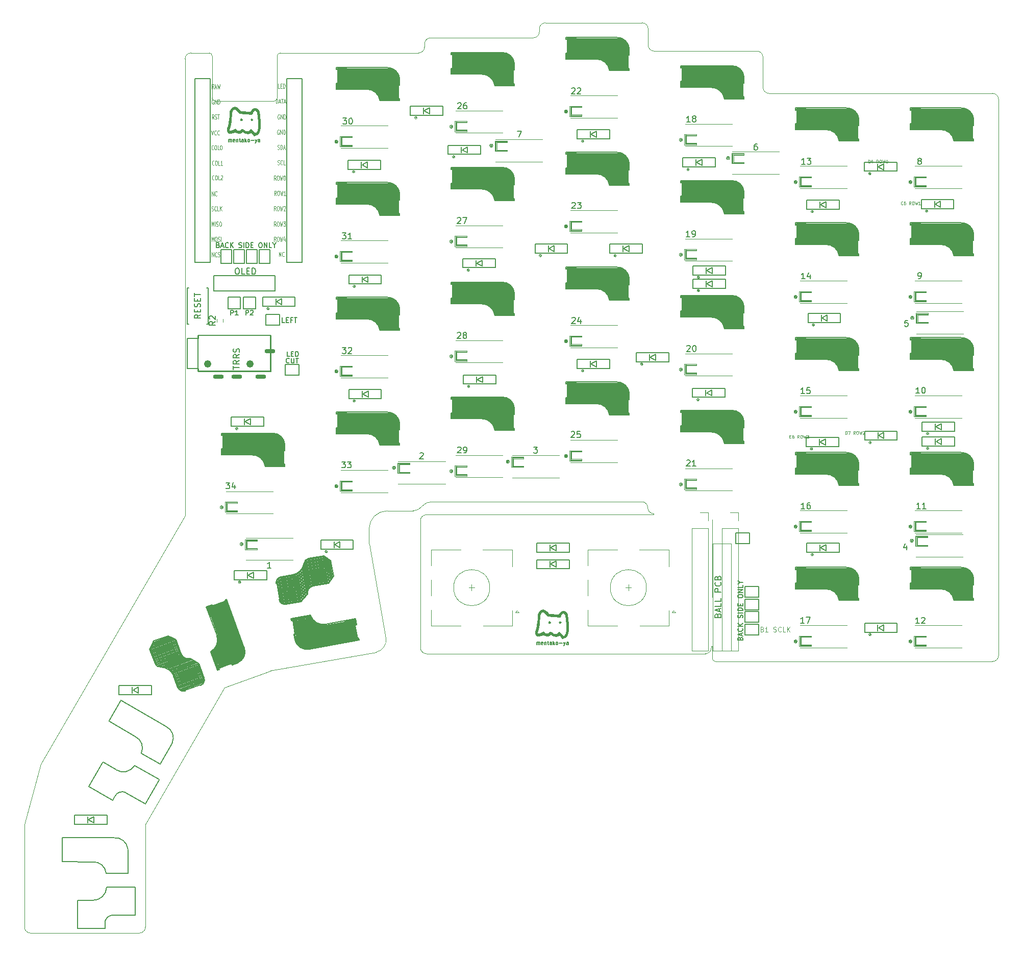
<source format=gbr>
%TF.GenerationSoftware,KiCad,Pcbnew,(6.0.4-0)*%
%TF.CreationDate,2022-10-10T22:28:29+09:00*%
%TF.ProjectId,mtk64_R_rev2,6d746b36-345f-4525-9f72-6576322e6b69,rev?*%
%TF.SameCoordinates,Original*%
%TF.FileFunction,Legend,Top*%
%TF.FilePolarity,Positive*%
%FSLAX46Y46*%
G04 Gerber Fmt 4.6, Leading zero omitted, Abs format (unit mm)*
G04 Created by KiCad (PCBNEW (6.0.4-0)) date 2022-10-10 22:28:29*
%MOMM*%
%LPD*%
G01*
G04 APERTURE LIST*
%ADD10C,0.150000*%
%ADD11C,0.200000*%
%ADD12C,0.120000*%
%ADD13C,0.152400*%
%ADD14C,3.000000*%
%ADD15C,0.125000*%
%ADD16C,0.400000*%
%ADD17C,0.500000*%
%ADD18C,0.300000*%
%ADD19C,1.000000*%
%ADD20C,3.500000*%
%ADD21C,0.800000*%
%TA.AperFunction,Profile*%
%ADD22C,0.050000*%
%TD*%
%ADD23C,0.100000*%
%ADD24C,1.210000*%
%ADD25O,1.800000X0.700000*%
G04 APERTURE END LIST*
D10*
X181875120Y-121889500D02*
X181875120Y-123667500D01*
X179589120Y-123667500D02*
X179589120Y-121889500D01*
X179589120Y-121889500D02*
X181875120Y-121889500D01*
X181875120Y-123667500D02*
X179589120Y-123667500D01*
X105683030Y-128941670D02*
X106481820Y-133471780D01*
X103953000Y-87458700D02*
X101667000Y-87458700D01*
X98099000Y-74926700D02*
X98099000Y-77212700D01*
D11*
X152864290Y-48139710D02*
X152911910Y-48187330D01*
D12*
X114260000Y-95619700D02*
X114260000Y-94419700D01*
D13*
X180003600Y-135923450D02*
X179964900Y-135846040D01*
D11*
X190533330Y-98040190D02*
X190438100Y-98087810D01*
X172430480Y-52990190D02*
X172430480Y-52942570D01*
D12*
X190360000Y-83369700D02*
X192160000Y-83369700D01*
D10*
X208830000Y-54019700D02*
X208830000Y-51769700D01*
D11*
X210643330Y-98704470D02*
X210595720Y-98656850D01*
D14*
X179280000Y-45919700D02*
X179280000Y-48159700D01*
D15*
X92706750Y-76107290D02*
X92706750Y-75357290D01*
D10*
X111579020Y-137040880D02*
X116503060Y-136172640D01*
D12*
X208919000Y-86144700D02*
X208919000Y-86044700D01*
D10*
X106609920Y-92924600D02*
X107074380Y-92924600D01*
D16*
X208810000Y-92219700D02*
X208810000Y-92919700D01*
D15*
X94178180Y-57607290D02*
X94225800Y-57607290D01*
D13*
X179964900Y-135652510D02*
X180003600Y-135536400D01*
D10*
X139626318Y-47698230D02*
G75*
G03*
X137410000Y-45819700I-2151318J-291470D01*
G01*
X142710000Y-47359700D02*
X142910000Y-47359700D01*
D12*
X190260000Y-64419700D02*
X190260000Y-62819700D01*
D13*
X97158860Y-73996840D02*
X97158860Y-73919430D01*
D17*
X170810000Y-66769700D02*
X172210000Y-66769700D01*
D12*
X209310000Y-102520000D02*
X209310000Y-100920000D01*
D16*
X189760000Y-111270000D02*
X189760000Y-111970000D01*
D15*
X103616270Y-71052790D02*
X103568650Y-71017070D01*
D12*
X135010000Y-93419700D02*
X135010000Y-93319700D01*
X170610000Y-75769700D02*
G75*
G03*
X170610000Y-75769700I-100000J0D01*
G01*
X171410000Y-56019700D02*
X173110000Y-56019700D01*
D15*
X103259130Y-68064430D02*
X103211510Y-68100140D01*
D12*
X190360000Y-120070000D02*
X190360000Y-121470000D01*
D15*
X92844840Y-57607290D02*
X92916270Y-57643000D01*
D11*
X115049520Y-53673520D02*
X115049520Y-53911620D01*
D12*
X152360000Y-51319700D02*
X154060000Y-51319700D01*
D15*
X93428180Y-68435860D02*
X93404370Y-68471570D01*
X93194840Y-50007290D02*
X93480560Y-50757290D01*
D10*
X106510000Y-82819700D02*
X106510000Y-84319700D01*
D11*
X134904290Y-89165900D02*
X134856670Y-89118280D01*
D15*
X93801990Y-47671570D02*
X93897220Y-48207290D01*
D13*
X93443200Y-73764610D02*
X93714130Y-73764610D01*
D15*
X93897220Y-76107290D02*
X93944840Y-76071570D01*
D10*
X96390000Y-128170000D02*
X96390000Y-129670000D01*
D12*
X114160000Y-57619700D02*
X115960000Y-57619700D01*
D10*
X83583610Y-143978710D02*
X87859210Y-142422520D01*
D12*
X192522130Y-68619700D02*
G75*
G03*
X192522130Y-68619700I-212130J0D01*
G01*
X135010000Y-55119700D02*
X135010000Y-55219700D01*
D15*
X104821030Y-47700710D02*
X104821030Y-47807860D01*
X103830560Y-73029290D02*
X103830560Y-73279290D01*
D12*
X178949000Y-58934700D02*
X180949000Y-58934700D01*
D11*
X182663290Y-57810660D02*
X182663290Y-58191620D01*
D10*
X215826318Y-75948230D02*
G75*
G03*
X213610000Y-74069700I-2151318J-291470D01*
G01*
D11*
X207787140Y-87043050D02*
X208025240Y-87043050D01*
D15*
X94106750Y-57678710D02*
X94130560Y-57643000D01*
D12*
X178490420Y-59734700D02*
G75*
G03*
X178490420Y-59734700I-141420J0D01*
G01*
D11*
X183234710Y-58191620D02*
X183234710Y-57953520D01*
D10*
X132630000Y-82919700D02*
X132630000Y-80669700D01*
D15*
X104353460Y-58110710D02*
X104329650Y-58182140D01*
X103211510Y-63050140D02*
X103021030Y-63050140D01*
D10*
X111062130Y-125759250D02*
X111860920Y-130289360D01*
X174710000Y-77869700D02*
X174710000Y-78869700D01*
D12*
X209439000Y-122405000D02*
X211439000Y-122405000D01*
D15*
X92778180Y-60800140D02*
X92754370Y-60728710D01*
X93135320Y-48207290D02*
X93301990Y-47457290D01*
D12*
X111872130Y-125020000D02*
G75*
G03*
X111872130Y-125020000I-212130J0D01*
G01*
D11*
X127680480Y-108659710D02*
X127728100Y-108707330D01*
D13*
X100990630Y-73880720D02*
X101029330Y-74035540D01*
D12*
X190360000Y-140520000D02*
X192160000Y-140520000D01*
D17*
X132710000Y-45519700D02*
X134110000Y-45519700D01*
D12*
X190160000Y-119970000D02*
X190160000Y-121670000D01*
D15*
X93204370Y-53237070D02*
X93275800Y-53272790D01*
X92766270Y-50043000D02*
X92718650Y-50114430D01*
X103568650Y-72815000D02*
X103616270Y-72779290D01*
D12*
X151683610Y-71069700D02*
G75*
G03*
X151683610Y-71069700I-223610J0D01*
G01*
X171410000Y-74969700D02*
X171410000Y-74869700D01*
D13*
X179964900Y-132323900D02*
X180003600Y-132246490D01*
D10*
X181010000Y-65369700D02*
X181010000Y-66369700D01*
D11*
X153423330Y-106082090D02*
X153328100Y-106034470D01*
X152899520Y-105367810D02*
X152851910Y-105510660D01*
D15*
X104603460Y-60829290D02*
X104603460Y-60079290D01*
D10*
X161760000Y-82959700D02*
X161960000Y-82959700D01*
D11*
X172906670Y-53228280D02*
X172811430Y-53180660D01*
D15*
X93213890Y-68471570D02*
X93166270Y-68400140D01*
D12*
X211439000Y-124005000D02*
X209739000Y-124005000D01*
D15*
X93504370Y-65935860D02*
X93480560Y-65971570D01*
D10*
X176649570Y-129354520D02*
X176649570Y-129687860D01*
D12*
X115960000Y-57719700D02*
X114060000Y-57719700D01*
X114060000Y-113270000D02*
X115960000Y-113270000D01*
D16*
X189760000Y-108770000D02*
X191160000Y-108770000D01*
D15*
X93801990Y-75714430D02*
X93754370Y-75678710D01*
D11*
X115478100Y-53292570D02*
X115525720Y-53197330D01*
D10*
X95410000Y-82769700D02*
X95410000Y-84769700D01*
D13*
X94952690Y-74383880D02*
X94913980Y-74229060D01*
D10*
X193490000Y-106330000D02*
X193490000Y-107330000D01*
D12*
X202122130Y-106920000D02*
G75*
G03*
X202122130Y-106920000I-212130J0D01*
G01*
X152260000Y-108370000D02*
X152260000Y-109770000D01*
D15*
X103259130Y-62693000D02*
X103282940Y-62728710D01*
X103571030Y-65802140D02*
X103547220Y-65659290D01*
D12*
X151560000Y-109170000D02*
G75*
G03*
X151560000Y-109170000I-100000J0D01*
G01*
D15*
X104377270Y-57860710D02*
X104377270Y-57967860D01*
D11*
X95544290Y-114534470D02*
X95449050Y-114582090D01*
D10*
X196810000Y-123620000D02*
X191410000Y-123620000D01*
X104058100Y-129228180D02*
X104848200Y-133709060D01*
X158710000Y-93119700D02*
X153310000Y-93119700D01*
D12*
X170733610Y-94819700D02*
G75*
G03*
X170733610Y-94819700I-223610J0D01*
G01*
D15*
X104821030Y-47807860D02*
X104797220Y-47950710D01*
X104091560Y-57539290D02*
X104210600Y-57539290D01*
D10*
X199860000Y-75609700D02*
X200060000Y-75609700D01*
X170510000Y-104170000D02*
X170710000Y-104170000D01*
D15*
X93461510Y-70374210D02*
X93485320Y-70338500D01*
D18*
X161860000Y-99670000D02*
X161860000Y-98770000D01*
D13*
X94217300Y-74345180D02*
X94604340Y-74345180D01*
D15*
X103603460Y-60293570D02*
X103603460Y-60222140D01*
D12*
X102060000Y-84719700D02*
G75*
G03*
X102060000Y-84719700I-50000J0D01*
G01*
D11*
X115230480Y-111064470D02*
X115182860Y-111016850D01*
D10*
X105832650Y-136124810D02*
X105895160Y-136479340D01*
X199830000Y-73369700D02*
X199830000Y-75609700D01*
X131910000Y-57619700D02*
X131910000Y-59119700D01*
X82728220Y-140459010D02*
X86017140Y-139261940D01*
D19*
X152160000Y-40319700D02*
X152160000Y-42819700D01*
D11*
X207691910Y-86662090D02*
X207644290Y-87138280D01*
X114881910Y-72608280D02*
X114929520Y-72703520D01*
D12*
X102151420Y-84719700D02*
G75*
G03*
X102151420Y-84719700I-141420J0D01*
G01*
X189660000Y-63719700D02*
G75*
G03*
X189660000Y-63719700I-100000J0D01*
G01*
X171410000Y-113070000D02*
X171410000Y-112970000D01*
D10*
X142710000Y-66409700D02*
X142910000Y-66409700D01*
D19*
X178126318Y-49498230D02*
G75*
G03*
X175910000Y-47619700I-2151318J-291470D01*
G01*
D12*
X100210000Y-123170000D02*
X100210000Y-123070000D01*
D10*
X208610000Y-89869700D02*
X208610000Y-89519700D01*
D20*
X134410000Y-101170000D02*
X141110000Y-101170000D01*
D12*
X135010000Y-110870000D02*
X133210000Y-110870000D01*
X97610000Y-123670000D02*
X97610000Y-123570000D01*
D15*
X103337700Y-50657290D02*
X103337700Y-49907290D01*
D10*
X103825893Y-132950046D02*
G75*
G03*
X104984330Y-133761210I984807J173646D01*
G01*
D12*
X198060000Y-80119700D02*
X190260000Y-80119700D01*
D10*
X86638650Y-146378550D02*
X90961230Y-144805260D01*
D15*
X93301990Y-75393000D02*
X93373410Y-75357290D01*
D10*
X170510000Y-67069700D02*
X170510000Y-66069700D01*
D15*
X92651990Y-72807290D02*
X92818650Y-73343000D01*
D18*
X219010000Y-54219700D02*
X219010000Y-53319700D01*
D15*
X93587700Y-47457290D02*
X93706750Y-48207290D01*
D12*
X171110000Y-112970000D02*
X171110000Y-114670000D01*
D11*
X115001910Y-53578280D02*
X115049520Y-53673520D01*
D12*
X142610000Y-109490000D02*
X144410000Y-109490000D01*
D11*
X210705720Y-117130190D02*
X210610480Y-117177810D01*
D15*
X104567750Y-58075000D02*
X104805840Y-58075000D01*
D10*
X96816400Y-84975600D02*
X96738990Y-85091710D01*
X176554330Y-135449760D02*
X176601950Y-135497380D01*
X200060000Y-95019700D02*
X196780000Y-95019700D01*
D15*
X104817750Y-55169930D02*
X104841560Y-55241360D01*
D10*
X199860000Y-94659700D02*
X200060000Y-94659700D01*
D12*
X209310000Y-83819700D02*
X217110000Y-83819700D01*
D11*
X191498100Y-117806850D02*
X191545720Y-117854470D01*
D10*
X132410000Y-42219700D02*
X140810000Y-42219700D01*
D12*
X178821000Y-123655000D02*
X175821000Y-123655000D01*
X152360000Y-109670000D02*
X152360000Y-108470000D01*
X171410000Y-95319700D02*
X171410000Y-94119700D01*
D15*
X104592460Y-67778710D02*
X104616270Y-67743000D01*
D11*
X153423330Y-105463050D02*
X153661430Y-105463050D01*
D10*
X120820000Y-98119700D02*
X120820000Y-99619700D01*
D13*
X106575030Y-86987410D02*
X106575030Y-86174610D01*
D11*
X153804290Y-105082090D02*
X153328100Y-105082090D01*
D12*
X170733610Y-56719700D02*
G75*
G03*
X170733610Y-56719700I-223610J0D01*
G01*
X113460000Y-95119700D02*
G75*
G03*
X113460000Y-95119700I-100000J0D01*
G01*
D15*
X103571030Y-65266430D02*
X103618650Y-65195000D01*
D12*
X170733610Y-75769700D02*
G75*
G03*
X170733610Y-75769700I-223610J0D01*
G01*
D11*
X115706670Y-110540660D02*
X115754290Y-110588280D01*
D15*
X103521030Y-68350140D02*
X103497220Y-68207290D01*
X93706750Y-48207290D02*
X93801990Y-47671570D01*
D10*
X113360000Y-82819700D02*
X121760000Y-82819700D01*
D15*
X104830560Y-71017070D02*
X104782940Y-71052790D01*
D11*
X134570950Y-89070660D02*
X134475720Y-89023050D01*
D12*
X94533610Y-117670000D02*
G75*
G03*
X94533610Y-117670000I-223610J0D01*
G01*
D11*
X152809050Y-67092090D02*
X152904290Y-67139710D01*
X191510480Y-60714470D02*
X191462860Y-60666850D01*
D12*
X139759000Y-58574700D02*
X141659000Y-58574700D01*
D11*
X153951910Y-67092090D02*
X153618570Y-67473050D01*
D12*
X179249000Y-60434700D02*
X180949000Y-60434700D01*
D20*
X96310000Y-107170000D02*
X103010000Y-107170000D01*
D12*
X211210000Y-64519700D02*
X211210000Y-64419700D01*
X95210000Y-116970000D02*
X96910000Y-116970000D01*
D10*
X170510000Y-47019700D02*
X170710000Y-47019700D01*
D15*
X103547220Y-65659290D02*
X103547220Y-65409290D01*
D11*
X171889050Y-90822090D02*
X171984290Y-90869710D01*
D10*
X161960000Y-42619700D02*
X161760000Y-42619700D01*
D12*
X114260000Y-113470000D02*
X115960000Y-113470000D01*
D15*
X93361510Y-66007290D02*
X93290080Y-65971570D01*
D19*
X216226318Y-94598230D02*
G75*
G03*
X214010000Y-92719700I-2151318J-291470D01*
G01*
D10*
X200060000Y-54319700D02*
X199860000Y-54319700D01*
D11*
X210405720Y-78922570D02*
X210358100Y-78827330D01*
D12*
X135010000Y-72669700D02*
X135010000Y-72769700D01*
X201950000Y-138780000D02*
G75*
G03*
X201950000Y-138780000I-50000J0D01*
G01*
D17*
X123660000Y-107170000D02*
X120960000Y-107170000D01*
D12*
X208919000Y-86244700D02*
X208919000Y-86144700D01*
X173110000Y-114370000D02*
X171410000Y-114370000D01*
D19*
X190260000Y-90119700D02*
X190260000Y-92619700D01*
D15*
X93182940Y-47993000D02*
X93421030Y-47993000D01*
D10*
X174660000Y-98169700D02*
X174660000Y-99169700D01*
D12*
X171110000Y-95619700D02*
X173110000Y-95619700D01*
X142710000Y-109590000D02*
X142710000Y-110790000D01*
D10*
X139626318Y-104848530D02*
G75*
G03*
X137410000Y-102970000I-2151318J-291470D01*
G01*
X113360000Y-45069700D02*
X113360000Y-44719700D01*
D11*
X114659050Y-110493050D02*
X114754290Y-110540660D01*
X152769050Y-48092090D02*
X152864290Y-48139710D01*
D10*
X137610000Y-95969700D02*
X137610000Y-96969700D01*
D18*
X219010000Y-111370000D02*
X219010000Y-110470000D01*
D12*
X159751420Y-75919700D02*
G75*
G03*
X159751420Y-75919700I-141420J0D01*
G01*
D11*
X172889050Y-90869710D02*
X172936670Y-90917330D01*
D10*
X89845000Y-85812320D02*
X89892620Y-85764700D01*
D11*
X134831430Y-50953050D02*
X134640950Y-50953050D01*
D12*
X135010000Y-74169700D02*
X135010000Y-74069700D01*
X141659000Y-56874700D02*
X141659000Y-56974700D01*
D17*
X208910000Y-111870000D02*
X210310000Y-111870000D01*
D15*
X103770130Y-55062790D02*
X103698700Y-55062790D01*
D10*
X86843860Y-146942370D02*
X91166450Y-145369080D01*
D12*
X209510000Y-119970000D02*
X209210000Y-119970000D01*
X211519000Y-86944700D02*
X211519000Y-87044700D01*
D13*
X97623320Y-74345180D02*
X97584610Y-74267770D01*
D15*
X104344840Y-75735860D02*
X104344840Y-75628710D01*
D12*
X133310000Y-53719700D02*
X133310000Y-53619700D01*
D11*
X153661430Y-106082090D02*
X153423330Y-106082090D01*
D12*
X141659000Y-57174700D02*
X139959000Y-57174700D01*
X115960000Y-114970000D02*
X115960000Y-114870000D01*
X126742130Y-53049700D02*
G75*
G03*
X126742130Y-53049700I-212130J0D01*
G01*
D10*
X85463860Y-138984430D02*
X82973680Y-139890790D01*
D12*
X192160000Y-102420000D02*
X192160000Y-102320000D01*
X170610000Y-56719700D02*
G75*
G03*
X170610000Y-56719700I-100000J0D01*
G01*
D15*
X103889180Y-60615000D02*
X103865370Y-60543570D01*
D12*
X211210000Y-140720000D02*
X211210000Y-140620000D01*
X209510000Y-139120000D02*
X209510000Y-139020000D01*
D15*
X103211510Y-73172140D02*
X103021030Y-73172140D01*
D13*
X180003600Y-137781270D02*
X180042310Y-137742570D01*
D11*
X153280480Y-105558280D02*
X153328100Y-105510660D01*
D10*
X106560680Y-128736140D02*
X107368140Y-133315500D01*
D15*
X93442460Y-53237070D02*
X93466270Y-53201360D01*
D13*
X180777700Y-136929770D02*
X180313240Y-137278110D01*
D10*
X208610000Y-127620000D02*
X217010000Y-127620000D01*
X177726318Y-87998230D02*
G75*
G03*
X175510000Y-86119700I-2151318J-291470D01*
G01*
D15*
X92992460Y-48207290D02*
X92825800Y-47850140D01*
D12*
X209310000Y-64769700D02*
X217110000Y-64769700D01*
D15*
X94059130Y-58071570D02*
X94059130Y-57893000D01*
D11*
X134332860Y-69612090D02*
X134999520Y-69612090D01*
D12*
X211500000Y-105440000D02*
G75*
G03*
X211500000Y-105440000I-50000J0D01*
G01*
X114060000Y-77119700D02*
X121860000Y-77119700D01*
D11*
X172811430Y-52752090D02*
X172906670Y-52799710D01*
D15*
X104817750Y-55705640D02*
X104770130Y-55777070D01*
X92897220Y-63357290D02*
X92825800Y-63321570D01*
D10*
X210410000Y-66619700D02*
X210410000Y-68119700D01*
X176649570Y-135592620D02*
X176649570Y-135925950D01*
D18*
X199960000Y-54219700D02*
X199960000Y-53319700D01*
D13*
X180042310Y-135962150D02*
X180003600Y-135923450D01*
D15*
X93540080Y-60800140D02*
X93492460Y-60871570D01*
D12*
X144410000Y-110890000D02*
X142610000Y-110890000D01*
D10*
X219110000Y-56919700D02*
X215830000Y-56919700D01*
D13*
X180738990Y-132246490D02*
X180777700Y-132323900D01*
D11*
X153756670Y-106034470D02*
X153661430Y-106082090D01*
D15*
X93747220Y-73093000D02*
X93723410Y-73021570D01*
X92985320Y-70302790D02*
X92985320Y-71052790D01*
D11*
X115525720Y-53197330D02*
X115573330Y-53149710D01*
D12*
X159960000Y-87469700D02*
X152160000Y-87469700D01*
D10*
X101667000Y-85680700D02*
X103953000Y-85680700D01*
X219110000Y-95019700D02*
X219110000Y-94659700D01*
D11*
X211071910Y-98133050D02*
X211071910Y-98371140D01*
D19*
X120976318Y-49798230D02*
G75*
G03*
X118760000Y-47919700I-2151318J-291470D01*
G01*
D10*
X208810000Y-51769700D02*
X208610000Y-51769700D01*
X107887440Y-127334460D02*
X108608080Y-131421410D01*
D16*
X189760000Y-127820000D02*
X191160000Y-127820000D01*
D15*
X104210600Y-57539290D02*
X104282030Y-57575000D01*
X93992460Y-75964430D02*
X93992460Y-75893000D01*
D10*
X181010000Y-65369700D02*
G75*
G03*
X178910000Y-63469700I-2000000J-100000D01*
G01*
D11*
X172465720Y-72353520D02*
X172560950Y-72401140D01*
D10*
X128830000Y-51399700D02*
X128830000Y-52399700D01*
D13*
X97623320Y-74422590D02*
X97623320Y-74345180D01*
X180351940Y-139445580D02*
X180390650Y-139329460D01*
D10*
X120576318Y-88298230D02*
G75*
G03*
X118360000Y-86419700I-2151318J-291470D01*
G01*
D12*
X171210000Y-112970000D02*
X173110000Y-112970000D01*
D10*
X139626318Y-85798230D02*
G75*
G03*
X137410000Y-83919700I-2151318J-291470D01*
G01*
D15*
X103282940Y-72850710D02*
X103306750Y-72922140D01*
D10*
X90321190Y-85907560D02*
X90321190Y-86288510D01*
D18*
X180910000Y-104370000D02*
X180910000Y-103470000D01*
D10*
X115310000Y-60119700D02*
X115310000Y-61619700D01*
D11*
X172620950Y-109974950D02*
X172525720Y-110070190D01*
X191986670Y-60190660D02*
X192034290Y-60238280D01*
D10*
X103310000Y-83069700D02*
X103310000Y-84069700D01*
D11*
X191545720Y-117854470D02*
X191640950Y-117902090D01*
D15*
X92897220Y-62607290D02*
X92944840Y-62607290D01*
D10*
X106412960Y-128762190D02*
X107220420Y-133341540D01*
D15*
X93723410Y-70909930D02*
X93723410Y-70838500D01*
X104905060Y-53094210D02*
X104881250Y-53165640D01*
D11*
X210215240Y-79351140D02*
X210310480Y-79303520D01*
D15*
X93201990Y-57643000D02*
X93249600Y-57607290D01*
D13*
X105858420Y-92637400D02*
X105858420Y-91824600D01*
D11*
X172894290Y-72544000D02*
X172941910Y-72353520D01*
D12*
X154060000Y-90619700D02*
X152360000Y-90619700D01*
D15*
X93723410Y-73021570D02*
X93723410Y-72950140D01*
D10*
X177078140Y-135402140D02*
X177125760Y-135449760D01*
D11*
X191891430Y-60143050D02*
X191986670Y-60190660D01*
X172751430Y-72734470D02*
X172799050Y-72686850D01*
D15*
X103259130Y-70338500D02*
X103282940Y-70374210D01*
D10*
X158710000Y-55019700D02*
X158710000Y-56519700D01*
D11*
X115573330Y-54054470D02*
X115525720Y-54006850D01*
D12*
X141659000Y-56974700D02*
X139759000Y-56974700D01*
X141659000Y-58474700D02*
X139859000Y-58474700D01*
D10*
X201010000Y-106520000D02*
X206410000Y-106520000D01*
X123860000Y-107370000D02*
X120580000Y-107370000D01*
X215826318Y-56898230D02*
G75*
G03*
X213610000Y-55019700I-2151318J-291470D01*
G01*
D12*
X132633610Y-92619700D02*
G75*
G03*
X132633610Y-92619700I-223610J0D01*
G01*
D10*
X194810000Y-86769700D02*
X193910000Y-86269700D01*
D11*
X114834290Y-73084470D02*
X114739050Y-73132090D01*
D12*
X133110000Y-55569700D02*
X140910000Y-55569700D01*
X173110000Y-114570000D02*
X171210000Y-114570000D01*
X209510000Y-100920000D02*
X209210000Y-100920000D01*
D15*
X93318650Y-72807290D02*
X93413890Y-72807290D01*
D12*
X201960000Y-106920000D02*
G75*
G03*
X201960000Y-106920000I-50000J0D01*
G01*
X151460000Y-71069700D02*
X151460000Y-71169700D01*
D13*
X180506760Y-139252050D02*
X180622880Y-139252050D01*
D11*
X152280480Y-106082090D02*
X152899520Y-106082090D01*
X209943810Y-117892090D02*
X209943810Y-116892090D01*
X171620950Y-109832090D02*
X171859050Y-109832090D01*
D15*
X92730560Y-63035860D02*
X92730560Y-62928710D01*
X104341560Y-55812790D02*
X104341560Y-55062790D01*
D13*
X180390650Y-139329460D02*
X180429350Y-139290760D01*
D11*
X134380480Y-88880190D02*
X134380480Y-88832570D01*
D13*
X96229940Y-73764610D02*
X95765490Y-74229060D01*
D10*
X137530000Y-76669700D02*
X137530000Y-77669700D01*
D12*
X94310000Y-117670000D02*
X94310000Y-117770000D01*
D15*
X93532940Y-73057290D02*
X93532940Y-73307290D01*
D12*
X135010000Y-112270000D02*
X135010000Y-112370000D01*
D11*
X171763810Y-52752090D02*
X171668570Y-52894950D01*
D12*
X123191840Y-111105000D02*
G75*
G03*
X123191840Y-111105000I-282840J0D01*
G01*
D15*
X92990080Y-52594210D02*
X93013890Y-52665640D01*
D13*
X106787330Y-92637400D02*
X106593810Y-92637400D01*
D15*
X103616270Y-62657290D02*
X103711510Y-62657290D01*
D10*
X161960000Y-45219700D02*
X161960000Y-44859700D01*
D12*
X209410000Y-120070000D02*
X209410000Y-121470000D01*
D13*
X180390650Y-130117730D02*
X180777700Y-130117730D01*
D12*
X209719000Y-85644700D02*
X211519000Y-85644700D01*
D15*
X93651990Y-70302790D02*
X93723410Y-70338500D01*
X93199600Y-73307290D02*
X93199600Y-73057290D01*
D14*
X198330000Y-110070000D02*
X198330000Y-112310000D01*
D10*
X200060000Y-91419700D02*
X200060000Y-92419700D01*
X166310000Y-93269700D02*
X165410000Y-92769700D01*
D15*
X104773410Y-47486430D02*
X104797220Y-47557860D01*
D12*
X171210000Y-95519700D02*
X171210000Y-93919700D01*
D15*
X93490080Y-53058500D02*
X93466270Y-52987070D01*
D11*
X115325720Y-111112090D02*
X115230480Y-111064470D01*
D10*
X136530000Y-76669700D02*
X136530000Y-77669700D01*
D21*
X199460000Y-94519700D02*
X199460000Y-92719700D01*
D12*
X192160000Y-83269700D02*
X190460000Y-83269700D01*
D15*
X103259130Y-63014430D02*
X103211510Y-63050140D01*
D12*
X211210000Y-83269700D02*
X209510000Y-83269700D01*
D15*
X93897220Y-75750140D02*
X93801990Y-75714430D01*
D11*
X172465720Y-71829710D02*
X172418100Y-71877330D01*
D10*
X111254750Y-125699900D02*
X108694250Y-126151380D01*
D11*
X191480480Y-79438760D02*
X192099520Y-79438760D01*
D19*
X171210000Y-45019700D02*
X171210000Y-47519700D01*
D12*
X123509000Y-110305000D02*
X125509000Y-110305000D01*
X139959000Y-57174700D02*
X139959000Y-58374700D01*
X173110000Y-74869700D02*
X173110000Y-74969700D01*
D10*
X158676318Y-102348530D02*
G75*
G03*
X156460000Y-100470000I-2151318J-291470D01*
G01*
X200060000Y-129520000D02*
X200060000Y-130520000D01*
X200970000Y-60419700D02*
X200970000Y-61919700D01*
D13*
X95262320Y-74577410D02*
X95184920Y-74577410D01*
D12*
X170651420Y-94819700D02*
G75*
G03*
X170651420Y-94819700I-141420J0D01*
G01*
D15*
X93906750Y-55835860D02*
X93882940Y-55871570D01*
D12*
X211210000Y-62819700D02*
X211210000Y-62919700D01*
D15*
X94273410Y-58321570D02*
X94225800Y-58357290D01*
D10*
X92262380Y-87026840D02*
X92310000Y-86931600D01*
X92690950Y-86883990D02*
X92738570Y-86931600D01*
D15*
X104568650Y-68457290D02*
X104878180Y-68457290D01*
D12*
X110882540Y-125892460D02*
X111655270Y-130274850D01*
D11*
X191450480Y-117330660D02*
X191450480Y-117711620D01*
D10*
X199830000Y-92419700D02*
X199830000Y-94659700D01*
D12*
X190460000Y-139020000D02*
X190160000Y-139020000D01*
D18*
X180910000Y-85319700D02*
X180910000Y-84419700D01*
D10*
X90531550Y-143551620D02*
X89132290Y-142704080D01*
D12*
X133310000Y-91919700D02*
X135010000Y-91919700D01*
X97022130Y-104620000D02*
G75*
G03*
X97022130Y-104620000I-212130J0D01*
G01*
D15*
X103762200Y-53272790D02*
X103809820Y-53272790D01*
D12*
X170610000Y-113870000D02*
G75*
G03*
X170610000Y-113870000I-100000J0D01*
G01*
X211210000Y-120070000D02*
X209410000Y-120070000D01*
X208939000Y-123205000D02*
G75*
G03*
X208939000Y-123205000I-100000J0D01*
G01*
X154060000Y-108370000D02*
X152260000Y-108370000D01*
D11*
X133999520Y-88927810D02*
X133951910Y-89070660D01*
D14*
X198330000Y-91019700D02*
X198330000Y-93259700D01*
D10*
X117620000Y-98369700D02*
X117620000Y-99369700D01*
X199830000Y-54319700D02*
X199830000Y-56559700D01*
D12*
X173110000Y-114470000D02*
X173110000Y-114570000D01*
X192160000Y-62919700D02*
X190460000Y-62919700D01*
D11*
X210926670Y-135979710D02*
X210974290Y-136027330D01*
X172370480Y-71972570D02*
X172370480Y-72210660D01*
D15*
X92904370Y-68221570D02*
X92880560Y-68185860D01*
D11*
X153864290Y-48187330D02*
X153911910Y-48282570D01*
D15*
X103021030Y-71052790D02*
X103021030Y-70302790D01*
D11*
X134570950Y-89070660D02*
X134475720Y-89118280D01*
X191914290Y-98706850D02*
X191866670Y-98754470D01*
D12*
X211519000Y-85444700D02*
X211519000Y-85544700D01*
D11*
X172049520Y-53752090D02*
X171478100Y-53752090D01*
D10*
X191610000Y-85519700D02*
X191610000Y-87019700D01*
X196690000Y-106080000D02*
X196690000Y-107580000D01*
D11*
X172906670Y-52799710D02*
X172954290Y-52847330D01*
D10*
X161760000Y-102010000D02*
X161960000Y-102010000D01*
D12*
X97610000Y-123770000D02*
X97610000Y-123670000D01*
X115960000Y-114870000D02*
X114060000Y-114870000D01*
X113360000Y-114170000D02*
X113360000Y-114270000D01*
D15*
X93254370Y-75464430D02*
X93301990Y-75393000D01*
D10*
X92310000Y-86931600D02*
X92357620Y-86883990D01*
D11*
X172954290Y-53085430D02*
X172906670Y-53133050D01*
X115430480Y-53721140D02*
X115430480Y-53483050D01*
X210215240Y-60762090D02*
X210310480Y-60714470D01*
D15*
X94321030Y-58214430D02*
X94297220Y-58285860D01*
D10*
X151660000Y-78169700D02*
X151460000Y-78169700D01*
X203300000Y-137630000D02*
X204200000Y-137130000D01*
D18*
X142810000Y-83119700D02*
X142810000Y-82219700D01*
D10*
X92481179Y-141608987D02*
G75*
G03*
X93488390Y-138883820I-1009679J1921887D01*
G01*
D15*
X94175800Y-70338500D02*
X94223410Y-70409930D01*
D12*
X114260000Y-75169700D02*
X113960000Y-75169700D01*
X171310000Y-74969700D02*
X171310000Y-76369700D01*
X154060000Y-108370000D02*
X152360000Y-108370000D01*
D16*
X151660000Y-97070000D02*
X153060000Y-97070000D01*
D11*
X115596190Y-72132090D02*
X115500950Y-72274950D01*
D19*
X159076318Y-44798230D02*
G75*
G03*
X156860000Y-42919700I-2151318J-291470D01*
G01*
D12*
X189783610Y-82769700D02*
G75*
G03*
X189783610Y-82769700I-223610J0D01*
G01*
D17*
X123660000Y-50019700D02*
X120960000Y-50019700D01*
D12*
X135010000Y-93219700D02*
X135010000Y-93319700D01*
D10*
X177173380Y-135925950D02*
X176173380Y-135925950D01*
D15*
X94004370Y-50435860D02*
X93980560Y-50578710D01*
D11*
X114430480Y-53102090D02*
X115049520Y-53102090D01*
D12*
X133110000Y-72669700D02*
X135010000Y-72669700D01*
X114260000Y-113370000D02*
X114260000Y-113270000D01*
D11*
X95544290Y-114010660D02*
X95591910Y-114058280D01*
D12*
X113460000Y-114170000D02*
G75*
G03*
X113460000Y-114170000I-100000J0D01*
G01*
X190160000Y-64519700D02*
X192160000Y-64519700D01*
D10*
X107247190Y-128310460D02*
X108019920Y-132692860D01*
D15*
X103261510Y-65159290D02*
X103309130Y-65195000D01*
D11*
X133809050Y-88642090D02*
X133904290Y-88689710D01*
D10*
X134110000Y-57869700D02*
X134110000Y-58869700D01*
D11*
X133458100Y-107747330D02*
X133505720Y-107699710D01*
D13*
X107019560Y-92018120D02*
X107058270Y-92172940D01*
D15*
X104928180Y-65909290D02*
X104642460Y-65909290D01*
D10*
X120710000Y-60119700D02*
X120710000Y-61619700D01*
D15*
X103568650Y-68421570D02*
X103521030Y-68350140D01*
X93442460Y-52951360D02*
X93394840Y-52915640D01*
D10*
X106457706Y-139670137D02*
G75*
G03*
X108855810Y-141176600I1952294J445837D01*
G01*
X200060000Y-56919700D02*
X200060000Y-56559700D01*
D12*
X170651420Y-75769700D02*
G75*
G03*
X170651420Y-75769700I-141420J0D01*
G01*
D10*
X120576318Y-107348530D02*
G75*
G03*
X118360000Y-105470000I-2151318J-291470D01*
G01*
D12*
X154060000Y-108470000D02*
X154060000Y-108370000D01*
D10*
X193610000Y-66969700D02*
X193610000Y-67969700D01*
D11*
X115668570Y-53102090D02*
X115763810Y-53102090D01*
D16*
X113560000Y-66469700D02*
X113560000Y-67169700D01*
D11*
X134475720Y-89594470D02*
X134570950Y-89642090D01*
D10*
X177078140Y-130116430D02*
X177125760Y-130164050D01*
X206410000Y-105020000D02*
X201010000Y-105020000D01*
X166310000Y-92269700D02*
X166310000Y-93269700D01*
D19*
X140026318Y-47298230D02*
G75*
G03*
X137810000Y-45419700I-2151318J-291470D01*
G01*
D10*
X87296950Y-147894840D02*
X91431600Y-146389960D01*
D11*
X133475720Y-88689710D02*
X133570950Y-88642090D01*
X153332860Y-67092090D02*
X153951910Y-67092090D01*
D12*
X113642840Y-76069700D02*
G75*
G03*
X113642840Y-76069700I-282840J0D01*
G01*
X113460000Y-76069700D02*
G75*
G03*
X113460000Y-76069700I-100000J0D01*
G01*
D15*
X104640080Y-71052790D02*
X104592460Y-71017070D01*
X103766270Y-50657290D02*
X103932940Y-49907290D01*
D10*
X110760000Y-123120000D02*
X110760000Y-124620000D01*
D12*
X135280000Y-78319700D02*
G75*
G03*
X135280000Y-78319700I-50000J0D01*
G01*
D13*
X93868950Y-73919430D02*
X93868950Y-73996840D01*
D10*
X176840050Y-129116430D02*
X176982900Y-129116430D01*
D12*
X170510000Y-113970000D02*
X170510000Y-114070000D01*
D11*
X191926670Y-117330660D02*
X191831430Y-117283050D01*
D15*
X92694840Y-50578710D02*
X92718650Y-50650140D01*
X93909130Y-50721570D02*
X93837700Y-50757290D01*
X104535320Y-48129290D02*
X104535320Y-47379290D01*
D10*
X99590000Y-128420000D02*
X99590000Y-129420000D01*
D12*
X211510000Y-107880000D02*
G75*
G03*
X211510000Y-107880000I-50000J0D01*
G01*
X217339000Y-122155000D02*
X209539000Y-122155000D01*
D10*
X88604100Y-94620000D02*
X88604100Y-89620000D01*
D16*
X94510000Y-105570000D02*
X95910000Y-105570000D01*
D12*
X93487500Y-86906960D02*
X93487500Y-86432440D01*
D15*
X103575800Y-50550140D02*
X103528180Y-50621570D01*
D17*
X170810000Y-85819700D02*
X172210000Y-85819700D01*
D15*
X93332940Y-67757290D02*
X93404370Y-67793000D01*
D10*
X132610000Y-99720000D02*
X132410000Y-99720000D01*
D12*
X113583610Y-76069700D02*
G75*
G03*
X113583610Y-76069700I-223610J0D01*
G01*
X208610000Y-140020000D02*
X208610000Y-140120000D01*
D10*
X92357620Y-86883990D02*
X92452860Y-86836370D01*
D15*
X93563890Y-60407290D02*
X93563890Y-60657290D01*
D10*
X98697120Y-85014300D02*
X98735830Y-85053000D01*
X92717980Y-133843330D02*
X92786380Y-134031270D01*
X123630000Y-104770000D02*
X123630000Y-107010000D01*
X118360000Y-86419700D02*
X113360000Y-86419700D01*
X200060000Y-133120000D02*
X196780000Y-133120000D01*
D12*
X140910000Y-89969700D02*
X133110000Y-89969700D01*
D10*
X92095000Y-87264700D02*
X92095000Y-81264700D01*
D15*
X93480560Y-50757290D02*
X93480560Y-50007290D01*
D12*
X114060000Y-58069700D02*
X121860000Y-58069700D01*
D16*
X189760000Y-73169700D02*
X189760000Y-73869700D01*
D10*
X112062220Y-130279250D02*
X112893660Y-129091840D01*
D12*
X139859000Y-57074700D02*
X141659000Y-57074700D01*
D15*
X92718650Y-50114430D02*
X92694840Y-50185860D01*
D10*
X92262380Y-86074460D02*
X92310000Y-85979220D01*
D12*
X142510000Y-112740000D02*
X150310000Y-112740000D01*
X139959000Y-58574700D02*
X139659000Y-58574700D01*
D13*
X180700290Y-137742570D02*
X180738990Y-137781270D01*
D11*
X134856670Y-88689710D02*
X134904290Y-88737330D01*
D10*
X108411840Y-126277340D02*
X109201930Y-130758210D01*
X99122880Y-85014300D02*
X99200290Y-84975600D01*
D15*
X93118650Y-68185860D02*
X93118650Y-68078710D01*
X94128180Y-71052790D02*
X94032940Y-71052790D01*
X92918650Y-52522790D02*
X92966270Y-52558500D01*
D13*
X102229180Y-74577410D02*
X102229180Y-73764610D01*
D10*
X99910000Y-84769700D02*
X99910000Y-82769700D01*
D11*
X209881910Y-59857330D02*
X209929520Y-59809710D01*
D13*
X95068800Y-74538700D02*
X94991390Y-74461290D01*
D12*
X208892840Y-63719700D02*
G75*
G03*
X208892840Y-63719700I-282840J0D01*
G01*
D11*
X191926670Y-116902090D02*
X191736190Y-116902090D01*
D15*
X103616270Y-70302790D02*
X103711510Y-70302790D01*
D10*
X83134840Y-143184290D02*
X87457430Y-141611000D01*
D13*
X106980860Y-91940710D02*
X107019560Y-92018120D01*
D10*
X105100440Y-93040710D02*
X105177850Y-92963300D01*
D11*
X115854290Y-91247330D02*
X115901910Y-91342570D01*
D15*
X104643150Y-52522790D02*
X104762200Y-52522790D01*
D11*
X143396670Y-55242090D02*
X144063330Y-55242090D01*
D10*
X204210000Y-106270000D02*
X203310000Y-105770000D01*
X89797380Y-84240890D02*
X89797380Y-84002800D01*
X131030000Y-51149700D02*
X131030000Y-52649700D01*
D11*
X209833810Y-97752090D02*
X209738570Y-97894950D01*
D13*
X97545910Y-74538700D02*
X97584610Y-74500000D01*
D10*
X212710000Y-67369700D02*
X213610000Y-66869700D01*
D13*
X180003600Y-138090910D02*
X179964900Y-137974800D01*
D10*
X176744810Y-129164050D02*
X176840050Y-129116430D01*
X176363860Y-129164050D02*
X176459100Y-129164050D01*
X89797380Y-83431370D02*
X89797380Y-82955180D01*
D19*
X95010000Y-105970000D02*
X95010000Y-108470000D01*
D12*
X154060000Y-71569700D02*
X152360000Y-71569700D01*
D15*
X93418650Y-52522790D02*
X93490080Y-52558500D01*
X104592460Y-63121570D02*
X104592460Y-62943000D01*
D10*
X193810000Y-85769700D02*
X193810000Y-86769700D01*
D11*
X210976670Y-98656850D02*
X210929050Y-98704470D01*
D10*
X132410000Y-44819700D02*
X132610000Y-44819700D01*
D12*
X211210000Y-102620000D02*
X211210000Y-102520000D01*
D15*
X103627270Y-60150710D02*
X103651080Y-60115000D01*
D11*
X211181910Y-117892090D02*
X210610480Y-117892090D01*
X134640950Y-51572090D02*
X134831430Y-51572090D01*
D12*
X95210000Y-118170000D02*
X95210000Y-116970000D01*
D10*
X194490000Y-106330000D02*
X194490000Y-107330000D01*
D11*
X114929520Y-72941620D02*
X114881910Y-73036850D01*
D10*
X161960000Y-98770000D02*
X161960000Y-99770000D01*
D12*
X208892840Y-120870000D02*
G75*
G03*
X208892840Y-120870000I-282840J0D01*
G01*
D15*
X93699600Y-70981360D02*
X93723410Y-70909930D01*
D10*
X177173380Y-133592620D02*
X177173380Y-134068810D01*
D12*
X102222130Y-84719700D02*
G75*
G03*
X102222130Y-84719700I-212130J0D01*
G01*
X100210000Y-123170000D02*
X100210000Y-123270000D01*
X152160000Y-52719700D02*
X152160000Y-51119700D01*
X192160000Y-101020000D02*
X190360000Y-101020000D01*
X121860000Y-111520000D02*
X114060000Y-111520000D01*
D13*
X102616230Y-74577410D02*
X102229180Y-74577410D01*
D21*
X161360000Y-44719700D02*
X161360000Y-42919700D01*
D10*
X219110000Y-133120000D02*
X219110000Y-132760000D01*
D17*
X170810000Y-47719700D02*
X172210000Y-47719700D01*
D11*
X172984290Y-91012570D02*
X173031910Y-91203050D01*
D10*
X161010000Y-74769700D02*
X161910000Y-74269700D01*
D15*
X92944840Y-60907290D02*
X92897220Y-60907290D01*
X93437700Y-70517070D02*
X93437700Y-70445640D01*
D10*
X113580000Y-104470000D02*
X113580000Y-102220000D01*
D14*
X160230000Y-79319700D02*
X160230000Y-81559700D01*
D12*
X211210000Y-120170000D02*
X211210000Y-120070000D01*
D13*
X180738990Y-134491370D02*
X180777700Y-134607480D01*
D11*
X209834290Y-59952570D02*
X209881910Y-59857330D01*
X114373330Y-111112090D02*
X114278100Y-111064470D01*
X153756670Y-105510660D02*
X153804290Y-105558280D01*
D10*
X176840050Y-135354520D02*
X176982900Y-135354520D01*
D13*
X180777700Y-135884740D02*
X180777700Y-135691220D01*
D11*
X190683810Y-136882090D02*
X190683810Y-135882090D01*
X172793810Y-90822090D02*
X172889050Y-90869710D01*
D13*
X93443200Y-74577410D02*
X93443200Y-73764610D01*
D15*
X103997220Y-70302790D02*
X104116270Y-71052790D01*
X93718650Y-50007290D02*
X93837700Y-50007290D01*
D10*
X151660000Y-59119700D02*
X151460000Y-59119700D01*
D12*
X171922130Y-61619700D02*
G75*
G03*
X171922130Y-61619700I-212130J0D01*
G01*
X147260000Y-75919700D02*
G75*
G03*
X147260000Y-75919700I-50000J0D01*
G01*
D15*
X93223410Y-72914430D02*
X93271030Y-72843000D01*
X104365370Y-60115000D02*
X104389180Y-60150710D01*
D10*
X161910000Y-74269700D02*
X161910000Y-75269700D01*
D12*
X209310000Y-121570000D02*
X209310000Y-119970000D01*
X189560000Y-120870000D02*
X189560000Y-120970000D01*
D15*
X104841560Y-55634210D02*
X104817750Y-55705640D01*
D10*
X142910000Y-83219700D02*
X142710000Y-83219700D01*
X174810000Y-80569700D02*
X175710000Y-80069700D01*
D15*
X104174890Y-60115000D02*
X104246320Y-60079290D01*
D10*
X123860000Y-103770000D02*
G75*
G03*
X121760000Y-101870000I-2000000J-100000D01*
G01*
X177173380Y-130306900D02*
X177173380Y-130402140D01*
X164110000Y-74019700D02*
X164110000Y-75519700D01*
D15*
X103211510Y-68100140D02*
X103021030Y-68100140D01*
D12*
X189701420Y-139920000D02*
G75*
G03*
X189701420Y-139920000I-141420J0D01*
G01*
D10*
X90511670Y-83859940D02*
X90416430Y-83907560D01*
D15*
X93678180Y-58357290D02*
X93678180Y-57607290D01*
D11*
X172049520Y-110022570D02*
X172049520Y-110117810D01*
X115611430Y-111112090D02*
X115325720Y-111112090D01*
D10*
X99471220Y-85014300D02*
X99509920Y-85053000D01*
D13*
X93830250Y-74190360D02*
X93868950Y-74229060D01*
D15*
X103071030Y-65909290D02*
X103071030Y-65159290D01*
X104690080Y-65337860D02*
X104642460Y-65373570D01*
D12*
X202082130Y-62319700D02*
G75*
G03*
X202082130Y-62319700I-212130J0D01*
G01*
X144410000Y-109490000D02*
X144410000Y-109590000D01*
X192160000Y-83369700D02*
X192160000Y-83469700D01*
D13*
X180777700Y-139406870D02*
X180777700Y-139716510D01*
D16*
X170710000Y-82719700D02*
X172110000Y-82719700D01*
D11*
X135021910Y-51143520D02*
X134974290Y-51048280D01*
D10*
X90797380Y-84812320D02*
X90797380Y-85288510D01*
X151460000Y-77819700D02*
X159860000Y-77819700D01*
D15*
X93263890Y-55157290D02*
X93311510Y-55157290D01*
D12*
X133010000Y-93419700D02*
X135010000Y-93419700D01*
D11*
X115001910Y-54006850D02*
X114954290Y-54054470D01*
D10*
X163110000Y-93519700D02*
X168510000Y-93519700D01*
D15*
X92730560Y-60478710D02*
X92754370Y-60335860D01*
D11*
X172001910Y-109927330D02*
X172049520Y-110022570D01*
X95068100Y-114534470D02*
X95020480Y-114486850D01*
D12*
X139200420Y-57674700D02*
G75*
G03*
X139200420Y-57674700I-141420J0D01*
G01*
D11*
X172478100Y-53275900D02*
X172430480Y-53371140D01*
D12*
X132692840Y-54519700D02*
G75*
G03*
X132692840Y-54519700I-282840J0D01*
G01*
D15*
X103806750Y-70945640D02*
X103759130Y-71017070D01*
D10*
X106977800Y-128510280D02*
X107767890Y-132991150D01*
D11*
X134428100Y-89546850D02*
X134475720Y-89594470D01*
D10*
X110175810Y-125915530D02*
X110974590Y-130445650D01*
D12*
X152160000Y-71769700D02*
X152160000Y-70169700D01*
X141659000Y-57074700D02*
X141659000Y-57174700D01*
D15*
X93394840Y-52915640D02*
X93299600Y-52879930D01*
D11*
X172001910Y-110260660D02*
X171430480Y-110832090D01*
D12*
X211210000Y-63019700D02*
X211210000Y-62919700D01*
D15*
X93097220Y-55478710D02*
X93121030Y-55335860D01*
D10*
X82878320Y-142479520D02*
X87200910Y-140906230D01*
D12*
X173110000Y-95419700D02*
X173110000Y-95319700D01*
D18*
X219010000Y-73269700D02*
X219010000Y-72369700D01*
D15*
X104830560Y-73029290D02*
X104830560Y-73529290D01*
X92754370Y-63178710D02*
X92730560Y-63035860D01*
X104344840Y-75628710D02*
X104368650Y-75485860D01*
D12*
X189783610Y-63719700D02*
G75*
G03*
X189783610Y-63719700I-223610J0D01*
G01*
D20*
X210610000Y-110370000D02*
X217310000Y-110370000D01*
D15*
X93944840Y-75785860D02*
X93897220Y-75750140D01*
D12*
X209819000Y-85744700D02*
X209819000Y-86944700D01*
D10*
X135110000Y-58869700D02*
X134210000Y-58369700D01*
X123860000Y-69269700D02*
X120580000Y-69269700D01*
D13*
X180158420Y-134375250D02*
X180313240Y-134336550D01*
X97313680Y-74151650D02*
X97236270Y-74112950D01*
D10*
X151460000Y-99470000D02*
X151660000Y-99470000D01*
X161960000Y-98770000D02*
G75*
G03*
X159860000Y-96870000I-2000000J-100000D01*
G01*
D11*
X134999520Y-69612090D02*
X134570950Y-70612090D01*
X172906670Y-53133050D02*
X172811430Y-53180660D01*
D12*
X208710000Y-82769700D02*
G75*
G03*
X208710000Y-82769700I-100000J0D01*
G01*
D11*
X134839050Y-108556850D02*
X134934290Y-108414000D01*
D10*
X196776318Y-75948230D02*
G75*
G03*
X194560000Y-74069700I-2151318J-291470D01*
G01*
D13*
X106593810Y-91824600D02*
X106787330Y-91824600D01*
D21*
X161360000Y-82819700D02*
X161360000Y-81019700D01*
D11*
X172555720Y-91726850D02*
X172508100Y-91631620D01*
D15*
X93097220Y-55585860D02*
X93097220Y-55478710D01*
D11*
X191961910Y-98611620D02*
X191914290Y-98706850D01*
X153618570Y-67473050D02*
X153761430Y-67473050D01*
D12*
X170792840Y-113870000D02*
G75*
G03*
X170792840Y-113870000I-282840J0D01*
G01*
D10*
X134330000Y-77919700D02*
X139730000Y-77919700D01*
D19*
X114060000Y-83419700D02*
X114060000Y-85919700D01*
D12*
X113642840Y-57019700D02*
G75*
G03*
X113642840Y-57019700I-282840J0D01*
G01*
X192160000Y-140520000D02*
X192160000Y-140620000D01*
X209310000Y-140970000D02*
X217110000Y-140970000D01*
D15*
X103793940Y-60472140D02*
X103698700Y-60436430D01*
X103306750Y-62907290D02*
X103282940Y-62978710D01*
D10*
X161960000Y-102370000D02*
X158680000Y-102370000D01*
D11*
X102210000Y-126732090D02*
X102114760Y-126874950D01*
X134951910Y-88880190D02*
X134904290Y-88975430D01*
D12*
X189701420Y-63719700D02*
G75*
G03*
X189701420Y-63719700I-141420J0D01*
G01*
D10*
X104205820Y-129202140D02*
X105004600Y-133732250D01*
D11*
X171650950Y-90822090D02*
X171889050Y-90822090D01*
D12*
X123709000Y-111905000D02*
X123709000Y-110505000D01*
D13*
X94913980Y-74229060D02*
X94913980Y-74112950D01*
D15*
X93913890Y-70802790D02*
X93913890Y-70552790D01*
D17*
X199860000Y-113870000D02*
X197160000Y-113870000D01*
D11*
X135021910Y-51381620D02*
X135021910Y-51143520D01*
D12*
X173110000Y-55919700D02*
X171310000Y-55919700D01*
X173110000Y-95519700D02*
X171210000Y-95519700D01*
D10*
X181167000Y-130780420D02*
X183453000Y-130780420D01*
D15*
X103830560Y-73279290D02*
X103806750Y-73422140D01*
D10*
X105371370Y-93737400D02*
X105293960Y-93737400D01*
D12*
X125509000Y-110405000D02*
X123609000Y-110405000D01*
X122909000Y-111105000D02*
X122909000Y-111005000D01*
D15*
X94130560Y-58321570D02*
X94106750Y-58285860D01*
X104878180Y-67921570D02*
X104854370Y-68028710D01*
D10*
X123860000Y-107370000D02*
X123860000Y-107010000D01*
D12*
X211439000Y-122605000D02*
X211439000Y-122705000D01*
D10*
X100199000Y-77212700D02*
X98421000Y-77212700D01*
X105061730Y-93118120D02*
X105100440Y-93040710D01*
D11*
X96258570Y-113534470D02*
X96020480Y-114248760D01*
D18*
X123760000Y-47519700D02*
X123760000Y-46619700D01*
D10*
X208610000Y-70819700D02*
X208610000Y-70469700D01*
D12*
X141659000Y-58474700D02*
X139959000Y-58474700D01*
D15*
X92897220Y-60907290D02*
X92825800Y-60871570D01*
D10*
X94310000Y-105370000D02*
X102710000Y-105370000D01*
X137310000Y-57619700D02*
X131910000Y-57619700D01*
D15*
X103568650Y-70338500D02*
X103616270Y-70302790D01*
D12*
X154060000Y-71769700D02*
X152160000Y-71769700D01*
X211210000Y-62919700D02*
X209410000Y-62919700D01*
D13*
X98552230Y-74577410D02*
X98358710Y-74577410D01*
D10*
X100199000Y-74926700D02*
X100199000Y-77212700D01*
D13*
X180313240Y-135923450D02*
X180274530Y-135962150D01*
D12*
X180949000Y-58934700D02*
X180949000Y-59034700D01*
D15*
X92837700Y-50007290D02*
X92766270Y-50043000D01*
D12*
X180949000Y-59134700D02*
X180949000Y-59034700D01*
D13*
X101377680Y-73764610D02*
X101842130Y-74577410D01*
D10*
X172510000Y-77619700D02*
X172510000Y-79119700D01*
D12*
X190360000Y-102420000D02*
X192160000Y-102420000D01*
D11*
X134951910Y-89261140D02*
X134904290Y-89165900D01*
D12*
X114160000Y-113370000D02*
X114160000Y-114770000D01*
D10*
X98110000Y-102970000D02*
X98110000Y-103970000D01*
D15*
X92956750Y-50043000D02*
X92909130Y-50007290D01*
D11*
X172846670Y-71829710D02*
X172751430Y-71782090D01*
D12*
X113360000Y-95119700D02*
X113360000Y-95219700D01*
X211210000Y-83369700D02*
X211210000Y-83269700D01*
D15*
X104630560Y-76021570D02*
X104559130Y-76057290D01*
D12*
X173110000Y-57319700D02*
X173110000Y-57419700D01*
X209410000Y-83369700D02*
X211210000Y-83369700D01*
D10*
X199830000Y-130520000D02*
X199830000Y-132760000D01*
D15*
X92966270Y-52879930D02*
X92918650Y-52915640D01*
D17*
X161760000Y-102170000D02*
X159060000Y-102170000D01*
D12*
X113360000Y-76069700D02*
X113360000Y-76169700D01*
X132860000Y-59519700D02*
G75*
G03*
X132860000Y-59519700I-50000J0D01*
G01*
D10*
X177125760Y-130545000D02*
X177030520Y-130640240D01*
D12*
X211439000Y-124105000D02*
X211439000Y-124005000D01*
D10*
X193910000Y-86269700D02*
X194810000Y-85769700D01*
D11*
X114854290Y-92104470D02*
X114759050Y-92152090D01*
D10*
X218880000Y-73369700D02*
X218880000Y-75609700D01*
D12*
X132410000Y-111670000D02*
X132410000Y-111770000D01*
D21*
X218510000Y-56419700D02*
X218510000Y-54619700D01*
D15*
X93463890Y-58107290D02*
X93440080Y-58250140D01*
D12*
X144410000Y-110790000D02*
X144410000Y-110890000D01*
D11*
X210215240Y-60190660D02*
X210024760Y-60190660D01*
D10*
X219110000Y-54319700D02*
X218910000Y-54319700D01*
D11*
X210310480Y-79303520D02*
X210358100Y-79255900D01*
X209881910Y-60285900D02*
X209834290Y-60381140D01*
D15*
X93837700Y-50757290D02*
X93718650Y-50757290D01*
D10*
X93488390Y-138883820D02*
X91778290Y-134185350D01*
D15*
X93373410Y-75357290D02*
X93421030Y-75357290D01*
D16*
X189760000Y-92219700D02*
X189760000Y-92919700D01*
D10*
X200060000Y-53319700D02*
X200060000Y-54319700D01*
X82621810Y-141774750D02*
X86944390Y-140201460D01*
D11*
X210976670Y-97847330D02*
X211024290Y-97942570D01*
D15*
X104830560Y-67743000D02*
X104854370Y-67778710D01*
D12*
X189660000Y-139920000D02*
G75*
G03*
X189660000Y-139920000I-100000J0D01*
G01*
X86595810Y-145968470D02*
X90824430Y-144429380D01*
X135451420Y-97619700D02*
G75*
G03*
X135451420Y-97619700I-141420J0D01*
G01*
X190460000Y-101020000D02*
X190460000Y-100920000D01*
D13*
X180700290Y-135575100D02*
X180622880Y-135536400D01*
D10*
X115310000Y-61619700D02*
X120710000Y-61619700D01*
D12*
X211210000Y-83369700D02*
X211210000Y-83469700D01*
D11*
X210119520Y-98752090D02*
X209548100Y-98752090D01*
X210548100Y-97942570D02*
X210595720Y-97847330D01*
D10*
X139730000Y-76419700D02*
X134330000Y-76419700D01*
X105487490Y-93698690D02*
X105371370Y-93737400D01*
X105293960Y-92924600D02*
X105371370Y-92924600D01*
D12*
X115960000Y-95919700D02*
X115960000Y-95819700D01*
D13*
X97274970Y-74577410D02*
X97468500Y-74577410D01*
D12*
X96910000Y-116870000D02*
X95110000Y-116870000D01*
D11*
X192021910Y-117473520D02*
X191974290Y-117378280D01*
D15*
X93921030Y-75357290D02*
X93992460Y-75393000D01*
D11*
X210024760Y-59762090D02*
X210215240Y-59762090D01*
D10*
X208610000Y-89519700D02*
X217010000Y-89519700D01*
D13*
X94913980Y-74112950D02*
X94952690Y-73958130D01*
D10*
X176221000Y-130545000D02*
X176173380Y-130402140D01*
X151460000Y-58769700D02*
X159860000Y-58769700D01*
D12*
X190360000Y-64319700D02*
X192160000Y-64319700D01*
D10*
X99509920Y-85323940D02*
X99045470Y-85788400D01*
D13*
X180777700Y-132323900D02*
X180777700Y-132478720D01*
D10*
X90797380Y-82955180D02*
X90797380Y-83431370D01*
D15*
X94009130Y-73343000D02*
X93985320Y-73271570D01*
X93166270Y-68400140D02*
X93142460Y-68328710D01*
D10*
X123860000Y-46619700D02*
X123860000Y-47619700D01*
D15*
X103497220Y-73029290D02*
X103521030Y-72886430D01*
D12*
X132410000Y-73569700D02*
X132410000Y-73669700D01*
D10*
X117610000Y-79369700D02*
X117610000Y-80369700D01*
D12*
X173551420Y-81719700D02*
G75*
G03*
X173551420Y-81719700I-141420J0D01*
G01*
D10*
X132410000Y-83919700D02*
X132410000Y-82919700D01*
D20*
X191560000Y-129420000D02*
X198260000Y-129420000D01*
D12*
X154060000Y-70369700D02*
X154060000Y-70269700D01*
D18*
X142810000Y-102170000D02*
X142810000Y-101270000D01*
D12*
X192160000Y-64319700D02*
X192160000Y-64419700D01*
X190460000Y-140420000D02*
X190460000Y-139220000D01*
X154060000Y-109870000D02*
X152160000Y-109870000D01*
D10*
X180780000Y-66369700D02*
X180780000Y-68609700D01*
D15*
X104047220Y-65159290D02*
X104166270Y-65909290D01*
D17*
X132710000Y-83619700D02*
X134110000Y-83619700D01*
D10*
X219110000Y-110470000D02*
G75*
G03*
X217010000Y-108570000I-2000000J-100000D01*
G01*
D12*
X114060000Y-75169700D02*
X115960000Y-75169700D01*
D10*
X105092150Y-129045850D02*
X105890930Y-133575970D01*
D12*
X179149000Y-60534700D02*
X179149000Y-59134700D01*
X209510000Y-139020000D02*
X209210000Y-139020000D01*
D10*
X176363860Y-135402140D02*
X176459100Y-135402140D01*
X176221000Y-129259290D02*
X176268620Y-129211670D01*
D13*
X97584610Y-74267770D02*
X97545910Y-74229060D01*
D11*
X133428100Y-69707330D02*
X133475720Y-69659710D01*
X134600950Y-107652090D02*
X134505720Y-107699710D01*
D10*
X206400000Y-136880000D02*
X201000000Y-136880000D01*
X161960000Y-79719700D02*
G75*
G03*
X159860000Y-77819700I-2000000J-100000D01*
G01*
D15*
X103282940Y-62728710D02*
X103306750Y-62800140D01*
D13*
X94991390Y-74461290D02*
X94952690Y-74383880D01*
D10*
X104610000Y-110510000D02*
X104810000Y-110510000D01*
D12*
X96910000Y-118170000D02*
X95210000Y-118170000D01*
D10*
X206410000Y-105020000D02*
X206410000Y-106520000D01*
D12*
X142610000Y-110890000D02*
X142610000Y-109490000D01*
D11*
X209881910Y-79255900D02*
X209929520Y-79303520D01*
D10*
X156510000Y-93369700D02*
X156510000Y-94369700D01*
D11*
X114310480Y-72132090D02*
X114929520Y-72132090D01*
D10*
X96966969Y-143470663D02*
G75*
G03*
X98034150Y-140847500I-777969J1845163D01*
G01*
D15*
X93492460Y-60871570D02*
X93444840Y-60907290D01*
D12*
X180949000Y-59034700D02*
X179049000Y-59034700D01*
X171110000Y-114670000D02*
X173110000Y-114670000D01*
D10*
X113560000Y-64119700D02*
X113360000Y-64119700D01*
D12*
X133010000Y-55319700D02*
X135010000Y-55319700D01*
D10*
X84348320Y-144179260D02*
X88248040Y-142759870D01*
D11*
X172525720Y-53704470D02*
X172620950Y-53752090D01*
D10*
X161960000Y-61669700D02*
X161760000Y-61669700D01*
D12*
X135010000Y-91819700D02*
X133310000Y-91819700D01*
D10*
X90702140Y-83907560D02*
X90606900Y-83859940D01*
D11*
X134904290Y-89546850D02*
X134951910Y-89451620D01*
X134498100Y-50810190D02*
X134450480Y-51000660D01*
D12*
X173110000Y-75069700D02*
X173110000Y-74969700D01*
D10*
X213760000Y-107230000D02*
X212860000Y-106730000D01*
X94310000Y-108970000D02*
X94310000Y-107970000D01*
D11*
X127347140Y-108612090D02*
X127585240Y-108612090D01*
X209929520Y-60238280D02*
X209881910Y-60285900D01*
D10*
X189560000Y-108570000D02*
X197960000Y-108570000D01*
D12*
X178631840Y-59734700D02*
G75*
G03*
X178631840Y-59734700I-282840J0D01*
G01*
D15*
X93437700Y-70445640D02*
X93461510Y-70374210D01*
D12*
X152060000Y-52819700D02*
X154060000Y-52819700D01*
D11*
X153851910Y-105653520D02*
X153851910Y-105891620D01*
D12*
X116260000Y-62019700D02*
G75*
G03*
X116260000Y-62019700I-50000J0D01*
G01*
D10*
X101790000Y-128170000D02*
X101790000Y-129670000D01*
D15*
X92678180Y-58250140D02*
X92654370Y-58178710D01*
D11*
X114801910Y-111016850D02*
X114754290Y-111064470D01*
D13*
X179964900Y-130388660D02*
X180390650Y-130117730D01*
D15*
X93206750Y-75678710D02*
X93230560Y-75535860D01*
D11*
X134458100Y-108175900D02*
X134505720Y-108223520D01*
D10*
X123660000Y-68909700D02*
X123860000Y-68909700D01*
D12*
X135010000Y-112170000D02*
X133310000Y-112170000D01*
X171210000Y-93919700D02*
X173110000Y-93919700D01*
X132510000Y-92619700D02*
G75*
G03*
X132510000Y-92619700I-100000J0D01*
G01*
X94910000Y-118470000D02*
X96910000Y-118470000D01*
X98210000Y-124670000D02*
X98210000Y-122970000D01*
X113960000Y-114970000D02*
X115960000Y-114970000D01*
D14*
X108230960Y-139763630D02*
X107841990Y-137557660D01*
D15*
X104282030Y-57575000D02*
X104329650Y-57646430D01*
D13*
X97197560Y-74074250D02*
X97158860Y-73996840D01*
D10*
X120810000Y-79119700D02*
X120810000Y-80619700D01*
D19*
X116334640Y-139248620D02*
X115900520Y-136786600D01*
D11*
X208215720Y-87233520D02*
X208215720Y-87471620D01*
D12*
X173110000Y-57419700D02*
X171210000Y-57419700D01*
D15*
X94254370Y-60264430D02*
X94206750Y-60335860D01*
D10*
X165410000Y-92769700D02*
X166310000Y-92269700D01*
D12*
X132951420Y-59519700D02*
G75*
G03*
X132951420Y-59519700I-141420J0D01*
G01*
D15*
X103356750Y-65909290D02*
X103190080Y-65552140D01*
D12*
X192651420Y-87419700D02*
G75*
G03*
X192651420Y-87419700I-141420J0D01*
G01*
D15*
X103813890Y-50443000D02*
X104051990Y-50443000D01*
D17*
X94610000Y-108670000D02*
X96010000Y-108670000D01*
D15*
X93228180Y-52808500D02*
X93204370Y-52737070D01*
D10*
X98474290Y-78002090D02*
X98950480Y-78002090D01*
X113560000Y-102220000D02*
X113360000Y-102220000D01*
D11*
X171989520Y-72782090D02*
X171418100Y-72782090D01*
D10*
X98735830Y-85323940D02*
X98697120Y-85362640D01*
X208830000Y-92119700D02*
X208830000Y-89869700D01*
D15*
X93913890Y-73557290D02*
X93961510Y-73521570D01*
D10*
X156510000Y-56269700D02*
X155610000Y-55769700D01*
D15*
X103521030Y-73422140D02*
X103497220Y-73279290D01*
D12*
X126671420Y-53049700D02*
G75*
G03*
X126671420Y-53049700I-141420J0D01*
G01*
D15*
X104377270Y-57967860D02*
X104353460Y-58110710D01*
D10*
X89797380Y-85907560D02*
X89845000Y-85812320D01*
X99950480Y-78430660D02*
X99950480Y-78573520D01*
D11*
X183044240Y-58382090D02*
X183139480Y-58334470D01*
D12*
X132410000Y-54519700D02*
X132410000Y-54619700D01*
X135010000Y-55319700D02*
X135010000Y-55219700D01*
D11*
X190683810Y-135882090D02*
X190588570Y-136024950D01*
D10*
X96197120Y-85362640D02*
X96119710Y-85401350D01*
D15*
X103591560Y-58253570D02*
X103662990Y-58289290D01*
D11*
X102495720Y-127732090D02*
X101924290Y-127732090D01*
D13*
X93791540Y-74112950D02*
X93714130Y-74151650D01*
D11*
X153804290Y-105558280D02*
X153851910Y-105653520D01*
D12*
X115960000Y-76669700D02*
X115960000Y-76769700D01*
D11*
X114854290Y-91580660D02*
X114901910Y-91628280D01*
D10*
X218910000Y-113710000D02*
X219110000Y-113710000D01*
X105874530Y-92924600D02*
X105874530Y-93582580D01*
X107153000Y-95758700D02*
X104867000Y-95758700D01*
X219110000Y-53319700D02*
X219110000Y-54319700D01*
D12*
X115960000Y-75169700D02*
X115960000Y-75269700D01*
D10*
X196776318Y-133098530D02*
G75*
G03*
X194560000Y-131220000I-2151318J-291470D01*
G01*
D15*
X104210600Y-58289290D02*
X104091560Y-58289290D01*
D10*
X86031650Y-145003220D02*
X90307250Y-143447030D01*
D11*
X152829050Y-86162090D02*
X152924290Y-86209710D01*
D10*
X142680000Y-45119700D02*
X142680000Y-47359700D01*
D15*
X93251990Y-52844210D02*
X93228180Y-52808500D01*
D16*
X113560000Y-102070000D02*
X114960000Y-102070000D01*
D15*
X103881250Y-53237070D02*
X103905060Y-53201360D01*
D10*
X123660000Y-107010000D02*
X123860000Y-107010000D01*
D12*
X173110000Y-114470000D02*
X173110000Y-114370000D01*
D13*
X180506760Y-132672250D02*
X180235830Y-132672250D01*
D10*
X189560000Y-54019700D02*
X189760000Y-54019700D01*
X132630000Y-101970000D02*
X132630000Y-99720000D01*
X146310000Y-75519700D02*
X151710000Y-75519700D01*
D15*
X104293940Y-60079290D02*
X104365370Y-60115000D01*
D10*
X183453000Y-134658420D02*
X181167000Y-134658420D01*
D12*
X133110000Y-110770000D02*
X135010000Y-110770000D01*
D15*
X103997220Y-72779290D02*
X104116270Y-73529290D01*
D10*
X109070158Y-135575754D02*
G75*
G03*
X111579020Y-137040880I2068042J660654D01*
G01*
D12*
X113360000Y-95219700D02*
X113360000Y-95319700D01*
X208710000Y-101820000D02*
G75*
G03*
X208710000Y-101820000I-100000J0D01*
G01*
D18*
X161860000Y-80619700D02*
X161860000Y-79719700D01*
D10*
X210410000Y-68119700D02*
X215810000Y-68119700D01*
D13*
X180777700Y-133601160D02*
X180777700Y-133988210D01*
D12*
X154060000Y-89219700D02*
X154060000Y-89319700D01*
D10*
X82548910Y-140843520D02*
X86401650Y-139441240D01*
X86232540Y-145408980D02*
X90602110Y-143818580D01*
D15*
X104082940Y-47736430D02*
X104249600Y-47736430D01*
D11*
X133999520Y-69897810D02*
X133951910Y-70040660D01*
D12*
X115960000Y-95719700D02*
X115960000Y-95819700D01*
D10*
X170510000Y-105170000D02*
X170510000Y-104170000D01*
D16*
X151660000Y-42419700D02*
X151660000Y-43119700D01*
D12*
X211519000Y-85644700D02*
X211519000Y-85544700D01*
D15*
X93013890Y-52772790D02*
X92990080Y-52844210D01*
D13*
X98745750Y-73880720D02*
X98784460Y-73958130D01*
D15*
X93223410Y-73450140D02*
X93199600Y-73307290D01*
D12*
X114060000Y-57719700D02*
X114060000Y-56119700D01*
D20*
X153460000Y-79619700D02*
X160160000Y-79619700D01*
D12*
X132551420Y-54519700D02*
G75*
G03*
X132551420Y-54519700I-141420J0D01*
G01*
D10*
X181010000Y-66369700D02*
X180810000Y-66369700D01*
D11*
X183139480Y-57382090D02*
X182949000Y-57382090D01*
D14*
X141180000Y-43719700D02*
X141180000Y-45959700D01*
D12*
X173110000Y-93919700D02*
X173110000Y-94019700D01*
D15*
X104119340Y-53272790D02*
X104119340Y-52522790D01*
D12*
X190460000Y-81969700D02*
X190460000Y-81869700D01*
D10*
X101310000Y-102720000D02*
X95910000Y-102720000D01*
X87198660Y-147770990D02*
X91427280Y-146231900D01*
D12*
X189842840Y-82769700D02*
G75*
G03*
X189842840Y-82769700I-282840J0D01*
G01*
D10*
X203210000Y-105270000D02*
X203210000Y-106270000D01*
D12*
X115960000Y-57619700D02*
X115960000Y-57519700D01*
D10*
X181010000Y-107070000D02*
X177730000Y-107070000D01*
X176268620Y-131164050D02*
X176363860Y-131116430D01*
D11*
X152904290Y-67139710D02*
X152951910Y-67187330D01*
D15*
X94344840Y-57893000D02*
X94344840Y-58071570D01*
D17*
X208910000Y-73769700D02*
X210310000Y-73769700D01*
D12*
X192160000Y-139020000D02*
X192160000Y-139120000D01*
D11*
X153340480Y-48187330D02*
X153388100Y-48139710D01*
X152340480Y-49092090D02*
X152959520Y-49092090D01*
D12*
X171410000Y-93919700D02*
X171110000Y-93919700D01*
X190260000Y-121920000D02*
X198060000Y-121920000D01*
X171310000Y-76369700D02*
X173110000Y-76369700D01*
D10*
X135110000Y-57869700D02*
X135110000Y-58869700D01*
D11*
X172031910Y-90917330D02*
X172079520Y-91012570D01*
D10*
X193710000Y-67469700D02*
X194610000Y-66969700D01*
D15*
X93016270Y-60193000D02*
X93040080Y-60228710D01*
D12*
X192331420Y-107980000D02*
G75*
G03*
X192331420Y-107980000I-141420J0D01*
G01*
D10*
X127830000Y-51399700D02*
X127830000Y-52399700D01*
D11*
X172370480Y-72210660D02*
X172418100Y-72305900D01*
X172954290Y-52847330D02*
X173001910Y-52942570D01*
D17*
X142710000Y-104670000D02*
X140010000Y-104670000D01*
D10*
X106847440Y-128634810D02*
X107637540Y-133115680D01*
D21*
X142310000Y-66269700D02*
X142310000Y-64469700D01*
D12*
X95110000Y-116870000D02*
X95110000Y-118270000D01*
X133310000Y-72669700D02*
X133010000Y-72669700D01*
D15*
X104616270Y-67743000D02*
X104663890Y-67707290D01*
X93882940Y-55193000D02*
X93906750Y-55228710D01*
D13*
X100526170Y-73880720D02*
X100603580Y-73803310D01*
X105026840Y-86987410D02*
X105026840Y-86174610D01*
D12*
X211210000Y-100920000D02*
X211210000Y-101020000D01*
D15*
X93837700Y-50007290D02*
X93909130Y-50043000D01*
X93754370Y-75393000D02*
X93801990Y-75357290D01*
D11*
X209834290Y-79160660D02*
X209881910Y-79255900D01*
D15*
X93992460Y-75893000D02*
X93968650Y-75821570D01*
D10*
X115420000Y-98119700D02*
X115420000Y-99619700D01*
D11*
X172508100Y-91631620D02*
X172460480Y-91441140D01*
D12*
X132510000Y-54519700D02*
G75*
G03*
X132510000Y-54519700I-100000J0D01*
G01*
D11*
X134570950Y-88642090D02*
X134761430Y-88642090D01*
D10*
X176697190Y-131306900D02*
X176697190Y-131687860D01*
X137610000Y-96969700D02*
X136710000Y-96469700D01*
X206370000Y-60419700D02*
X200970000Y-60419700D01*
D15*
X93206750Y-75785860D02*
X93206750Y-75678710D01*
D12*
X135010000Y-93319700D02*
X133110000Y-93319700D01*
D10*
X99855240Y-78144950D02*
X99902860Y-78240190D01*
D19*
X120976318Y-106948530D02*
G75*
G03*
X118760000Y-105070000I-2151318J-291470D01*
G01*
D10*
X132630000Y-63869700D02*
X132630000Y-61619700D01*
D12*
X115960000Y-75369700D02*
X115960000Y-75269700D01*
D11*
X210974290Y-136360660D02*
X210402860Y-136932090D01*
D17*
X92162800Y-134364660D02*
X92641630Y-135680230D01*
D18*
X161860000Y-42519700D02*
X161860000Y-41619700D01*
D15*
X93230560Y-60657290D02*
X93230560Y-60407290D01*
D12*
X173501420Y-99819700D02*
G75*
G03*
X173501420Y-99819700I-141420J0D01*
G01*
X209739000Y-124005000D02*
X209739000Y-124105000D01*
D10*
X94832290Y-133073790D02*
X95161180Y-132954080D01*
D15*
X103337700Y-49907290D02*
X103456750Y-49907290D01*
D10*
X132610000Y-80669700D02*
X132410000Y-80669700D01*
D12*
X115960000Y-56219700D02*
X114260000Y-56219700D01*
D10*
X189560000Y-131220000D02*
X189560000Y-130220000D01*
D11*
X153856670Y-68044470D02*
X153761430Y-68092090D01*
D10*
X189560000Y-89519700D02*
X197960000Y-89519700D01*
X93262380Y-86836370D02*
X92786190Y-87169700D01*
D12*
X209819000Y-87144700D02*
X209519000Y-87144700D01*
X211210000Y-81969700D02*
X209410000Y-81969700D01*
X211601420Y-107880000D02*
G75*
G03*
X211601420Y-107880000I-141420J0D01*
G01*
X82630270Y-141505620D02*
X86811910Y-139983640D01*
D11*
X208025240Y-87662090D02*
X207787140Y-87662090D01*
D12*
X95210000Y-116870000D02*
X95210000Y-116770000D01*
X192160000Y-121470000D02*
X192160000Y-121570000D01*
X211210000Y-139020000D02*
X211210000Y-139120000D01*
D15*
X103282940Y-70374210D02*
X103306750Y-70445640D01*
D10*
X108698590Y-126176000D02*
X109497380Y-130706120D01*
D12*
X94532500Y-86906960D02*
X94532500Y-86432440D01*
D11*
X133600950Y-107652090D02*
X133839050Y-107652090D01*
D10*
X181010000Y-49919700D02*
X177730000Y-49919700D01*
X189560000Y-73069700D02*
X189760000Y-73069700D01*
D11*
X134475720Y-88689710D02*
X134570950Y-88642090D01*
D12*
X132633610Y-73569700D02*
G75*
G03*
X132633610Y-73569700I-223610J0D01*
G01*
D17*
X151760000Y-100170000D02*
X153160000Y-100170000D01*
X180810000Y-87819700D02*
X178110000Y-87819700D01*
D10*
X87049070Y-147506180D02*
X91371660Y-145932890D01*
D15*
X93692460Y-55871570D02*
X93644840Y-55800140D01*
D10*
X170510000Y-82869700D02*
X170510000Y-82519700D01*
D12*
X113501420Y-76069700D02*
G75*
G03*
X113501420Y-76069700I-141420J0D01*
G01*
D10*
X132630000Y-44819700D02*
X132630000Y-42569700D01*
X219110000Y-133120000D02*
X215830000Y-133120000D01*
X176697190Y-135449760D02*
X176744810Y-135402140D01*
D15*
X92694840Y-65257290D02*
X92980560Y-66007290D01*
D11*
X210500480Y-98133050D02*
X210548100Y-97942570D01*
D10*
X170510000Y-44419700D02*
X178910000Y-44419700D01*
D15*
X103306750Y-73529290D02*
X103140080Y-73172140D01*
D12*
X123809000Y-110605000D02*
X123809000Y-111805000D01*
D13*
X180081010Y-134413960D02*
X180158420Y-134375250D01*
D10*
X149510000Y-74269700D02*
X149510000Y-75269700D01*
D17*
X218910000Y-75769700D02*
X216210000Y-75769700D01*
D10*
X181167000Y-134658420D02*
X181167000Y-132880420D01*
D11*
X152328100Y-105177330D02*
X152375720Y-105129710D01*
D13*
X179964900Y-134607480D02*
X180003600Y-134491370D01*
D10*
X117128190Y-139717950D02*
X108855810Y-141176600D01*
X168510000Y-92019700D02*
X163110000Y-92019700D01*
D13*
X180119720Y-136000850D02*
X180042310Y-135962150D01*
D15*
X93299600Y-52522790D02*
X93418650Y-52522790D01*
D12*
X116370000Y-100019700D02*
G75*
G03*
X116370000Y-100019700I-50000J0D01*
G01*
D15*
X103497220Y-70802790D02*
X103497220Y-70552790D01*
D10*
X108078690Y-126691480D02*
X108842740Y-131024630D01*
D12*
X152160000Y-90819700D02*
X152160000Y-89219700D01*
X135360000Y-97619700D02*
G75*
G03*
X135360000Y-97619700I-50000J0D01*
G01*
D15*
X92916270Y-57643000D02*
X92940080Y-57678710D01*
D11*
X114516190Y-110493050D02*
X114659050Y-110493050D01*
D10*
X158676318Y-45198230D02*
G75*
G03*
X156460000Y-43319700I-2151318J-291470D01*
G01*
D11*
X134380480Y-89261140D02*
X134380480Y-89451620D01*
D10*
X95810080Y-84975600D02*
X96119710Y-84975600D01*
D13*
X98358710Y-73764610D02*
X98552230Y-73764610D01*
D15*
X92980560Y-50435860D02*
X92885320Y-50435860D01*
D12*
X209310000Y-62819700D02*
X211210000Y-62819700D01*
D10*
X196776318Y-56898230D02*
G75*
G03*
X194560000Y-55019700I-2151318J-291470D01*
G01*
D11*
X134951910Y-89451620D02*
X134951910Y-89261140D01*
X191969520Y-135882090D02*
X191540950Y-136882090D01*
D10*
X203170000Y-60669700D02*
X203170000Y-61669700D01*
D12*
X94410000Y-117670000D02*
G75*
G03*
X94410000Y-117670000I-100000J0D01*
G01*
X202112130Y-138780000D02*
G75*
G03*
X202112130Y-138780000I-212130J0D01*
G01*
X98310000Y-124670000D02*
X100210000Y-124670000D01*
X151460000Y-52119700D02*
X151460000Y-52219700D01*
D11*
X153328100Y-106034470D02*
X153280480Y-105986850D01*
D10*
X212850000Y-104290000D02*
X213750000Y-103790000D01*
D11*
X134458100Y-107747330D02*
X134410480Y-107842570D01*
D13*
X98552230Y-73764610D02*
X98668340Y-73803310D01*
D12*
X95110000Y-118270000D02*
X96910000Y-118270000D01*
X171410000Y-57219700D02*
X171410000Y-56019700D01*
D16*
X132610000Y-99570000D02*
X134010000Y-99570000D01*
D15*
X93194840Y-65578710D02*
X93218650Y-65435860D01*
D16*
X189760000Y-89719700D02*
X191160000Y-89719700D01*
D11*
X153911910Y-48377810D02*
X153864290Y-48520660D01*
D12*
X190460000Y-102320000D02*
X190460000Y-101120000D01*
X170792840Y-75769700D02*
G75*
G03*
X170792840Y-75769700I-282840J0D01*
G01*
D13*
X101377680Y-74577410D02*
X101377680Y-73764610D01*
D15*
X92706750Y-47457290D02*
X92897220Y-47457290D01*
X93421030Y-75357290D02*
X93492460Y-75393000D01*
D12*
X113501420Y-114170000D02*
G75*
G03*
X113501420Y-114170000I-141420J0D01*
G01*
X208610000Y-101920000D02*
X208610000Y-102020000D01*
D15*
X93718650Y-50757290D02*
X93718650Y-50007290D01*
D12*
X154060000Y-71869700D02*
X154060000Y-71769700D01*
D15*
X93466270Y-53201360D02*
X93490080Y-53129930D01*
D12*
X190360000Y-81969700D02*
X190360000Y-83369700D01*
X115960000Y-76669700D02*
X115960000Y-76569700D01*
X208833610Y-82769700D02*
G75*
G03*
X208833610Y-82769700I-223610J0D01*
G01*
X202011420Y-62319700D02*
G75*
G03*
X202011420Y-62319700I-141420J0D01*
G01*
X171110000Y-76569700D02*
X173110000Y-76569700D01*
D10*
X174010000Y-60969700D02*
X173110000Y-60469700D01*
X170510000Y-63469700D02*
X178910000Y-63469700D01*
D12*
X178572610Y-59734700D02*
G75*
G03*
X178572610Y-59734700I-223610J0D01*
G01*
D10*
X123860000Y-84719700D02*
X123860000Y-85719700D01*
D11*
X133380480Y-70612090D02*
X133999520Y-70612090D01*
D10*
X104648990Y-129124000D02*
X105447770Y-133654110D01*
D12*
X132551420Y-92619700D02*
G75*
G03*
X132551420Y-92619700I-141420J0D01*
G01*
D11*
X114834290Y-72560660D02*
X114881910Y-72608280D01*
D10*
X108281480Y-126401860D02*
X109071580Y-130882740D01*
D13*
X95184920Y-74577410D02*
X95068800Y-74538700D01*
D12*
X179010000Y-73119700D02*
X171210000Y-73119700D01*
X144410000Y-109390000D02*
X142510000Y-109390000D01*
D15*
X94247220Y-70802790D02*
X94223410Y-70945640D01*
D12*
X115960000Y-95619700D02*
X114260000Y-95619700D01*
D10*
X181167000Y-138858420D02*
X181167000Y-137080420D01*
D11*
X172560950Y-72401140D02*
X172751430Y-72401140D01*
D10*
X111254750Y-125699900D02*
X112442170Y-126531340D01*
D12*
X100210000Y-124670000D02*
X100210000Y-124570000D01*
X132510000Y-111670000D02*
G75*
G03*
X132510000Y-111670000I-100000J0D01*
G01*
D19*
X197176318Y-113648530D02*
G75*
G03*
X194960000Y-111770000I-2151318J-291470D01*
G01*
D13*
X180661580Y-132169080D02*
X180738990Y-132246490D01*
D15*
X92916270Y-58321570D02*
X92844840Y-58357290D01*
D10*
X109880360Y-125967620D02*
X110679150Y-130497740D01*
X176506710Y-131116430D02*
X176601950Y-131164050D01*
D15*
X93913890Y-70552790D02*
X93937700Y-70409930D01*
D12*
X209410000Y-64319700D02*
X211210000Y-64319700D01*
D11*
X210405720Y-60381140D02*
X210358100Y-60285900D01*
D15*
X92642460Y-68471570D02*
X92713890Y-68507290D01*
D12*
X115960000Y-94319700D02*
X114160000Y-94319700D01*
D16*
X116462380Y-137093700D02*
X116340830Y-136404330D01*
D12*
X198060000Y-137270000D02*
X190260000Y-137270000D01*
D19*
X114060000Y-64369700D02*
X114060000Y-66869700D01*
D12*
X154060000Y-71669700D02*
X154060000Y-71769700D01*
D15*
X103674890Y-60829290D02*
X103793940Y-60829290D01*
D10*
X118360000Y-48319700D02*
X113360000Y-48319700D01*
X90273570Y-84240890D02*
X90225950Y-84336130D01*
D12*
X209210000Y-83569700D02*
X211210000Y-83569700D01*
D10*
X151460000Y-80419700D02*
X151660000Y-80419700D01*
D12*
X201920000Y-62319700D02*
G75*
G03*
X201920000Y-62319700I-50000J0D01*
G01*
D11*
X116001910Y-53721140D02*
X115954290Y-53911620D01*
D13*
X97197560Y-73842020D02*
X97236270Y-73803310D01*
D10*
X177860000Y-97919700D02*
X177860000Y-99419700D01*
D13*
X106033160Y-86561650D02*
X105762230Y-86561650D01*
D10*
X189780000Y-92119700D02*
X189780000Y-89869700D01*
D15*
X104579650Y-55062790D02*
X104698700Y-55062790D01*
D13*
X100603580Y-73803310D02*
X100680990Y-73764610D01*
D11*
X190969520Y-136882090D02*
X190398100Y-136882090D01*
D15*
X103830560Y-70802790D02*
X103806750Y-70945640D01*
D11*
X183139480Y-57810660D02*
X183044240Y-57763050D01*
D15*
X93706750Y-75571570D02*
X93706750Y-75500140D01*
D10*
X83266804Y-143616190D02*
G75*
G03*
X84220840Y-144185430I857696J353390D01*
G01*
D12*
X209519000Y-87144700D02*
X209519000Y-85444700D01*
D15*
X104806750Y-62693000D02*
X104830560Y-62728710D01*
D13*
X94952690Y-73958130D02*
X94991390Y-73880720D01*
X179964900Y-135846040D02*
X179964900Y-135652510D01*
D15*
X93490080Y-53129930D02*
X93490080Y-53058500D01*
D10*
X213760000Y-106230000D02*
X213760000Y-107230000D01*
D12*
X159960000Y-68419700D02*
X152160000Y-68419700D01*
D10*
X172460000Y-97919700D02*
X172460000Y-99419700D01*
D15*
X94223410Y-73557290D02*
X94223410Y-72807290D01*
D10*
X107664100Y-46520000D02*
X107664100Y-77000000D01*
D11*
X210593330Y-135932090D02*
X210831430Y-135932090D01*
X172508100Y-91012570D02*
X172555720Y-90917330D01*
X172716190Y-109832090D02*
X172620950Y-109974950D01*
D10*
X193610000Y-123870000D02*
X193610000Y-124870000D01*
D14*
X122130000Y-84319700D02*
X122130000Y-86559700D01*
D10*
X105177850Y-92963300D02*
X105293960Y-92924600D01*
D15*
X103830560Y-70552790D02*
X103830560Y-70802790D01*
X92754370Y-60728710D02*
X92730560Y-60585860D01*
D10*
X97236190Y-78335430D02*
X97236190Y-78668760D01*
D12*
X152160000Y-53069700D02*
X159960000Y-53069700D01*
X190460000Y-120070000D02*
X190460000Y-119970000D01*
D10*
X177125760Y-129211670D02*
X177173380Y-129306900D01*
D11*
X172049520Y-110117810D02*
X172001910Y-110260660D01*
D10*
X123860000Y-88319700D02*
X123860000Y-87959700D01*
D12*
X144410000Y-109290000D02*
X144410000Y-109390000D01*
D11*
X172799050Y-72686850D02*
X172894290Y-72544000D01*
D12*
X190260000Y-139020000D02*
X192160000Y-139020000D01*
D10*
X172460000Y-99419700D02*
X177860000Y-99419700D01*
D11*
X133879050Y-50572090D02*
X133974290Y-50619710D01*
D12*
X179049000Y-59034700D02*
X179049000Y-60634700D01*
D13*
X180119720Y-139290760D02*
X180197120Y-139290760D01*
D15*
X103603460Y-60793570D02*
X103674890Y-60829290D01*
D10*
X176210000Y-59719700D02*
X176210000Y-61219700D01*
D12*
X189842840Y-139920000D02*
G75*
G03*
X189842840Y-139920000I-282840J0D01*
G01*
D10*
X123630000Y-47619700D02*
X123630000Y-49859700D01*
D15*
X103603460Y-60222140D02*
X103627270Y-60150710D01*
D12*
X133110000Y-93319700D02*
X133110000Y-91719700D01*
X190260000Y-62819700D02*
X192160000Y-62819700D01*
D15*
X93144840Y-55800140D02*
X93121030Y-55728710D01*
D10*
X189780000Y-54019700D02*
X189780000Y-51769700D01*
D12*
X171110000Y-74869700D02*
X171110000Y-76569700D01*
X192160000Y-120070000D02*
X190360000Y-120070000D01*
X170733610Y-113870000D02*
G75*
G03*
X170733610Y-113870000I-223610J0D01*
G01*
D11*
X210024760Y-60762090D02*
X210215240Y-60762090D01*
D10*
X109526327Y-130726329D02*
G75*
G03*
X108573230Y-132087580I204073J-1157171D01*
G01*
D12*
X211439000Y-122605000D02*
X211439000Y-122505000D01*
D15*
X104686800Y-57539290D02*
X104853460Y-58289290D01*
X92980560Y-66007290D02*
X92980560Y-65257290D01*
D10*
X99379050Y-78002090D02*
X99617140Y-78002090D01*
X94900690Y-133261730D02*
X94832290Y-133073790D01*
D11*
X209881910Y-60666850D02*
X209929520Y-60714470D01*
X134791430Y-108604470D02*
X134839050Y-108556850D01*
D15*
X92778180Y-62714430D02*
X92825800Y-62643000D01*
D11*
X134600950Y-108271140D02*
X134791430Y-108271140D01*
X191914290Y-97802090D02*
X191438100Y-97802090D01*
D10*
X163110000Y-92019700D02*
X163110000Y-93519700D01*
D15*
X104559130Y-75307290D02*
X104630560Y-75343000D01*
D10*
X98421000Y-74926700D02*
X100199000Y-74926700D01*
D11*
X115405720Y-72370190D02*
X115310480Y-72417810D01*
D10*
X218880000Y-130520000D02*
X218880000Y-132760000D01*
D12*
X209310000Y-64419700D02*
X209310000Y-62819700D01*
X154060000Y-52619700D02*
X154060000Y-52519700D01*
X170510000Y-94919700D02*
X170510000Y-95019700D01*
D10*
X117720000Y-98869700D02*
X118620000Y-98369700D01*
D16*
X189760000Y-70669700D02*
X191160000Y-70669700D01*
D10*
X123630000Y-66669700D02*
X123630000Y-68909700D01*
D15*
X93013890Y-53272790D02*
X92847220Y-52915640D01*
D11*
X133809050Y-69612090D02*
X133904290Y-69659710D01*
D10*
X86358585Y-145682350D02*
G75*
G03*
X84220840Y-144185430I-2137785J-778050D01*
G01*
D11*
X210358100Y-59857330D02*
X210405720Y-59952570D01*
D12*
X115960000Y-94319700D02*
X114260000Y-94319700D01*
D21*
X123260000Y-106870000D02*
X123260000Y-105070000D01*
D13*
X180351940Y-133988210D02*
X180351940Y-133717270D01*
D12*
X152260000Y-89319700D02*
X152260000Y-90719700D01*
D13*
X180274530Y-139329460D02*
X180313240Y-139368170D01*
D12*
X217110000Y-137270000D02*
X209310000Y-137270000D01*
D11*
X152924290Y-86209710D02*
X152971910Y-86257330D01*
D10*
X116460050Y-137195650D02*
X116850760Y-139411470D01*
D12*
X192522130Y-125520000D02*
G75*
G03*
X192522130Y-125520000I-212130J0D01*
G01*
D11*
X209929520Y-59809710D02*
X210024760Y-59762090D01*
D10*
X98474290Y-79002090D02*
X98474290Y-78002090D01*
X92452860Y-86836370D02*
X92595710Y-86836370D01*
X215810000Y-66619700D02*
X215810000Y-68119700D01*
D12*
X208610000Y-120870000D02*
X208610000Y-120970000D01*
D15*
X93230560Y-63107290D02*
X93230560Y-62857290D01*
D10*
X115420000Y-99619700D02*
X120820000Y-99619700D01*
D12*
X190360000Y-62919700D02*
X190360000Y-64319700D01*
D10*
X194610000Y-124870000D02*
X193710000Y-124370000D01*
D15*
X103627270Y-55777070D02*
X103698700Y-55812790D01*
X93332940Y-68507290D02*
X93285320Y-68507290D01*
D10*
X103953000Y-85680700D02*
X103953000Y-87458700D01*
D11*
X211024290Y-98561620D02*
X210976670Y-98656850D01*
X114596190Y-72513050D02*
X114739050Y-72513050D01*
D12*
X173110000Y-113070000D02*
X171410000Y-113070000D01*
D21*
X142310000Y-104370000D02*
X142310000Y-102570000D01*
D11*
X172460480Y-91203050D02*
X172508100Y-91012570D01*
D15*
X104520130Y-58289290D02*
X104686800Y-57539290D01*
D21*
X180410000Y-106570000D02*
X180410000Y-104770000D01*
D15*
X93285320Y-67757290D02*
X93332940Y-67757290D01*
D11*
X210024760Y-60190660D02*
X209929520Y-60143050D01*
X207712380Y-123654470D02*
X207474290Y-124368760D01*
D10*
X161960000Y-99770000D02*
X161760000Y-99770000D01*
X123860000Y-65669700D02*
G75*
G03*
X121760000Y-63769700I-2000000J-100000D01*
G01*
X82459260Y-141035780D02*
X86593910Y-139530890D01*
X87626237Y-142001836D02*
G75*
G03*
X89132290Y-142704080I1104163J401936D01*
G01*
D11*
X114849520Y-110683520D02*
X114849520Y-110921620D01*
D12*
X133310000Y-112170000D02*
X133310000Y-110970000D01*
X209510000Y-62819700D02*
X209210000Y-62819700D01*
X211210000Y-120070000D02*
X209510000Y-120070000D01*
D10*
X112127940Y-126332890D02*
X112666250Y-129385790D01*
X208610000Y-131220000D02*
X208610000Y-130220000D01*
D11*
X114949520Y-91723520D02*
X114949520Y-91961620D01*
D10*
X96235830Y-85053000D02*
X96274530Y-85130410D01*
X206370000Y-60419700D02*
X206370000Y-61919700D01*
X176697190Y-129211670D02*
X176744810Y-129164050D01*
D19*
X159076318Y-63848230D02*
G75*
G03*
X156860000Y-61969700I-2151318J-291470D01*
G01*
D11*
X182758520Y-57810660D02*
X182710900Y-57858280D01*
D12*
X114060000Y-56119700D02*
X115960000Y-56119700D01*
X95010000Y-118720000D02*
X102810000Y-118720000D01*
D15*
X103686800Y-57896430D02*
X103639180Y-57860710D01*
D12*
X173110000Y-57319700D02*
X173110000Y-57219700D01*
D15*
X92690080Y-68078710D02*
X92666270Y-68043000D01*
D11*
X115763810Y-53102090D02*
X115859050Y-53149710D01*
D15*
X103616270Y-63407290D02*
X103568650Y-63371570D01*
D10*
X90273570Y-83431370D02*
X90273570Y-83098030D01*
X151460000Y-43319700D02*
X151460000Y-42319700D01*
D11*
X95449050Y-114582090D02*
X95163330Y-114582090D01*
D15*
X93275800Y-53272790D02*
X93394840Y-53272790D01*
D11*
X173001910Y-53371140D02*
X172954290Y-53275900D01*
D12*
X211210000Y-140520000D02*
X211210000Y-140620000D01*
X211210000Y-64319700D02*
X211210000Y-64219700D01*
D11*
X134856670Y-89594470D02*
X134904290Y-89546850D01*
D15*
X104737700Y-65266430D02*
X104690080Y-65337860D01*
D11*
X133974290Y-50619710D02*
X134021910Y-50667330D01*
D12*
X211210000Y-102320000D02*
X209510000Y-102320000D01*
D10*
X97410000Y-84769700D02*
X97410000Y-82769700D01*
D15*
X94321030Y-57750140D02*
X94344840Y-57893000D01*
D10*
X96235830Y-85323940D02*
X96197120Y-85362640D01*
X161960000Y-64269700D02*
X158680000Y-64269700D01*
D12*
X152260000Y-71669700D02*
X154060000Y-71669700D01*
X132510000Y-73569700D02*
G75*
G03*
X132510000Y-73569700I-100000J0D01*
G01*
D15*
X93937700Y-72807290D02*
X94009130Y-72843000D01*
D10*
X107815000Y-127499540D02*
X108535640Y-131586500D01*
D15*
X93778180Y-60907290D02*
X93778180Y-60157290D01*
D10*
X204170000Y-61669700D02*
X203270000Y-61169700D01*
X109437200Y-126045770D02*
X110235980Y-130575880D01*
D12*
X192560000Y-87419700D02*
G75*
G03*
X192560000Y-87419700I-50000J0D01*
G01*
D15*
X93228180Y-52594210D02*
X93251990Y-52558500D01*
D11*
X114330480Y-91152090D02*
X114949520Y-91152090D01*
D10*
X108693485Y-126152761D02*
G75*
G03*
X107967240Y-126993520I199115J-906039D01*
G01*
D15*
X93382940Y-55193000D02*
X93406750Y-55228710D01*
D12*
X147351420Y-75919700D02*
G75*
G03*
X147351420Y-75919700I-141420J0D01*
G01*
D10*
X181167000Y-132558420D02*
X181167000Y-130780420D01*
D12*
X192722130Y-87419700D02*
G75*
G03*
X192722130Y-87419700I-212130J0D01*
G01*
D13*
X179964900Y-136929770D02*
X180429350Y-137394230D01*
D10*
X181010000Y-47319700D02*
X180810000Y-47319700D01*
X105951940Y-93698690D02*
X106029350Y-93737400D01*
D11*
X153019520Y-86447810D02*
X152971910Y-86590660D01*
D12*
X192160000Y-119970000D02*
X192160000Y-120070000D01*
D15*
X103456750Y-49907290D02*
X103528180Y-49943000D01*
D10*
X176173380Y-135592620D02*
X176221000Y-135497380D01*
D12*
X139341840Y-57674700D02*
G75*
G03*
X139341840Y-57674700I-282840J0D01*
G01*
D15*
X103528180Y-50621570D02*
X103456750Y-50657290D01*
X92713890Y-68507290D02*
X92832940Y-68507290D01*
D13*
X180777700Y-133988210D02*
X179964900Y-133988210D01*
D10*
X96119710Y-85401350D02*
X95810080Y-85401350D01*
D15*
X94128180Y-70302790D02*
X94175800Y-70338500D01*
D10*
X219110000Y-92419700D02*
X218910000Y-92419700D01*
X137530000Y-77669700D02*
X136630000Y-77169700D01*
X117610000Y-60869700D02*
X118510000Y-60369700D01*
D11*
X210595720Y-98656850D02*
X210548100Y-98561620D01*
X172525720Y-53228280D02*
X172478100Y-53275900D01*
X152959520Y-48377810D02*
X152911910Y-48520660D01*
D15*
X103021030Y-72779290D02*
X103211510Y-72779290D01*
D12*
X189660000Y-82769700D02*
G75*
G03*
X189660000Y-82769700I-100000J0D01*
G01*
D15*
X94178180Y-58357290D02*
X94130560Y-58321570D01*
X104211510Y-70517070D02*
X104306750Y-71052790D01*
X104116270Y-68457290D02*
X104211510Y-67921570D01*
X93409130Y-65257290D02*
X93480560Y-65293000D01*
X93563890Y-60657290D02*
X93540080Y-60800140D01*
D10*
X158710000Y-55019700D02*
X153310000Y-55019700D01*
X86895160Y-147083320D02*
X91217750Y-145510030D01*
D15*
X93144840Y-55264430D02*
X93192460Y-55193000D01*
D11*
X172793810Y-91822090D02*
X172698570Y-91822090D01*
D10*
X181010000Y-84419700D02*
G75*
G03*
X178910000Y-82519700I-2000000J-100000D01*
G01*
D11*
X95639520Y-113582090D02*
X95306190Y-113963050D01*
D10*
X92738570Y-86931600D02*
X92786190Y-87026840D01*
X170510000Y-101570000D02*
X178910000Y-101570000D01*
D12*
X152060000Y-71869700D02*
X154060000Y-71869700D01*
D10*
X170510000Y-86119700D02*
X170510000Y-85119700D01*
D15*
X103591560Y-57682140D02*
X103615370Y-57610710D01*
D12*
X209819000Y-86944700D02*
X211519000Y-86944700D01*
D11*
X152851910Y-105510660D02*
X152280480Y-106082090D01*
X172460480Y-91441140D02*
X172460480Y-91203050D01*
D12*
X170510000Y-75869700D02*
X170510000Y-75969700D01*
D13*
X99558550Y-74577410D02*
X99171510Y-74577410D01*
D12*
X192160000Y-102320000D02*
X190460000Y-102320000D01*
D10*
X194490000Y-107330000D02*
X193590000Y-106830000D01*
X153310000Y-55019700D02*
X153310000Y-56519700D01*
D12*
X208751420Y-82769700D02*
G75*
G03*
X208751420Y-82769700I-141420J0D01*
G01*
X173410000Y-99819700D02*
G75*
G03*
X173410000Y-99819700I-50000J0D01*
G01*
D10*
X175660000Y-99169700D02*
X174760000Y-98669700D01*
D12*
X151683610Y-90119700D02*
G75*
G03*
X151683610Y-90119700I-223610J0D01*
G01*
D10*
X200060000Y-111470000D02*
X199860000Y-111470000D01*
X200060000Y-95019700D02*
X200060000Y-94659700D01*
D13*
X93907660Y-74306470D02*
X93907660Y-74422590D01*
D12*
X97833610Y-123770000D02*
G75*
G03*
X97833610Y-123770000I-223610J0D01*
G01*
D10*
X98310080Y-84975600D02*
X98619710Y-84975600D01*
D12*
X115960000Y-76869700D02*
X115960000Y-76769700D01*
D10*
X96617140Y-78859240D02*
X96569520Y-78668760D01*
D11*
X153816670Y-48139710D02*
X153864290Y-48187330D01*
D12*
X135010000Y-53719700D02*
X133310000Y-53719700D01*
D10*
X177910000Y-77619700D02*
X177910000Y-79119700D01*
D20*
X210610000Y-91319700D02*
X217310000Y-91319700D01*
D11*
X134761430Y-88642090D02*
X134856670Y-88689710D01*
D12*
X217110000Y-118220000D02*
X209310000Y-118220000D01*
D10*
X96119710Y-84975600D02*
X96197120Y-85014300D01*
D12*
X116451420Y-81019700D02*
G75*
G03*
X116451420Y-81019700I-141420J0D01*
G01*
D10*
X176210000Y-59719700D02*
X170810000Y-59719700D01*
D12*
X151560000Y-90119700D02*
G75*
G03*
X151560000Y-90119700I-100000J0D01*
G01*
D10*
X116160000Y-123120000D02*
X116160000Y-124620000D01*
D12*
X125509000Y-110605000D02*
X123809000Y-110605000D01*
X171310000Y-95419700D02*
X173110000Y-95419700D01*
D16*
X208810000Y-54119700D02*
X208810000Y-54819700D01*
D12*
X133310000Y-91819700D02*
X133310000Y-91719700D01*
D10*
X137310000Y-57619700D02*
X137310000Y-59119700D01*
D15*
X93644840Y-55800140D02*
X93621030Y-55728710D01*
D13*
X179964900Y-137974800D02*
X179964900Y-137897390D01*
D12*
X121860000Y-54369700D02*
X114060000Y-54369700D01*
D19*
X133110000Y-61869700D02*
X133110000Y-64369700D01*
D15*
X104663890Y-67707290D02*
X104782940Y-67707290D01*
X103639180Y-57575000D02*
X103686800Y-57539290D01*
D12*
X190260000Y-83819700D02*
X198060000Y-83819700D01*
D10*
X99950480Y-78573520D02*
X99902860Y-78764000D01*
D11*
X182853760Y-58382090D02*
X183044240Y-58382090D01*
D10*
X99617140Y-78002090D02*
X99760000Y-78049710D01*
D15*
X103309130Y-65195000D02*
X103332940Y-65230710D01*
D12*
X192160000Y-121570000D02*
X190260000Y-121570000D01*
D18*
X161860000Y-61569700D02*
X161860000Y-60669700D01*
D11*
X182853760Y-57429710D02*
X182806140Y-57477330D01*
D15*
X104878180Y-63121570D02*
X104854370Y-63264430D01*
D12*
X133110000Y-112370000D02*
X133110000Y-110770000D01*
D13*
X180777700Y-137974800D02*
X180738990Y-138090910D01*
D11*
X95639520Y-114153520D02*
X95639520Y-114391620D01*
D12*
X139759000Y-56974700D02*
X139759000Y-58574700D01*
D13*
X93830250Y-74074250D02*
X93791540Y-74112950D01*
D10*
X200060000Y-114070000D02*
X196780000Y-114070000D01*
X89797380Y-84002800D02*
X89845000Y-83859940D01*
D17*
X132710000Y-64569700D02*
X134110000Y-64569700D01*
D10*
X158710000Y-75519700D02*
X164110000Y-75519700D01*
D11*
X134974290Y-51048280D02*
X134926670Y-51000660D01*
X210405720Y-60571620D02*
X210405720Y-60381140D01*
D12*
X152160000Y-110220000D02*
X159960000Y-110220000D01*
X152160000Y-51119700D02*
X154060000Y-51119700D01*
D20*
X153460000Y-41519700D02*
X160160000Y-41519700D01*
D17*
X151760000Y-81119700D02*
X153160000Y-81119700D01*
D11*
X152911910Y-48520660D02*
X152340480Y-49092090D01*
D15*
X94247220Y-70552790D02*
X94247220Y-70802790D01*
D10*
X83728880Y-144085460D02*
X87957500Y-142546370D01*
D15*
X93532940Y-73307290D02*
X93509130Y-73450140D01*
D10*
X161960000Y-41619700D02*
G75*
G03*
X159860000Y-39719700I-2000000J-100000D01*
G01*
D15*
X93344840Y-57607290D02*
X93392460Y-57643000D01*
D11*
X210643330Y-97799710D02*
X210738570Y-97752090D01*
D15*
X103809130Y-65195000D02*
X103856750Y-65266430D01*
D12*
X211210000Y-121670000D02*
X211210000Y-121570000D01*
D15*
X94225800Y-57607290D02*
X94273410Y-57643000D01*
D12*
X189783610Y-101820000D02*
G75*
G03*
X189783610Y-101820000I-223610J0D01*
G01*
D15*
X103844840Y-76057290D02*
X103844840Y-75307290D01*
D11*
X114949520Y-91152090D02*
X114616190Y-91533050D01*
D10*
X194560000Y-112170000D02*
X189560000Y-112170000D01*
D12*
X211210000Y-83469700D02*
X209310000Y-83469700D01*
D15*
X104711510Y-62657290D02*
X104759130Y-62657290D01*
D12*
X178821000Y-141435000D02*
X178821000Y-123655000D01*
D15*
X92630560Y-58035860D02*
X92630560Y-57928710D01*
D10*
X208830000Y-130220000D02*
X208830000Y-127970000D01*
X180810000Y-68609700D02*
X181010000Y-68609700D01*
D17*
X113660000Y-67069700D02*
X115060000Y-67069700D01*
D12*
X209142610Y-86244700D02*
G75*
G03*
X209142610Y-86244700I-223610J0D01*
G01*
D13*
X106903450Y-91863300D02*
X106980860Y-91940710D01*
D17*
X151760000Y-43019700D02*
X153160000Y-43019700D01*
D10*
X170730000Y-85119700D02*
X170730000Y-82869700D01*
X89987860Y-85717080D02*
X90130710Y-85717080D01*
D11*
X173031910Y-91441140D02*
X172984290Y-91631620D01*
D12*
X154060000Y-51219700D02*
X152360000Y-51219700D01*
D11*
X134029520Y-107842570D02*
X134029520Y-107937810D01*
D10*
X96807620Y-78002090D02*
X96998100Y-78002090D01*
D17*
X189860000Y-54719700D02*
X191260000Y-54719700D01*
D12*
X115960000Y-56219700D02*
X114160000Y-56219700D01*
D11*
X210310480Y-60143050D02*
X210215240Y-60190660D01*
X134696190Y-108652090D02*
X134791430Y-108604470D01*
D10*
X100511000Y-77212700D02*
X100511000Y-74926700D01*
D12*
X133310000Y-110970000D02*
X135010000Y-110970000D01*
D10*
X181010000Y-103470000D02*
G75*
G03*
X178910000Y-101570000I-2000000J-100000D01*
G01*
D15*
X103568650Y-62693000D02*
X103616270Y-62657290D01*
D10*
X201000000Y-138380000D02*
X206400000Y-138380000D01*
D12*
X173110000Y-76369700D02*
X173110000Y-76269700D01*
X142710000Y-110790000D02*
X144410000Y-110790000D01*
D11*
X172846670Y-72353520D02*
X172894290Y-72305900D01*
D10*
X210550000Y-103540000D02*
X210550000Y-105040000D01*
D15*
X103521030Y-72886430D02*
X103568650Y-72815000D01*
X92944840Y-63357290D02*
X92897220Y-63357290D01*
D10*
X161960000Y-45219700D02*
X158680000Y-45219700D01*
D11*
X208168100Y-86662090D02*
X207691910Y-86662090D01*
D12*
X83694680Y-143991490D02*
X87782340Y-142503700D01*
D11*
X114759050Y-91533050D02*
X114854290Y-91580660D01*
D10*
X191290000Y-107580000D02*
X196690000Y-107580000D01*
D13*
X180197120Y-139290760D02*
X180274530Y-139329460D01*
D12*
X211210000Y-121470000D02*
X211210000Y-121570000D01*
D10*
X85160010Y-144362710D02*
X89341650Y-142840720D01*
X219110000Y-130520000D02*
X218910000Y-130520000D01*
D15*
X93223410Y-71052790D02*
X93223410Y-70302790D01*
D11*
X208120480Y-87090660D02*
X208168100Y-87138280D01*
D10*
X200060000Y-110470000D02*
G75*
G03*
X197960000Y-108570000I-2000000J-100000D01*
G01*
X118360000Y-105470000D02*
X113360000Y-105470000D01*
D15*
X104833630Y-53237070D02*
X104762200Y-53272790D01*
D10*
X218880000Y-92419700D02*
X218880000Y-94659700D01*
D11*
X133904290Y-69659710D02*
X133951910Y-69707330D01*
D17*
X161760000Y-64069700D02*
X159060000Y-64069700D01*
D13*
X102771050Y-73764610D02*
X103041980Y-74190360D01*
X180622880Y-135536400D02*
X180545470Y-135536400D01*
D12*
X209510000Y-140420000D02*
X209510000Y-139220000D01*
D10*
X148510000Y-74269700D02*
X148510000Y-75269700D01*
D11*
X190623330Y-79010190D02*
X190528100Y-79057810D01*
X207950480Y-124035430D02*
X207950480Y-124702090D01*
D12*
X175821000Y-141435000D02*
X178821000Y-141435000D01*
D10*
X105830760Y-128915620D02*
X106629540Y-133445730D01*
D11*
X172031910Y-91250660D02*
X171460480Y-91822090D01*
D18*
X104710000Y-108170000D02*
X104710000Y-107270000D01*
D10*
X101790000Y-128170000D02*
X96390000Y-128170000D01*
D15*
X93778180Y-63357290D02*
X93778180Y-62607290D01*
D10*
X189560000Y-74069700D02*
X189560000Y-73069700D01*
X172510000Y-79119700D02*
X177910000Y-79119700D01*
D12*
X115960000Y-113370000D02*
X114260000Y-113370000D01*
D10*
X189560000Y-92119700D02*
X189760000Y-92119700D01*
X105535310Y-128967710D02*
X106334090Y-133497830D01*
D17*
X199860000Y-94819700D02*
X197160000Y-94819700D01*
D12*
X178949000Y-60634700D02*
X178949000Y-58934700D01*
X147422130Y-75919700D02*
G75*
G03*
X147422130Y-75919700I-212130J0D01*
G01*
X133310000Y-72869700D02*
X135010000Y-72869700D01*
D11*
X134428100Y-88737330D02*
X134475720Y-88689710D01*
X134934290Y-107747330D02*
X134886670Y-107699710D01*
D12*
X170510000Y-75769700D02*
X170510000Y-75869700D01*
D15*
X104759130Y-62657290D02*
X104806750Y-62693000D01*
D11*
X153851910Y-105891620D02*
X153804290Y-105986850D01*
D12*
X133210000Y-91819700D02*
X133210000Y-93219700D01*
D11*
X172941910Y-71972570D02*
X172894290Y-71877330D01*
D10*
X99509920Y-85053000D02*
X99548630Y-85130410D01*
D15*
X104725800Y-48093570D02*
X104654370Y-48129290D01*
D10*
X92548100Y-85883990D02*
X92690950Y-85931600D01*
X92095000Y-87264700D02*
X91845000Y-87264700D01*
D11*
X95306190Y-113963050D02*
X95449050Y-113963050D01*
D10*
X86689950Y-146519510D02*
X91012540Y-144946210D01*
D15*
X92694840Y-66007290D02*
X92694840Y-65257290D01*
D18*
X199960000Y-111370000D02*
X199960000Y-110470000D01*
D15*
X103599600Y-50085860D02*
X103623410Y-50228710D01*
D10*
X197010000Y-85519700D02*
X197010000Y-87019700D01*
D11*
X115801910Y-110921620D02*
X115754290Y-111016850D01*
D15*
X93775800Y-53272790D02*
X93775800Y-52522790D01*
D12*
X154060000Y-109970000D02*
X154060000Y-109870000D01*
X211210000Y-140520000D02*
X211210000Y-140420000D01*
D15*
X93301990Y-60193000D02*
X93349600Y-60157290D01*
D11*
X134410480Y-107842570D02*
X134410480Y-108080660D01*
D10*
X107951190Y-127120130D02*
X108671830Y-131207080D01*
D11*
X190748570Y-59904950D02*
X190653330Y-60000190D01*
D15*
X103568650Y-67743000D02*
X103616270Y-67707290D01*
X103711510Y-68457290D02*
X103616270Y-68457290D01*
D10*
X97188570Y-78859240D02*
X97093330Y-78954470D01*
D12*
X113960000Y-56119700D02*
X113960000Y-57819700D01*
D10*
X161960000Y-60669700D02*
G75*
G03*
X159860000Y-58769700I-2000000J-100000D01*
G01*
D13*
X97236270Y-74112950D02*
X97197560Y-74074250D01*
X97507200Y-73764610D02*
X97623320Y-73803310D01*
D12*
X135010000Y-110870000D02*
X133310000Y-110870000D01*
D10*
X191410000Y-68219700D02*
X196810000Y-68219700D01*
D11*
X182710900Y-57858280D02*
X182663290Y-57953520D01*
X191533330Y-98802090D02*
X191438100Y-98754470D01*
D12*
X192160000Y-139120000D02*
X190460000Y-139120000D01*
D11*
X133999520Y-88832570D02*
X133999520Y-88927810D01*
D12*
X154060000Y-52619700D02*
X154060000Y-52719700D01*
D15*
X103759130Y-70338500D02*
X103806750Y-70409930D01*
D10*
X104796710Y-129097950D02*
X105595490Y-133628060D01*
D12*
X122909000Y-111005000D02*
X122909000Y-110905000D01*
D10*
X113580000Y-47319700D02*
X113580000Y-45069700D01*
X151460000Y-42319700D02*
X151660000Y-42319700D01*
X219110000Y-91419700D02*
X219110000Y-92419700D01*
X98619710Y-85401350D02*
X98310080Y-85401350D01*
D15*
X104282030Y-58253570D02*
X104210600Y-58289290D01*
D12*
X115960000Y-76769700D02*
X114060000Y-76769700D01*
X97340000Y-130070000D02*
G75*
G03*
X97340000Y-130070000I-50000J0D01*
G01*
X192160000Y-140620000D02*
X190260000Y-140620000D01*
D10*
X208610000Y-51769700D02*
X208610000Y-51419700D01*
X92310000Y-85979220D02*
X92357620Y-85931600D01*
D11*
X153483330Y-48092090D02*
X153721430Y-48092090D01*
D21*
X180410000Y-87519700D02*
X180410000Y-85719700D01*
D12*
X132410000Y-92719700D02*
X132410000Y-92819700D01*
D10*
X96998100Y-78002090D02*
X97093330Y-78049710D01*
D15*
X104321030Y-48129290D02*
X104082940Y-48129290D01*
D10*
X158676318Y-64248230D02*
G75*
G03*
X156460000Y-62369700I-2151318J-291470D01*
G01*
X90178330Y-84383750D02*
X90083100Y-84431370D01*
D15*
X103698700Y-60436430D02*
X103651080Y-60400710D01*
D10*
X112873380Y-129120800D02*
X112413210Y-126511060D01*
D19*
X114060000Y-102470000D02*
X114060000Y-104970000D01*
D11*
X153019520Y-86352570D02*
X153019520Y-86447810D01*
D12*
X171410000Y-55919700D02*
X171410000Y-55819700D01*
X152360000Y-52519700D02*
X152360000Y-51319700D01*
D11*
X152375720Y-105129710D02*
X152470950Y-105082090D01*
D12*
X133022130Y-59519700D02*
G75*
G03*
X133022130Y-59519700I-212130J0D01*
G01*
X190260000Y-100920000D02*
X192160000Y-100920000D01*
D10*
X118510000Y-60369700D02*
X118510000Y-61369700D01*
D11*
X210929050Y-98704470D02*
X210833810Y-98752090D01*
D15*
X103497220Y-73279290D02*
X103497220Y-73029290D01*
X103782030Y-58289290D02*
X103829650Y-58253570D01*
D11*
X209833810Y-98752090D02*
X209833810Y-97752090D01*
X102114760Y-126874950D02*
X102019520Y-126970190D01*
D12*
X154060000Y-90719700D02*
X154060000Y-90819700D01*
X154060000Y-70169700D02*
X154060000Y-70269700D01*
D11*
X171430480Y-110832090D02*
X172049520Y-110832090D01*
D12*
X209062610Y-123205000D02*
G75*
G03*
X209062610Y-123205000I-223610J0D01*
G01*
X173110000Y-76569700D02*
X173110000Y-76469700D01*
X154060000Y-70269700D02*
X152260000Y-70269700D01*
D10*
X218910000Y-94659700D02*
X219110000Y-94659700D01*
D12*
X123609000Y-113755000D02*
X131409000Y-113755000D01*
X154060000Y-51219700D02*
X152260000Y-51219700D01*
D21*
X199460000Y-75469700D02*
X199460000Y-73669700D01*
D20*
X134410000Y-44019700D02*
X141110000Y-44019700D01*
D10*
X118620000Y-98369700D02*
X118620000Y-99369700D01*
D12*
X114160000Y-94319700D02*
X114160000Y-95719700D01*
X192160000Y-83369700D02*
X192160000Y-83269700D01*
D15*
X93349600Y-63357290D02*
X93301990Y-63321570D01*
D10*
X189560000Y-127970000D02*
X189560000Y-127620000D01*
D15*
X93913890Y-73200140D02*
X93818650Y-73164430D01*
D10*
X98421000Y-77212700D02*
X98421000Y-74926700D01*
D12*
X141810000Y-109990000D02*
X141810000Y-109890000D01*
D15*
X92671030Y-50435860D02*
X92694840Y-50578710D01*
D12*
X111655270Y-130274850D02*
X108249600Y-126509030D01*
D15*
X93254370Y-62714430D02*
X93301990Y-62643000D01*
D12*
X159960000Y-106520000D02*
X152160000Y-106520000D01*
D11*
X171703810Y-72782090D02*
X171703810Y-71782090D01*
X172954290Y-53656850D02*
X173001910Y-53561620D01*
D12*
X95210000Y-116770000D02*
X94910000Y-116770000D01*
D11*
X153761430Y-68092090D02*
X153475720Y-68092090D01*
D20*
X115360000Y-65569700D02*
X122060000Y-65569700D01*
D12*
X211439000Y-123905000D02*
X211439000Y-124005000D01*
X190360000Y-121470000D02*
X192160000Y-121470000D01*
D10*
X208610000Y-55019700D02*
X208610000Y-54019700D01*
D11*
X133570950Y-69612090D02*
X133809050Y-69612090D01*
D10*
X92357620Y-85931600D02*
X92452860Y-85883990D01*
D11*
X210215240Y-78732090D02*
X210024760Y-78732090D01*
D12*
X135010000Y-53819700D02*
X135010000Y-53719700D01*
D10*
X142910000Y-102270000D02*
X142710000Y-102270000D01*
D12*
X209510000Y-62919700D02*
X209510000Y-62819700D01*
D17*
X142710000Y-85619700D02*
X140010000Y-85619700D01*
D15*
X92832940Y-68507290D02*
X92880560Y-68471570D01*
D10*
X86382130Y-145673780D02*
X90704720Y-144100490D01*
X93014100Y-81810000D02*
X103174100Y-81810000D01*
X196810000Y-66719700D02*
X191410000Y-66719700D01*
D15*
X92897220Y-60157290D02*
X92944840Y-60157290D01*
D10*
X92793220Y-134050070D02*
X94907530Y-133280520D01*
D12*
X106110000Y-122720000D02*
X98310000Y-122720000D01*
X113642840Y-95119700D02*
G75*
G03*
X113642840Y-95119700I-282840J0D01*
G01*
D15*
X103841560Y-60507860D02*
X103793940Y-60472140D01*
D12*
X133310000Y-74069700D02*
X133310000Y-72869700D01*
D11*
X210929050Y-97799710D02*
X210976670Y-97847330D01*
X134904290Y-88737330D02*
X134951910Y-88832570D01*
D16*
X208810000Y-127820000D02*
X210210000Y-127820000D01*
D12*
X115960000Y-113470000D02*
X115960000Y-113370000D01*
D15*
X93463890Y-57857290D02*
X93463890Y-58107290D01*
D10*
X113360000Y-64119700D02*
X113360000Y-63769700D01*
D13*
X95417140Y-74500000D02*
X95378440Y-74538700D01*
D15*
X93349600Y-60157290D02*
X93444840Y-60157290D01*
D17*
X218910000Y-94819700D02*
X216210000Y-94819700D01*
D10*
X111896250Y-126170650D02*
X112504010Y-129617480D01*
X120576318Y-50198230D02*
G75*
G03*
X118360000Y-48319700I-2151318J-291470D01*
G01*
D11*
X191069520Y-117902090D02*
X190498100Y-117902090D01*
D12*
X133310000Y-91719700D02*
X133010000Y-91719700D01*
X208833610Y-101820000D02*
G75*
G03*
X208833610Y-101820000I-223610J0D01*
G01*
D10*
X111548710Y-125927310D02*
X112260670Y-129965020D01*
D13*
X180003600Y-132556130D02*
X179964900Y-132478720D01*
D15*
X103666270Y-65909290D02*
X103618650Y-65873570D01*
D14*
X198330000Y-52919700D02*
X198330000Y-55159700D01*
D12*
X135010000Y-55119700D02*
X135010000Y-55019700D01*
D20*
X210610000Y-72269700D02*
X217310000Y-72269700D01*
D13*
X93714130Y-73764610D02*
X93791540Y-73803310D01*
D17*
X161760000Y-45019700D02*
X159060000Y-45019700D01*
D15*
X103282940Y-70624210D02*
X103259130Y-70659930D01*
D12*
X211439000Y-122505000D02*
X209539000Y-122505000D01*
X113360000Y-57019700D02*
X113360000Y-57119700D01*
D11*
X208168100Y-87566850D02*
X208120480Y-87614470D01*
D15*
X104306750Y-73529290D02*
X104425800Y-72779290D01*
D11*
X210738570Y-97752090D02*
X210833810Y-97752090D01*
D15*
X92837700Y-50757290D02*
X92885320Y-50757290D01*
D11*
X172906670Y-53704470D02*
X172954290Y-53656850D01*
D12*
X173110000Y-74969700D02*
X171310000Y-74969700D01*
D15*
X93349600Y-62607290D02*
X93444840Y-62607290D01*
D10*
X118510000Y-61369700D02*
X117610000Y-60869700D01*
D15*
X104698700Y-55062790D02*
X104770130Y-55098500D01*
D10*
X181167000Y-132880420D02*
X183453000Y-132880420D01*
D12*
X180949000Y-60434700D02*
X180949000Y-60534700D01*
D11*
X191961910Y-98373520D02*
X191961910Y-98611620D01*
X133934290Y-107699710D02*
X133981910Y-107747330D01*
D15*
X103568650Y-63371570D02*
X103521030Y-63300140D01*
X104833630Y-52558500D02*
X104881250Y-52629930D01*
X103833630Y-52522790D02*
X103762200Y-52522790D01*
X103916270Y-48129290D02*
X103678180Y-48129290D01*
D10*
X142910000Y-104870000D02*
X142910000Y-104510000D01*
D11*
X115596190Y-73132090D02*
X115596190Y-72132090D01*
D15*
X104337700Y-50657290D02*
X104337700Y-49907290D01*
D12*
X135010000Y-74369700D02*
X135010000Y-74269700D01*
D15*
X93290080Y-65293000D02*
X93361510Y-65257290D01*
X103853460Y-58217860D02*
X103877270Y-58146430D01*
D10*
X208810000Y-70819700D02*
X208610000Y-70819700D01*
D13*
X93752840Y-74577410D02*
X93443200Y-74577410D01*
D12*
X173110000Y-57219700D02*
X171410000Y-57219700D01*
D15*
X93492460Y-62643000D02*
X93540080Y-62714430D01*
D11*
X190628570Y-97944950D02*
X190533330Y-98040190D01*
D10*
X106284130Y-138685310D02*
X106481090Y-138650580D01*
D12*
X159660000Y-75919700D02*
G75*
G03*
X159660000Y-75919700I-50000J0D01*
G01*
X154060000Y-51319700D02*
X154060000Y-51219700D01*
X209510000Y-139220000D02*
X211210000Y-139220000D01*
X209410000Y-140520000D02*
X211210000Y-140520000D01*
D10*
X194560000Y-131220000D02*
X189560000Y-131220000D01*
D11*
X134981910Y-108223520D02*
X134981910Y-107842570D01*
D10*
X161960000Y-79719700D02*
X161960000Y-80719700D01*
X174010000Y-59969700D02*
X174010000Y-60969700D01*
D15*
X93121030Y-55728710D02*
X93097220Y-55585860D01*
X93404370Y-67793000D02*
X93428180Y-67828710D01*
D11*
X152495720Y-86209710D02*
X152590950Y-86162090D01*
X172620950Y-53180660D02*
X172525720Y-53133050D01*
D12*
X211439000Y-122705000D02*
X209739000Y-122705000D01*
D10*
X99084170Y-85053000D02*
X99122880Y-85014300D01*
D12*
X114260000Y-57519700D02*
X114260000Y-56319700D01*
D11*
X133475720Y-69659710D02*
X133570950Y-69612090D01*
D12*
X151601420Y-52019700D02*
G75*
G03*
X151601420Y-52019700I-141420J0D01*
G01*
D11*
X134069520Y-50762570D02*
X134069520Y-50857810D01*
D19*
X114060000Y-45319700D02*
X114060000Y-47819700D01*
D10*
X189560000Y-51769700D02*
X189560000Y-51419700D01*
D11*
X133951910Y-70040660D02*
X133380480Y-70612090D01*
D10*
X87034100Y-147538241D02*
G75*
G03*
X88315840Y-148135900I939700J342041D01*
G01*
X90321190Y-84050410D02*
X90273570Y-84240890D01*
D15*
X104091560Y-58289290D02*
X104091560Y-57539290D01*
D10*
X177125760Y-135449760D02*
X177173380Y-135545000D01*
D15*
X103456750Y-50657290D02*
X103337700Y-50657290D01*
D12*
X217419000Y-85194700D02*
X209619000Y-85194700D01*
D15*
X103616270Y-72779290D02*
X103711510Y-72779290D01*
D11*
X209834290Y-78922570D02*
X209834290Y-79160660D01*
D10*
X200060000Y-73369700D02*
X199860000Y-73369700D01*
D12*
X208710000Y-63719700D02*
G75*
G03*
X208710000Y-63719700I-100000J0D01*
G01*
D15*
X104654370Y-47379290D02*
X104725800Y-47415000D01*
D10*
X194610000Y-67969700D02*
X193710000Y-67469700D01*
D11*
X210310480Y-60238280D02*
X210215240Y-60190660D01*
D15*
X104368650Y-75485860D02*
X104392460Y-75414430D01*
D13*
X180777700Y-135188050D02*
X179964900Y-135188050D01*
X100487470Y-74306470D02*
X100487470Y-74035540D01*
D12*
X115960000Y-75269700D02*
X114160000Y-75269700D01*
D15*
X103806750Y-73422140D02*
X103759130Y-73493570D01*
D10*
X104580000Y-108270000D02*
X104580000Y-110510000D01*
X104810000Y-107270000D02*
X104810000Y-108270000D01*
X117510000Y-60369700D02*
X117510000Y-61369700D01*
X183453000Y-137080420D02*
X183453000Y-138858420D01*
D15*
X93540080Y-60264430D02*
X93563890Y-60407290D01*
D18*
X180910000Y-47219700D02*
X180910000Y-46319700D01*
D12*
X190260000Y-83469700D02*
X190260000Y-81869700D01*
D10*
X123660000Y-87959700D02*
X123860000Y-87959700D01*
D12*
X202041420Y-138780000D02*
G75*
G03*
X202041420Y-138780000I-141420J0D01*
G01*
D13*
X99171510Y-73764610D02*
X99558550Y-73764610D01*
D15*
X104055840Y-55812790D02*
X104055840Y-55062790D01*
D12*
X133310000Y-72769700D02*
X133310000Y-72669700D01*
D15*
X104306750Y-71052790D02*
X104425800Y-70302790D01*
D13*
X105762230Y-86987410D02*
X105762230Y-86174610D01*
D11*
X190783810Y-117902090D02*
X190783810Y-116902090D01*
X207691910Y-87614470D02*
X207644290Y-87566850D01*
D10*
X181010000Y-88019700D02*
X181010000Y-87659700D01*
D11*
X172811430Y-53180660D02*
X172620950Y-53180660D01*
X134640950Y-50953050D02*
X134545720Y-51000660D01*
D12*
X170651420Y-56719700D02*
G75*
G03*
X170651420Y-56719700I-141420J0D01*
G01*
X132410000Y-111770000D02*
X132410000Y-111870000D01*
D11*
X153876670Y-86495430D02*
X153876670Y-87162090D01*
D12*
X135010000Y-74169700D02*
X135010000Y-74269700D01*
D10*
X88595000Y-87264700D02*
X88595000Y-81264700D01*
X113360000Y-63769700D02*
X121760000Y-63769700D01*
D15*
X103853460Y-58003570D02*
X103829650Y-57967860D01*
D12*
X140910000Y-70919700D02*
X133110000Y-70919700D01*
X190460000Y-139220000D02*
X192160000Y-139220000D01*
D15*
X93218650Y-65435860D02*
X93242460Y-65364430D01*
D12*
X180949000Y-60634700D02*
X180949000Y-60534700D01*
D10*
X183453000Y-136758420D02*
X181167000Y-136758420D01*
X142910000Y-101270000D02*
X142910000Y-102270000D01*
D12*
X144410000Y-110990000D02*
X144410000Y-110890000D01*
D11*
X134761430Y-89070660D02*
X134570950Y-89070660D01*
D15*
X103678180Y-48129290D02*
X103678180Y-47379290D01*
D12*
X151460000Y-109270000D02*
X151460000Y-109370000D01*
D11*
X96496670Y-113915430D02*
X96496670Y-114582090D01*
D10*
X219110000Y-95019700D02*
X215830000Y-95019700D01*
D12*
X152360000Y-89219700D02*
X152060000Y-89219700D01*
X209439000Y-124105000D02*
X209439000Y-122405000D01*
D10*
X219110000Y-129520000D02*
X219110000Y-130520000D01*
D12*
X164151420Y-93919700D02*
G75*
G03*
X164151420Y-93919700I-141420J0D01*
G01*
D11*
X209834290Y-60000190D02*
X209834290Y-59952570D01*
D12*
X171210000Y-114920000D02*
X179010000Y-114920000D01*
D10*
X92690950Y-85931600D02*
X93262380Y-86503030D01*
D11*
X114716190Y-53483050D02*
X114859050Y-53483050D01*
D10*
X181010000Y-68969700D02*
X177730000Y-68969700D01*
X112960000Y-123370000D02*
X112960000Y-124370000D01*
D12*
X139659000Y-58574700D02*
X139659000Y-56874700D01*
X173110000Y-114670000D02*
X173110000Y-114570000D01*
D15*
X92944840Y-62607290D02*
X93016270Y-62643000D01*
D20*
X172510000Y-84319700D02*
X179210000Y-84319700D01*
D12*
X189560000Y-140020000D02*
X189560000Y-140120000D01*
D15*
X103698700Y-55062790D02*
X103627270Y-55098500D01*
D12*
X209210000Y-139020000D02*
X209210000Y-140720000D01*
D10*
X90797380Y-84288510D02*
X90797380Y-84050410D01*
D12*
X115960000Y-56119700D02*
X115960000Y-56219700D01*
D15*
X104770130Y-55098500D02*
X104817750Y-55169930D01*
X104082940Y-48129290D02*
X104082940Y-47379290D01*
D13*
X93868950Y-74229060D02*
X93907660Y-74306470D01*
D15*
X103532030Y-55384210D02*
X103532030Y-55491360D01*
D10*
X136710000Y-96469700D02*
X137610000Y-95969700D01*
D15*
X93192460Y-55193000D02*
X93263890Y-55157290D01*
D10*
X94221000Y-77212700D02*
X94221000Y-74926700D01*
D11*
X152959520Y-48282570D02*
X152959520Y-48377810D01*
D13*
X100835810Y-74577410D02*
X100680990Y-74577410D01*
D10*
X93014100Y-79270000D02*
X103174100Y-79270000D01*
D21*
X123260000Y-49719700D02*
X123260000Y-47919700D01*
D15*
X93301990Y-62643000D02*
X93349600Y-62607290D01*
D12*
X152160000Y-72119700D02*
X159960000Y-72119700D01*
X115960000Y-57519700D02*
X114260000Y-57519700D01*
D10*
X204170000Y-60669700D02*
X204170000Y-61669700D01*
D12*
X209510000Y-63019700D02*
X211210000Y-63019700D01*
D15*
X93118650Y-68078710D02*
X93142460Y-67935860D01*
D10*
X86536040Y-146096650D02*
X90858630Y-144523350D01*
D11*
X133380480Y-89642090D02*
X133999520Y-89642090D01*
D12*
X115960000Y-57619700D02*
X115960000Y-57719700D01*
D15*
X92956750Y-50721570D02*
X92980560Y-50685860D01*
D10*
X177726318Y-107048530D02*
G75*
G03*
X175510000Y-105170000I-2151318J-291470D01*
G01*
D15*
X103711510Y-72779290D02*
X103759130Y-72815000D01*
D12*
X190260000Y-102520000D02*
X190260000Y-100920000D01*
D10*
X151460000Y-59119700D02*
X151460000Y-58769700D01*
D15*
X103259130Y-73136430D02*
X103211510Y-73172140D01*
D11*
X152380480Y-68092090D02*
X152999520Y-68092090D01*
D10*
X219110000Y-75969700D02*
X219110000Y-75609700D01*
D11*
X134640950Y-50619710D02*
X134593330Y-50667330D01*
D12*
X209510000Y-120070000D02*
X209510000Y-119970000D01*
X209410000Y-81969700D02*
X209410000Y-83369700D01*
D10*
X99902860Y-78240190D02*
X99950480Y-78430660D01*
D15*
X103711510Y-73529290D02*
X103616270Y-73529290D01*
D11*
X153400480Y-86828760D02*
X154019520Y-86828760D01*
X114230480Y-110112090D02*
X114849520Y-110112090D01*
D15*
X94301990Y-60907290D02*
X94301990Y-60157290D01*
D12*
X189560000Y-82769700D02*
X189560000Y-82869700D01*
X144410000Y-110890000D02*
X142710000Y-110890000D01*
X100210000Y-123070000D02*
X98310000Y-123070000D01*
D10*
X155610000Y-55769700D02*
X156510000Y-55269700D01*
X139810000Y-95719700D02*
X139810000Y-97219700D01*
X142910000Y-47719700D02*
X142910000Y-47359700D01*
D12*
X113583610Y-114170000D02*
G75*
G03*
X113583610Y-114170000I-223610J0D01*
G01*
D15*
X92730560Y-62928710D02*
X92754370Y-62785860D01*
D11*
X207787140Y-87662090D02*
X207691910Y-87614470D01*
D21*
X106510360Y-136513030D02*
X106822920Y-138285680D01*
D11*
X210024760Y-78732090D02*
X209929520Y-78779710D01*
D12*
X209121840Y-123205000D02*
G75*
G03*
X209121840Y-123205000I-282840J0D01*
G01*
D21*
X218510000Y-94519700D02*
X218510000Y-92719700D01*
D12*
X190160000Y-100920000D02*
X190160000Y-102620000D01*
D10*
X88595000Y-87264700D02*
X88845000Y-87264700D01*
X180780000Y-47319700D02*
X180780000Y-49559700D01*
D15*
X93440080Y-58250140D02*
X93392460Y-58321570D01*
D18*
X123760000Y-104670000D02*
X123760000Y-103770000D01*
D10*
X105061730Y-93543870D02*
X105023030Y-93389050D01*
D12*
X111801420Y-125020000D02*
G75*
G03*
X111801420Y-125020000I-141420J0D01*
G01*
D13*
X94991390Y-73880720D02*
X95068800Y-73803310D01*
D15*
X94135320Y-63357290D02*
X94444840Y-63357290D01*
D11*
X115049520Y-53911620D02*
X115001910Y-54006850D01*
D13*
X98823160Y-74229060D02*
X98784460Y-74383880D01*
D12*
X192160000Y-140420000D02*
X190460000Y-140420000D01*
X164222130Y-93919700D02*
G75*
G03*
X164222130Y-93919700I-212130J0D01*
G01*
D13*
X100990630Y-74461290D02*
X100913220Y-74538700D01*
D15*
X93254370Y-76000140D02*
X93230560Y-75928710D01*
D11*
X95639520Y-114391620D02*
X95591910Y-114486850D01*
X133839050Y-107652090D02*
X133934290Y-107699710D01*
D10*
X103406320Y-129850820D02*
X104031450Y-133396130D01*
X213610000Y-55019700D02*
X208610000Y-55019700D01*
D12*
X97710000Y-123770000D02*
G75*
G03*
X97710000Y-123770000I-100000J0D01*
G01*
D17*
X161760000Y-83119700D02*
X159060000Y-83119700D01*
D10*
X219110000Y-91419700D02*
G75*
G03*
X217010000Y-89519700I-2000000J-100000D01*
G01*
X218880000Y-54319700D02*
X218880000Y-56559700D01*
D12*
X151460000Y-109170000D02*
X151460000Y-109270000D01*
D10*
X176459100Y-135402140D02*
X176554330Y-135449760D01*
X176173380Y-134735480D02*
X177173380Y-134402140D01*
X218910000Y-132760000D02*
X219110000Y-132760000D01*
D15*
X104365370Y-60793570D02*
X104293940Y-60829290D01*
D10*
X176316240Y-130640240D02*
X176221000Y-130545000D01*
X90797380Y-83431370D02*
X89797380Y-83431370D01*
D13*
X101029330Y-74035540D02*
X101029330Y-74306470D01*
D10*
X90797380Y-86288510D02*
X89797380Y-86288510D01*
D13*
X106245470Y-92637400D02*
X105858420Y-92637400D01*
D10*
X215826318Y-114048530D02*
G75*
G03*
X213610000Y-112170000I-2151318J-291470D01*
G01*
D11*
X152428100Y-67187330D02*
X152475720Y-67139710D01*
D15*
X92918650Y-52915640D02*
X92728180Y-52915640D01*
D10*
X201010000Y-105020000D02*
X201010000Y-106520000D01*
D12*
X211210000Y-64219700D02*
X209510000Y-64219700D01*
X171110000Y-93919700D02*
X171110000Y-95619700D01*
D11*
X191593330Y-116997330D02*
X191498100Y-117140190D01*
D15*
X93532940Y-70302790D02*
X93651990Y-70302790D01*
D11*
X208168100Y-87138280D02*
X208215720Y-87233520D01*
D10*
X105526190Y-93659990D02*
X105487490Y-93698690D01*
D11*
X114859050Y-53483050D02*
X114954290Y-53530660D01*
D10*
X105239870Y-129019810D02*
X106038650Y-133549920D01*
D11*
X171513330Y-72020190D02*
X171418100Y-72067810D01*
D10*
X123860000Y-65669700D02*
X123860000Y-66669700D01*
D15*
X103306750Y-63407290D02*
X103140080Y-63050140D01*
D10*
X96661580Y-85169120D02*
X96584170Y-85207820D01*
D15*
X92825800Y-60193000D02*
X92897220Y-60157290D01*
D16*
X94510000Y-108070000D02*
X94510000Y-108770000D01*
D15*
X103616270Y-68457290D02*
X103568650Y-68421570D01*
D10*
X170710000Y-44769700D02*
X170510000Y-44769700D01*
D11*
X115801910Y-110112090D02*
X115468570Y-110493050D01*
D15*
X103759130Y-73493570D02*
X103711510Y-73529290D01*
D10*
X181010000Y-107070000D02*
X181010000Y-106710000D01*
X99379050Y-79002090D02*
X99379050Y-78002090D01*
D12*
X190460000Y-83269700D02*
X190460000Y-82069700D01*
D10*
X96569520Y-78668760D02*
X96569520Y-78335430D01*
D15*
X93242460Y-65364430D02*
X93290080Y-65293000D01*
D10*
X176221000Y-130164050D02*
X176268620Y-130116430D01*
X142910000Y-64169700D02*
X142710000Y-64169700D01*
D12*
X173110000Y-113070000D02*
X171310000Y-113070000D01*
X151560000Y-71069700D02*
G75*
G03*
X151560000Y-71069700I-100000J0D01*
G01*
D11*
X209943810Y-116892090D02*
X209848570Y-117034950D01*
D10*
X218910000Y-56559700D02*
X219110000Y-56559700D01*
X177030520Y-130640240D02*
X176935290Y-130687860D01*
D12*
X152360000Y-108270000D02*
X152060000Y-108270000D01*
D15*
X104878180Y-70909930D02*
X104854370Y-70981360D01*
D12*
X198060000Y-99170000D02*
X190260000Y-99170000D01*
D13*
X180313240Y-134336550D02*
X180429350Y-134336550D01*
D10*
X151460000Y-81419700D02*
X151460000Y-80419700D01*
D12*
X189560000Y-101820000D02*
X189560000Y-101920000D01*
D10*
X113580000Y-85419700D02*
X113580000Y-83169700D01*
D11*
X191450480Y-117711620D02*
X191498100Y-117806850D01*
X190688570Y-117044950D02*
X190593330Y-117140190D01*
D13*
X180738990Y-139329460D02*
X180777700Y-139406870D01*
X179964900Y-134801010D02*
X179964900Y-134607480D01*
D15*
X93763890Y-55157290D02*
X93811510Y-55157290D01*
D11*
X172430480Y-53561620D02*
X172478100Y-53656850D01*
D12*
X190460000Y-63019700D02*
X192160000Y-63019700D01*
D15*
X104773410Y-48022140D02*
X104725800Y-48093570D01*
X103809130Y-65873570D02*
X103761510Y-65909290D01*
X92928180Y-68293000D02*
X92904370Y-68221570D01*
D13*
X97236270Y-73803310D02*
X97313680Y-73764610D01*
D19*
X197176318Y-75548230D02*
G75*
G03*
X194960000Y-73669700I-2151318J-291470D01*
G01*
D15*
X93318650Y-73557290D02*
X93271030Y-73521570D01*
D10*
X108550870Y-126202050D02*
X109349660Y-130732160D01*
D15*
X92928180Y-68364430D02*
X92928180Y-68293000D01*
D11*
X182806140Y-57477330D02*
X182710900Y-57620190D01*
D12*
X123050420Y-111105000D02*
G75*
G03*
X123050420Y-111105000I-141420J0D01*
G01*
D10*
X176649570Y-131211670D02*
X176697190Y-131306900D01*
D17*
X199860000Y-56719700D02*
X197160000Y-56719700D01*
D11*
X209929520Y-78779710D02*
X209881910Y-78827330D01*
X152951910Y-67187330D02*
X152999520Y-67282570D01*
D12*
X208610000Y-139920000D02*
X208610000Y-140020000D01*
D10*
X204200000Y-137130000D02*
X204200000Y-138130000D01*
D13*
X95378440Y-74538700D02*
X95262320Y-74577410D01*
D10*
X84967760Y-144273050D02*
X89149390Y-142751070D01*
D11*
X172954290Y-53275900D02*
X172906670Y-53228280D01*
D15*
X92651990Y-73557290D02*
X92651990Y-72807290D01*
X93440080Y-57714430D02*
X93463890Y-57857290D01*
D12*
X211210000Y-119970000D02*
X211210000Y-120070000D01*
D13*
X106342800Y-86174610D02*
X106807260Y-86174610D01*
D11*
X182853760Y-57763050D02*
X182758520Y-57810660D01*
D15*
X92940080Y-58285860D02*
X92916270Y-58321570D01*
D21*
X123260000Y-87819700D02*
X123260000Y-86019700D01*
D10*
X123860000Y-84719700D02*
G75*
G03*
X121760000Y-82819700I-2000000J-100000D01*
G01*
D12*
X154351420Y-95019700D02*
G75*
G03*
X154351420Y-95019700I-141420J0D01*
G01*
D15*
X103282940Y-73100710D02*
X103259130Y-73136430D01*
X93509130Y-71052790D02*
X93628180Y-71052790D01*
D11*
X191302860Y-135882090D02*
X191969520Y-135882090D01*
D12*
X173572130Y-99819700D02*
G75*
G03*
X173572130Y-99819700I-212130J0D01*
G01*
D11*
X172603330Y-90869710D02*
X172698570Y-90822090D01*
D13*
X106787330Y-91824600D02*
X106903450Y-91863300D01*
D10*
X212860000Y-106730000D02*
X213760000Y-106230000D01*
D12*
X189842840Y-120870000D02*
G75*
G03*
X189842840Y-120870000I-282840J0D01*
G01*
D11*
X208025240Y-87043050D02*
X208120480Y-87090660D01*
D10*
X117710000Y-79869700D02*
X118610000Y-79369700D01*
D11*
X192081910Y-59762090D02*
X191748570Y-60143050D01*
D12*
X132633610Y-54519700D02*
G75*
G03*
X132633610Y-54519700I-223610J0D01*
G01*
D10*
X170710000Y-63819700D02*
X170510000Y-63819700D01*
D12*
X208751420Y-63719700D02*
G75*
G03*
X208751420Y-63719700I-141420J0D01*
G01*
D11*
X114659050Y-111112090D02*
X114373330Y-111112090D01*
D15*
X104711510Y-70588500D02*
X104782940Y-70588500D01*
D18*
X199960000Y-92319700D02*
X199960000Y-91419700D01*
D15*
X104127270Y-60186430D02*
X104174890Y-60115000D01*
D17*
X208910000Y-130920000D02*
X210310000Y-130920000D01*
D10*
X213610000Y-67869700D02*
X212710000Y-67369700D01*
X108994040Y-126123910D02*
X109792820Y-130654020D01*
X161730000Y-80719700D02*
X161730000Y-82959700D01*
X137410000Y-64869700D02*
X132410000Y-64869700D01*
X181010000Y-103470000D02*
X181010000Y-104470000D01*
D12*
X173110000Y-76469700D02*
X171210000Y-76469700D01*
D11*
X152388100Y-48187330D02*
X152435720Y-48139710D01*
D15*
X93818650Y-73164430D02*
X93771030Y-73128710D01*
D10*
X95410000Y-84769700D02*
X97410000Y-84769700D01*
D11*
X133505720Y-107699710D02*
X133600950Y-107652090D01*
D10*
X97664760Y-79002090D02*
X97664760Y-78002090D01*
X203270000Y-61169700D02*
X204170000Y-60669700D01*
D15*
X94016270Y-60907290D02*
X93778180Y-60907290D01*
D12*
X209510000Y-120170000D02*
X211210000Y-120170000D01*
D10*
X90749760Y-83955180D02*
X90702140Y-83907560D01*
D15*
X104881250Y-52629930D02*
X104905060Y-52701360D01*
D10*
X89797380Y-85288510D02*
X89797380Y-84812320D01*
X96807620Y-79002090D02*
X96712380Y-78954470D01*
X87442220Y-148001600D02*
X91388930Y-146565110D01*
D15*
X93811510Y-55907290D02*
X93763890Y-55907290D01*
D10*
X86745570Y-139582110D02*
X85431820Y-138969490D01*
D13*
X93714130Y-74151650D02*
X93443200Y-74151650D01*
D10*
X82929630Y-142620470D02*
X87252210Y-141047180D01*
D21*
X161360000Y-63769700D02*
X161360000Y-61969700D01*
D10*
X191410000Y-125120000D02*
X196810000Y-125120000D01*
D16*
X132610000Y-102070000D02*
X132610000Y-102770000D01*
D12*
X179049000Y-62384700D02*
X186849000Y-62384700D01*
D11*
X172430480Y-53371140D02*
X172430480Y-53561620D01*
D16*
X113560000Y-83019700D02*
X114960000Y-83019700D01*
D15*
X103497220Y-70552790D02*
X103521030Y-70409930D01*
D12*
X94910000Y-116770000D02*
X94910000Y-118470000D01*
D15*
X93461510Y-73521570D02*
X93413890Y-73557290D01*
D10*
X170710000Y-101920000D02*
X170510000Y-101920000D01*
D15*
X94223410Y-70409930D02*
X94247220Y-70552790D01*
D10*
X82570510Y-141633800D02*
X86893090Y-140060500D01*
X86792560Y-146801420D02*
X91115140Y-145228120D01*
D15*
X93771030Y-73128710D02*
X93747220Y-73093000D01*
D11*
X134761430Y-89642090D02*
X134856670Y-89594470D01*
D15*
X93916270Y-58357290D02*
X93678180Y-58357290D01*
D10*
X170510000Y-48019700D02*
X170510000Y-47019700D01*
D11*
X191498100Y-117378280D02*
X191450480Y-117473520D01*
D10*
X107153000Y-93980700D02*
X107153000Y-95758700D01*
D15*
X103595530Y-52951360D02*
X103619340Y-53094210D01*
D12*
X154060000Y-109770000D02*
X154060000Y-109870000D01*
X113501420Y-95119700D02*
G75*
G03*
X113501420Y-95119700I-141420J0D01*
G01*
D13*
X95262320Y-73764610D02*
X95378440Y-73803310D01*
D12*
X152360000Y-70169700D02*
X152060000Y-70169700D01*
D10*
X113360000Y-47319700D02*
X113560000Y-47319700D01*
D16*
X189760000Y-54119700D02*
X189760000Y-54819700D01*
D10*
X94510000Y-105720000D02*
X94310000Y-105720000D01*
D12*
X123609000Y-110405000D02*
X123609000Y-112005000D01*
D11*
X172478100Y-53085430D02*
X172430480Y-52990190D01*
D10*
X191410000Y-123620000D02*
X191410000Y-125120000D01*
X151460000Y-100470000D02*
X151460000Y-99470000D01*
D19*
X190260000Y-109170000D02*
X190260000Y-111670000D01*
X216226318Y-56498230D02*
G75*
G03*
X214010000Y-54619700I-2151318J-291470D01*
G01*
D10*
X189560000Y-55019700D02*
X189560000Y-54019700D01*
D12*
X116522130Y-81019700D02*
G75*
G03*
X116522130Y-81019700I-212130J0D01*
G01*
D10*
X99045470Y-85788400D02*
X99548630Y-85788400D01*
D11*
X115901910Y-91342570D02*
X115901910Y-91437810D01*
D15*
X93199600Y-73057290D02*
X93223410Y-72914430D01*
D12*
X208833610Y-120870000D02*
G75*
G03*
X208833610Y-120870000I-223610J0D01*
G01*
D15*
X94397220Y-62643000D02*
X94421030Y-62678710D01*
X94344840Y-58071570D02*
X94321030Y-58214430D01*
D11*
X191438100Y-98754470D02*
X191390480Y-98706850D01*
D12*
X192160000Y-62819700D02*
X192160000Y-62919700D01*
D19*
X209310000Y-109170000D02*
X209310000Y-111670000D01*
D12*
X135010000Y-112270000D02*
X135010000Y-112170000D01*
D11*
X211071910Y-98371140D02*
X211024290Y-98561620D01*
D10*
X176221000Y-131211670D02*
X176268620Y-131164050D01*
D11*
X173001910Y-110832090D02*
X172430480Y-110832090D01*
D15*
X103905060Y-53201360D02*
X103905060Y-52951360D01*
D10*
X212760000Y-106230000D02*
X212760000Y-107230000D01*
D11*
X171608570Y-71924950D02*
X171513330Y-72020190D01*
D15*
X93801990Y-75357290D02*
X93921030Y-75357290D01*
D10*
X213610000Y-112170000D02*
X208610000Y-112170000D01*
D12*
X115960000Y-94419700D02*
X115960000Y-94319700D01*
D14*
X141180000Y-62769700D02*
X141180000Y-65009700D01*
D15*
X103759130Y-62693000D02*
X103806750Y-62764430D01*
D13*
X180351940Y-139445580D02*
X180351940Y-139716510D01*
D11*
X152709050Y-105082090D02*
X152804290Y-105129710D01*
X171984290Y-90869710D02*
X172031910Y-90917330D01*
D10*
X175660000Y-98169700D02*
X175660000Y-99169700D01*
X90368810Y-83955180D02*
X90321190Y-84050410D01*
D13*
X180738990Y-132556130D02*
X180661580Y-132633540D01*
D10*
X134410000Y-97219700D02*
X139810000Y-97219700D01*
X94221000Y-74926700D02*
X95999000Y-74926700D01*
D12*
X209510000Y-81869700D02*
X209210000Y-81869700D01*
D13*
X95068800Y-73803310D02*
X95184920Y-73764610D01*
D15*
X92706750Y-75357290D02*
X92992460Y-76107290D01*
X103497220Y-62907290D02*
X103521030Y-62764430D01*
D12*
X170510000Y-94819700D02*
X170510000Y-94919700D01*
D15*
X93382940Y-55871570D02*
X93311510Y-55907290D01*
D12*
X209739000Y-122705000D02*
X209739000Y-123905000D01*
D11*
X191545720Y-117330660D02*
X191498100Y-117378280D01*
D12*
X114060000Y-94219700D02*
X115960000Y-94219700D01*
D10*
X89797380Y-86288510D02*
X89797380Y-85907560D01*
D15*
X104575800Y-50657290D02*
X104742460Y-49907290D01*
D12*
X171410000Y-55819700D02*
X171110000Y-55819700D01*
D15*
X103528180Y-49943000D02*
X103575800Y-50014430D01*
D13*
X100680990Y-73764610D02*
X100835810Y-73764610D01*
D11*
X183234710Y-57953520D02*
X183187100Y-57858280D01*
X172620950Y-53752090D02*
X172811430Y-53752090D01*
D15*
X104440080Y-75343000D02*
X104511510Y-75307290D01*
D13*
X180777700Y-137394230D02*
X179964900Y-137394230D01*
D10*
X177173380Y-132783100D02*
X177173380Y-133259290D01*
D15*
X93301990Y-63321570D02*
X93254370Y-63250140D01*
X94032940Y-71052790D02*
X93985320Y-71017070D01*
D17*
X189860000Y-130920000D02*
X191260000Y-130920000D01*
D10*
X104810000Y-110870000D02*
X101530000Y-110870000D01*
D13*
X100913220Y-74538700D02*
X100835810Y-74577410D01*
X97468500Y-74577410D02*
X97545910Y-74538700D01*
D12*
X135010000Y-112370000D02*
X133110000Y-112370000D01*
D15*
X94175800Y-71017070D02*
X94128180Y-71052790D01*
D11*
X134428100Y-88975430D02*
X134380480Y-88880190D01*
D12*
X95010000Y-118370000D02*
X95010000Y-116770000D01*
D10*
X101526318Y-110848530D02*
G75*
G03*
X99310000Y-108970000I-2151318J-291470D01*
G01*
D20*
X153460000Y-60569700D02*
X160160000Y-60569700D01*
D13*
X105026840Y-86174610D02*
X105413890Y-86174610D01*
D10*
X213610000Y-74069700D02*
X208610000Y-74069700D01*
X97910000Y-82769700D02*
X97910000Y-84769700D01*
D11*
X182949000Y-57382090D02*
X182853760Y-57429710D01*
D10*
X177860000Y-97919700D02*
X172460000Y-97919700D01*
X164110000Y-74019700D02*
X158710000Y-74019700D01*
D12*
X151742840Y-71069700D02*
G75*
G03*
X151742840Y-71069700I-282840J0D01*
G01*
D15*
X103643150Y-52629930D02*
X103619340Y-52701360D01*
X93956750Y-50650140D02*
X93909130Y-50721570D01*
D17*
X180810000Y-68769700D02*
X178110000Y-68769700D01*
D11*
X134380480Y-88832570D02*
X134428100Y-88737330D01*
D19*
X120976318Y-87898230D02*
G75*
G03*
X118760000Y-86019700I-2151318J-291470D01*
G01*
D12*
X209310000Y-83469700D02*
X209310000Y-81869700D01*
D10*
X142910000Y-63169700D02*
X142910000Y-64169700D01*
D12*
X190460000Y-62819700D02*
X190160000Y-62819700D01*
D11*
X133999520Y-69802570D02*
X133999520Y-69897810D01*
D10*
X87826740Y-148180900D02*
X91209630Y-146949630D01*
D12*
X142710000Y-110990000D02*
X142410000Y-110990000D01*
D15*
X103579650Y-55705640D02*
X103627270Y-55777070D01*
D12*
X114060000Y-76769700D02*
X114060000Y-75169700D01*
D11*
X115854290Y-91580660D02*
X115282860Y-92152090D01*
D15*
X93040080Y-60835860D02*
X93016270Y-60871570D01*
X104797220Y-47557860D02*
X104821030Y-47700710D01*
D12*
X159960000Y-49369700D02*
X152160000Y-49369700D01*
D10*
X177173380Y-135545000D02*
X177173380Y-135925950D01*
X105913240Y-93659990D02*
X105951940Y-93698690D01*
X113360000Y-67369700D02*
X113360000Y-66369700D01*
D11*
X134951910Y-88832570D02*
X134951910Y-88880190D01*
D15*
X93532940Y-70659930D02*
X93485320Y-70624210D01*
D12*
X189842840Y-101820000D02*
G75*
G03*
X189842840Y-101820000I-282840J0D01*
G01*
X98510000Y-124470000D02*
X100210000Y-124470000D01*
D11*
X210358100Y-60095430D02*
X210310480Y-60143050D01*
X115500950Y-72274950D02*
X115405720Y-72370190D01*
D12*
X173110000Y-56019700D02*
X173110000Y-55919700D01*
D11*
X115954290Y-53292570D02*
X116001910Y-53483050D01*
D12*
X100210000Y-122970000D02*
X100210000Y-123070000D01*
D13*
X98668340Y-74538700D02*
X98552230Y-74577410D01*
D11*
X134886670Y-107699710D02*
X134791430Y-107652090D01*
X182710900Y-57620190D02*
X182663290Y-57810660D01*
D10*
X85352270Y-144452360D02*
X89486920Y-142947470D01*
D15*
X104663890Y-62693000D02*
X104711510Y-62657290D01*
D10*
X189560000Y-70469700D02*
X197960000Y-70469700D01*
D12*
X115960000Y-95719700D02*
X115960000Y-95619700D01*
D11*
X172620950Y-53180660D02*
X172525720Y-53228280D01*
D15*
X93492460Y-76071570D02*
X93421030Y-76107290D01*
D10*
X96027280Y-143812710D02*
X95958880Y-143624770D01*
D11*
X171859050Y-109832090D02*
X171954290Y-109879710D01*
D12*
X114260000Y-94319700D02*
X114260000Y-94219700D01*
X209310000Y-81869700D02*
X211210000Y-81869700D01*
X114260000Y-75269700D02*
X114260000Y-75169700D01*
D11*
X114739050Y-73132090D02*
X114453330Y-73132090D01*
D10*
X219110000Y-72369700D02*
G75*
G03*
X217010000Y-70469700I-2000000J-100000D01*
G01*
X98690000Y-128920000D02*
X99590000Y-128420000D01*
D12*
X189660000Y-101820000D02*
G75*
G03*
X189660000Y-101820000I-100000J0D01*
G01*
D10*
X99200290Y-84975600D02*
X99393810Y-84975600D01*
D12*
X209510000Y-101120000D02*
X211210000Y-101120000D01*
D17*
X123660000Y-88119700D02*
X120960000Y-88119700D01*
D10*
X86358640Y-145682330D02*
X87034130Y-147538230D01*
X103780020Y-129378760D02*
X104544080Y-133711910D01*
D12*
X135010000Y-53619700D02*
X135010000Y-53719700D01*
D10*
X181167000Y-136758420D02*
X181167000Y-134980420D01*
D11*
X191956670Y-79105430D02*
X191956670Y-79772090D01*
D21*
X161360000Y-101870000D02*
X161360000Y-100070000D01*
D11*
X172430480Y-52942570D02*
X172478100Y-52847330D01*
D10*
X176173380Y-129354520D02*
X176221000Y-129259290D01*
D12*
X152260000Y-109770000D02*
X154060000Y-109770000D01*
X209539000Y-124105000D02*
X211439000Y-124105000D01*
X100210000Y-124470000D02*
X100210000Y-124570000D01*
X190260000Y-119970000D02*
X192160000Y-119970000D01*
X171410000Y-74869700D02*
X171110000Y-74869700D01*
D13*
X180081010Y-138168320D02*
X180003600Y-138090910D01*
D10*
X151460000Y-97220000D02*
X151460000Y-96870000D01*
D13*
X104755910Y-86987410D02*
X104368860Y-86987410D01*
D10*
X142710000Y-85459700D02*
X142910000Y-85459700D01*
X181167000Y-137080420D02*
X183453000Y-137080420D01*
D12*
X154060000Y-108270000D02*
X154060000Y-108370000D01*
D10*
X208610000Y-112170000D02*
X208610000Y-111170000D01*
D12*
X192160000Y-139220000D02*
X192160000Y-139120000D01*
D15*
X92651990Y-70302790D02*
X92818650Y-70838500D01*
D12*
X190460000Y-81869700D02*
X190160000Y-81869700D01*
X98510000Y-124570000D02*
X98510000Y-124670000D01*
D15*
X104711510Y-72743570D02*
X104592460Y-73279290D01*
X94444840Y-60907290D02*
X94159130Y-60907290D01*
D11*
X114954290Y-54054470D02*
X114859050Y-54102090D01*
D10*
X90130710Y-85717080D02*
X90225950Y-85764700D01*
D11*
X133951910Y-69707330D02*
X133999520Y-69802570D01*
D17*
X104610000Y-110670000D02*
X101910000Y-110670000D01*
D12*
X173110000Y-94119700D02*
X173110000Y-94019700D01*
D10*
X110323530Y-125889480D02*
X111122310Y-130419600D01*
D12*
X114260000Y-56319700D02*
X115960000Y-56319700D01*
D10*
X103649670Y-129503290D02*
X104378990Y-133639480D01*
D12*
X209519000Y-85444700D02*
X211519000Y-85444700D01*
D11*
X172620950Y-52752090D02*
X172811430Y-52752090D01*
D15*
X92651990Y-71052790D02*
X92651990Y-70302790D01*
D10*
X194610000Y-66969700D02*
X194610000Y-67969700D01*
D12*
X114160000Y-75269700D02*
X114160000Y-76669700D01*
D11*
X114358100Y-73084470D02*
X114310480Y-73036850D01*
D12*
X132410000Y-54619700D02*
X132410000Y-54719700D01*
D10*
X175510000Y-86119700D02*
X170510000Y-86119700D01*
D15*
X93249600Y-57607290D02*
X93344840Y-57607290D01*
D11*
X102210000Y-127732090D02*
X102210000Y-126732090D01*
D12*
X121860000Y-92469700D02*
X114060000Y-92469700D01*
D17*
X113660000Y-105170000D02*
X115060000Y-105170000D01*
D10*
X106510000Y-82819700D02*
X101110000Y-82819700D01*
D12*
X170651420Y-113870000D02*
G75*
G03*
X170651420Y-113870000I-141420J0D01*
G01*
D11*
X115573330Y-53149710D02*
X115668570Y-53102090D01*
D10*
X200060000Y-130520000D02*
X199860000Y-130520000D01*
D12*
X133210000Y-72769700D02*
X133210000Y-74169700D01*
X208610000Y-82869700D02*
X208610000Y-82969700D01*
D10*
X90504100Y-94620000D02*
X88604100Y-94620000D01*
D17*
X113660000Y-48019700D02*
X115060000Y-48019700D01*
D15*
X103282940Y-68028710D02*
X103259130Y-68064430D01*
D10*
X96816400Y-85788400D02*
X96816400Y-84975600D01*
X104501260Y-129150040D02*
X105300050Y-133680160D01*
X123860000Y-50219700D02*
X120580000Y-50219700D01*
D12*
X87782340Y-142503700D02*
X86595810Y-145968470D01*
X192160000Y-81969700D02*
X190460000Y-81969700D01*
D11*
X146086670Y-107662090D02*
X146705720Y-107662090D01*
X190813810Y-78772090D02*
X190718570Y-78914950D01*
D10*
X208610000Y-108570000D02*
X217010000Y-108570000D01*
X213750000Y-103790000D02*
X213750000Y-104790000D01*
X215950000Y-103540000D02*
X215950000Y-105040000D01*
D11*
X114849520Y-110112090D02*
X114516190Y-110493050D01*
D10*
X111209850Y-125733200D02*
X112008640Y-130263310D01*
D15*
X103856750Y-65802140D02*
X103809130Y-65873570D01*
D12*
X135010000Y-55019700D02*
X133310000Y-55019700D01*
D11*
X134886670Y-108223520D02*
X134934290Y-108175900D01*
D14*
X217380000Y-110070000D02*
X217380000Y-112310000D01*
D12*
X152060000Y-108270000D02*
X152060000Y-109970000D01*
D10*
X170510000Y-66069700D02*
X170710000Y-66069700D01*
X106300290Y-93659990D02*
X106338990Y-93582580D01*
D11*
X210500480Y-98371140D02*
X210500480Y-98133050D01*
D10*
X102289000Y-74926700D02*
X102289000Y-77212700D01*
D12*
X178449000Y-59734700D02*
G75*
G03*
X178449000Y-59734700I-100000J0D01*
G01*
D21*
X104210000Y-110370000D02*
X104210000Y-108570000D01*
D12*
X171110000Y-55819700D02*
X171110000Y-57519700D01*
D10*
X113360000Y-83169700D02*
X113360000Y-82819700D01*
D11*
X134791430Y-108271140D02*
X134886670Y-108223520D01*
D12*
X151560000Y-52019700D02*
G75*
G03*
X151560000Y-52019700I-100000J0D01*
G01*
D15*
X103759130Y-68421570D02*
X103711510Y-68457290D01*
D12*
X142410000Y-109290000D02*
X144410000Y-109290000D01*
D10*
X176363860Y-131116430D02*
X176506710Y-131116430D01*
X104353540Y-129176090D02*
X105152330Y-133706210D01*
D17*
X113660000Y-86119700D02*
X115060000Y-86119700D01*
D10*
X83340050Y-143748100D02*
X87662640Y-142174810D01*
D15*
X92654370Y-57785860D02*
X92678180Y-57714430D01*
D11*
X172941910Y-72353520D02*
X172941910Y-71972570D01*
X134570950Y-89642090D02*
X134761430Y-89642090D01*
D15*
X103881250Y-52558500D02*
X103833630Y-52522790D01*
D10*
X181010000Y-85419700D02*
X180810000Y-85419700D01*
D16*
X170710000Y-63669700D02*
X172110000Y-63669700D01*
D10*
X176459100Y-129164050D02*
X176554330Y-129211670D01*
D11*
X171460480Y-91822090D02*
X172079520Y-91822090D01*
D10*
X118360000Y-67369700D02*
X113360000Y-67369700D01*
D18*
X180910000Y-66269700D02*
X180910000Y-65369700D01*
D15*
X104841560Y-60829290D02*
X104603460Y-60829290D01*
X103356750Y-65302140D02*
X103356750Y-65409290D01*
D12*
X114160000Y-114770000D02*
X115960000Y-114770000D01*
D15*
X94230560Y-62607290D02*
X94349600Y-62607290D01*
D12*
X190160000Y-62819700D02*
X190160000Y-64519700D01*
D10*
X180810000Y-87659700D02*
X181010000Y-87659700D01*
D16*
X208810000Y-130320000D02*
X208810000Y-131020000D01*
D13*
X97313680Y-73764610D02*
X97507200Y-73764610D01*
D11*
X153904290Y-67568280D02*
X153951910Y-67663520D01*
D15*
X104261510Y-65373570D02*
X104356750Y-65909290D01*
D12*
X139059000Y-57674700D02*
X139059000Y-57574700D01*
X135010000Y-110970000D02*
X135010000Y-110870000D01*
D10*
X85642820Y-144665860D02*
X89824450Y-143143870D01*
D12*
X123709000Y-110505000D02*
X125509000Y-110505000D01*
D15*
X93480560Y-65971570D02*
X93409130Y-66007290D01*
D11*
X182710900Y-58286850D02*
X182758520Y-58334470D01*
D15*
X104854370Y-70981360D02*
X104830560Y-71017070D01*
D12*
X208610000Y-120970000D02*
X208610000Y-121070000D01*
D10*
X156460000Y-81419700D02*
X151460000Y-81419700D01*
D15*
X93016270Y-60871570D02*
X92944840Y-60907290D01*
D10*
X128830000Y-52399700D02*
X127930000Y-51899700D01*
X107507900Y-128061410D02*
X108271950Y-132394560D01*
D11*
X134736190Y-50572090D02*
X134640950Y-50619710D01*
D13*
X180390650Y-130117730D02*
X179964900Y-129846800D01*
D15*
X103521030Y-63300140D02*
X103497220Y-63157290D01*
D10*
X151460000Y-61369700D02*
X151660000Y-61369700D01*
D13*
X99171510Y-74577410D02*
X99171510Y-73764610D01*
D15*
X93897220Y-48207290D02*
X94016270Y-47457290D01*
X94421030Y-62678710D02*
X94444840Y-62750140D01*
D12*
X190260000Y-140970000D02*
X198060000Y-140970000D01*
D16*
X208810000Y-111270000D02*
X208810000Y-111970000D01*
D10*
X208810000Y-89869700D02*
X208610000Y-89869700D01*
X113360000Y-44719700D02*
X121760000Y-44719700D01*
X94530000Y-107970000D02*
X94530000Y-105720000D01*
D12*
X211519000Y-85644700D02*
X211519000Y-85744700D01*
D11*
X133981910Y-107747330D02*
X134029520Y-107842570D01*
D12*
X96951420Y-104620000D02*
G75*
G03*
X96951420Y-104620000I-141420J0D01*
G01*
D15*
X93361510Y-65257290D02*
X93409130Y-65257290D01*
D12*
X209210000Y-100920000D02*
X209210000Y-102620000D01*
D16*
X132610000Y-42419700D02*
X134010000Y-42419700D01*
D10*
X170810000Y-59719700D02*
X170810000Y-61219700D01*
D15*
X104854370Y-68028710D02*
X104568650Y-68457290D01*
D12*
X139059000Y-57574700D02*
X139059000Y-57474700D01*
D10*
X82376000Y-141172500D02*
X82988620Y-139858740D01*
D15*
X103575800Y-50014430D02*
X103599600Y-50085860D01*
D11*
X210215240Y-59762090D02*
X210310480Y-59809710D01*
D15*
X93213890Y-67793000D02*
X93285320Y-67757290D01*
D13*
X93868950Y-74500000D02*
X93830250Y-74538700D01*
D11*
X210405720Y-59952570D02*
X210405720Y-60000190D01*
D15*
X93444840Y-62607290D02*
X93492460Y-62643000D01*
D11*
X191891430Y-60762090D02*
X191605720Y-60762090D01*
X146705720Y-108233520D02*
X146705720Y-108471620D01*
D19*
X171210000Y-64069700D02*
X171210000Y-66569700D01*
D15*
X93621030Y-55335860D02*
X93644840Y-55264430D01*
X93130560Y-57857290D02*
X93154370Y-57714430D01*
X93392460Y-57643000D02*
X93440080Y-57714430D01*
X103806750Y-72886430D02*
X103830560Y-73029290D01*
D11*
X171703810Y-71782090D02*
X171608570Y-71924950D01*
D15*
X103021030Y-67707290D02*
X103211510Y-67707290D01*
D10*
X101310000Y-102720000D02*
X101310000Y-104220000D01*
X219110000Y-56919700D02*
X219110000Y-56559700D01*
D11*
X173001910Y-53561620D02*
X173001910Y-53371140D01*
D10*
X87587490Y-148108350D02*
X91346270Y-146740270D01*
D15*
X93944840Y-76071570D02*
X93968650Y-76035860D01*
D14*
X103080000Y-106870000D02*
X103080000Y-109110000D01*
D12*
X125509000Y-111805000D02*
X125509000Y-111905000D01*
D13*
X99171510Y-74151650D02*
X99442440Y-74151650D01*
D12*
X97431420Y-130070000D02*
G75*
G03*
X97431420Y-130070000I-141420J0D01*
G01*
D15*
X93480560Y-65293000D02*
X93504370Y-65328710D01*
D11*
X210738570Y-98752090D02*
X210643330Y-98704470D01*
D19*
X152160000Y-78419700D02*
X152160000Y-80919700D01*
D17*
X189860000Y-73769700D02*
X191260000Y-73769700D01*
D10*
X96617140Y-78144950D02*
X96712380Y-78049710D01*
D11*
X208215720Y-87471620D02*
X208168100Y-87566850D01*
D10*
X117067420Y-139373270D02*
X117128190Y-139717950D01*
D11*
X191718570Y-78724470D02*
X191480480Y-79438760D01*
D15*
X104806750Y-63371570D02*
X104759130Y-63407290D01*
D10*
X132410000Y-80319700D02*
X140810000Y-80319700D01*
X189560000Y-111170000D02*
X189760000Y-111170000D01*
D12*
X133110000Y-112720000D02*
X140910000Y-112720000D01*
D11*
X210450480Y-136027330D02*
X210498100Y-135979710D01*
X209753330Y-117130190D02*
X209658100Y-117177810D01*
D12*
X135010000Y-72769700D02*
X133310000Y-72769700D01*
D19*
X190260000Y-52019700D02*
X190260000Y-54519700D01*
D15*
X104353460Y-57717860D02*
X104377270Y-57860710D01*
X104711510Y-63407290D02*
X104663890Y-63371570D01*
D21*
X142310000Y-85319700D02*
X142310000Y-83519700D01*
D10*
X194560000Y-93119700D02*
X189560000Y-93119700D01*
D12*
X154060000Y-51119700D02*
X154060000Y-51219700D01*
D15*
X103666270Y-65159290D02*
X103761510Y-65159290D01*
D12*
X189701420Y-101820000D02*
G75*
G03*
X189701420Y-101820000I-141420J0D01*
G01*
D10*
X161960000Y-64269700D02*
X161960000Y-63909700D01*
D12*
X133110000Y-53619700D02*
X135010000Y-53619700D01*
X114260000Y-94219700D02*
X113960000Y-94219700D01*
X100210000Y-123270000D02*
X98510000Y-123270000D01*
D15*
X92666270Y-67828710D02*
X92690080Y-67793000D01*
X92825800Y-60871570D02*
X92778180Y-60800140D01*
D12*
X211210000Y-140420000D02*
X209510000Y-140420000D01*
D10*
X92310000Y-86407800D02*
X92262380Y-86312560D01*
X86433440Y-145814740D02*
X90756020Y-144241450D01*
D13*
X180777700Y-130930530D02*
X179964900Y-130930530D01*
D15*
X104616270Y-63264430D02*
X104592460Y-63121570D01*
D10*
X137410000Y-102970000D02*
X132410000Y-102970000D01*
X199860000Y-113710000D02*
X200060000Y-113710000D01*
D11*
X134450480Y-51381620D02*
X134498100Y-51476850D01*
X209643330Y-97990190D02*
X209548100Y-98037810D01*
D12*
X133210000Y-74169700D02*
X135010000Y-74169700D01*
D19*
X133110000Y-99970000D02*
X133110000Y-102470000D01*
D13*
X94139890Y-74577410D02*
X94410820Y-73764610D01*
D12*
X190160000Y-140720000D02*
X192160000Y-140720000D01*
X217110000Y-99170000D02*
X209310000Y-99170000D01*
D15*
X93980560Y-50185860D02*
X94004370Y-50328710D01*
X103805840Y-57539290D02*
X103877270Y-57575000D01*
D10*
X99855240Y-78859240D02*
X99760000Y-78954470D01*
X176173380Y-131306900D02*
X176221000Y-131211670D01*
D12*
X189783610Y-120870000D02*
G75*
G03*
X189783610Y-120870000I-223610J0D01*
G01*
D10*
X142910000Y-82219700D02*
X142910000Y-83219700D01*
D12*
X133310000Y-55019700D02*
X133310000Y-53819700D01*
X135010000Y-91819700D02*
X133210000Y-91819700D01*
X190460000Y-64219700D02*
X190460000Y-63019700D01*
D10*
X123860000Y-85719700D02*
X123660000Y-85719700D01*
D11*
X209593330Y-136170190D02*
X209498100Y-136217810D01*
D10*
X96197120Y-85014300D02*
X96235830Y-85053000D01*
X151680000Y-80419700D02*
X151680000Y-78169700D01*
D12*
X202051420Y-106920000D02*
G75*
G03*
X202051420Y-106920000I-141420J0D01*
G01*
X192160000Y-120170000D02*
X192160000Y-120070000D01*
D10*
X155510000Y-55269700D02*
X155510000Y-56269700D01*
X151460000Y-78169700D02*
X151460000Y-77819700D01*
D12*
X208610000Y-82769700D02*
X208610000Y-82869700D01*
D10*
X177125760Y-130164050D02*
X177173380Y-130306900D01*
X107495580Y-133318410D02*
X104984330Y-133761210D01*
D12*
X190460000Y-119970000D02*
X190160000Y-119970000D01*
X123132610Y-111105000D02*
G75*
G03*
X123132610Y-111105000I-223610J0D01*
G01*
D15*
X103877270Y-58075000D02*
X103853460Y-58003570D01*
D10*
X151460000Y-39719700D02*
X159860000Y-39719700D01*
X132410000Y-42569700D02*
X132410000Y-42219700D01*
D12*
X115960000Y-75269700D02*
X114260000Y-75269700D01*
X113960000Y-94219700D02*
X113960000Y-95919700D01*
D10*
X132410000Y-61619700D02*
X132410000Y-61269700D01*
D11*
X171508100Y-90917330D02*
X171555720Y-90869710D01*
D15*
X104623410Y-50443000D02*
X104861510Y-50443000D01*
X93621030Y-55728710D02*
X93597220Y-55585860D01*
D11*
X191986670Y-60714470D02*
X191891430Y-60762090D01*
D10*
X82980930Y-142761430D02*
X87303520Y-141188130D01*
X180810000Y-49559700D02*
X181010000Y-49559700D01*
D15*
X103521030Y-62764430D02*
X103568650Y-62693000D01*
D10*
X90504100Y-89620000D02*
X88604100Y-89620000D01*
D11*
X210405720Y-79303520D02*
X210405720Y-78922570D01*
D10*
X219110000Y-72369700D02*
X219110000Y-73369700D01*
D13*
X180661580Y-134413960D02*
X180738990Y-134491370D01*
D14*
X198330000Y-129120000D02*
X198330000Y-131360000D01*
D10*
X208610000Y-54019700D02*
X208810000Y-54019700D01*
X193710000Y-124370000D02*
X194610000Y-123870000D01*
D13*
X180429350Y-138245730D02*
X180313240Y-138245730D01*
D12*
X209310000Y-140620000D02*
X209310000Y-139020000D01*
D13*
X180777700Y-131782040D02*
X179964900Y-131782040D01*
D12*
X190160000Y-81869700D02*
X190160000Y-83569700D01*
D15*
X92880560Y-68185860D02*
X92832940Y-68150140D01*
D20*
X210610000Y-129420000D02*
X217310000Y-129420000D01*
D12*
X154060000Y-70269700D02*
X152360000Y-70269700D01*
X133110000Y-93669700D02*
X140910000Y-93669700D01*
D11*
X152570950Y-67092090D02*
X152809050Y-67092090D01*
D12*
X139282610Y-57674700D02*
G75*
G03*
X139282610Y-57674700I-223610J0D01*
G01*
D10*
X175710000Y-81069700D02*
X174810000Y-80569700D01*
X105371370Y-92924600D02*
X105487490Y-92963300D01*
X183453000Y-138858420D02*
X181167000Y-138858420D01*
D11*
X208120480Y-87614470D02*
X208025240Y-87662090D01*
D12*
X192160000Y-82069700D02*
X192160000Y-81969700D01*
X198060000Y-61069700D02*
X190260000Y-61069700D01*
X152060000Y-51119700D02*
X152060000Y-52819700D01*
D10*
X161730000Y-61669700D02*
X161730000Y-63909700D01*
X82519200Y-141492840D02*
X86841790Y-139919550D01*
D15*
X104440080Y-76021570D02*
X104392460Y-75950140D01*
D10*
X173110000Y-60469700D02*
X174010000Y-59969700D01*
X106029350Y-93737400D02*
X106184170Y-93737400D01*
D12*
X133010000Y-91719700D02*
X133010000Y-93419700D01*
X154060000Y-90919700D02*
X154060000Y-90819700D01*
D10*
X104176867Y-129181904D02*
G75*
G03*
X103365700Y-130340310I173633J-984796D01*
G01*
D11*
X191438100Y-98230660D02*
X191533330Y-98183050D01*
D10*
X148610000Y-74769700D02*
X149510000Y-74269700D01*
D15*
X93778180Y-76107290D02*
X93897220Y-76107290D01*
X104698700Y-55812790D02*
X104579650Y-55812790D01*
D11*
X152999520Y-67282570D02*
X152999520Y-67377810D01*
D12*
X209510000Y-81969700D02*
X209510000Y-81869700D01*
D10*
X99110000Y-103970000D02*
X98210000Y-103470000D01*
D15*
X103211510Y-70695640D02*
X103021030Y-70695640D01*
D10*
X92452860Y-85883990D02*
X92548100Y-85883990D01*
D12*
X192160000Y-102520000D02*
X190260000Y-102520000D01*
D10*
X176268620Y-129211670D02*
X176363860Y-129164050D01*
D21*
X180410000Y-49419700D02*
X180410000Y-47619700D01*
D10*
X181010000Y-104470000D02*
X180810000Y-104470000D01*
D12*
X152160000Y-89219700D02*
X154060000Y-89219700D01*
D15*
X103306750Y-71052790D02*
X103140080Y-70695640D01*
D10*
X99760000Y-78049710D02*
X99855240Y-78144950D01*
D13*
X105858420Y-91824600D02*
X106245470Y-91824600D01*
D10*
X215826318Y-133098530D02*
G75*
G03*
X213610000Y-131220000I-2151318J-291470D01*
G01*
D11*
X209929520Y-79732090D02*
X210120000Y-79732090D01*
D20*
X191560000Y-110370000D02*
X198260000Y-110370000D01*
D11*
X190588570Y-136024950D02*
X190493330Y-136120190D01*
D15*
X92737700Y-67757290D02*
X92856750Y-67757290D01*
D13*
X180313240Y-138245730D02*
X180158420Y-138207030D01*
D10*
X99902860Y-78764000D02*
X99855240Y-78859240D01*
D11*
X134545720Y-51000660D02*
X134498100Y-51048280D01*
D10*
X189560000Y-108920000D02*
X189560000Y-108570000D01*
D15*
X103643150Y-53165640D02*
X103690770Y-53237070D01*
X104356750Y-65909290D02*
X104475800Y-65159290D01*
D10*
X115410000Y-79119700D02*
X115410000Y-80619700D01*
D15*
X103806750Y-62764430D02*
X103830560Y-62907290D01*
D12*
X97502130Y-130070000D02*
G75*
G03*
X97502130Y-130070000I-212130J0D01*
G01*
D11*
X153638570Y-86114470D02*
X153400480Y-86828760D01*
X153911910Y-48282570D02*
X153911910Y-48377810D01*
D12*
X114060000Y-115220000D02*
X121860000Y-115220000D01*
D15*
X93192460Y-55871570D02*
X93144840Y-55800140D01*
D10*
X98210000Y-103470000D02*
X99110000Y-102970000D01*
D11*
X114278100Y-111064470D02*
X114230480Y-111016850D01*
D15*
X104785320Y-65159290D02*
X104737700Y-65266430D01*
D11*
X190723810Y-98802090D02*
X190723810Y-97802090D01*
D12*
X209210000Y-119970000D02*
X209210000Y-121670000D01*
D10*
X177173380Y-130402140D02*
X177125760Y-130545000D01*
D14*
X160230000Y-98370000D02*
X160230000Y-100610000D01*
D11*
X133951910Y-89070660D02*
X133380480Y-89642090D01*
D12*
X180949000Y-60534700D02*
X179249000Y-60534700D01*
D10*
X219110000Y-53319700D02*
G75*
G03*
X217010000Y-51419700I-2000000J-100000D01*
G01*
X176173380Y-130402140D02*
X176173380Y-130306900D01*
X97410000Y-82769700D02*
X95410000Y-82769700D01*
X83438340Y-143871960D02*
X87713940Y-142315770D01*
X142910000Y-101270000D02*
G75*
G03*
X140810000Y-99370000I-2000000J-100000D01*
G01*
X89904100Y-46520000D02*
X92444100Y-46520000D01*
D13*
X180003600Y-134491370D02*
X180081010Y-134413960D01*
D12*
X209410000Y-121470000D02*
X211210000Y-121470000D01*
X116461420Y-100019700D02*
G75*
G03*
X116461420Y-100019700I-141420J0D01*
G01*
X98310000Y-123070000D02*
X98310000Y-124670000D01*
D13*
X93791540Y-73803310D02*
X93830250Y-73842020D01*
D12*
X86811910Y-139983640D02*
X83694680Y-143991490D01*
D15*
X103306750Y-62800140D02*
X103306750Y-62907290D01*
D10*
X131910000Y-59119700D02*
X137310000Y-59119700D01*
D12*
X192160000Y-101020000D02*
X190460000Y-101020000D01*
D19*
X171210000Y-102170000D02*
X171210000Y-104670000D01*
D10*
X194610000Y-123870000D02*
X194610000Y-124870000D01*
D12*
X173622130Y-81719700D02*
G75*
G03*
X173622130Y-81719700I-212130J0D01*
G01*
X113960000Y-95919700D02*
X115960000Y-95919700D01*
D15*
X104878180Y-70731360D02*
X104878180Y-70909930D01*
X94297220Y-57678710D02*
X94321030Y-57750140D01*
D16*
X113560000Y-104570000D02*
X113560000Y-105270000D01*
D15*
X93961510Y-73235860D02*
X93913890Y-73200140D01*
X93880560Y-68507290D02*
X93642460Y-68507290D01*
D10*
X90083100Y-84431370D02*
X89987860Y-84431370D01*
D12*
X208610000Y-101820000D02*
X208610000Y-101920000D01*
D11*
X114901910Y-92056850D02*
X114854290Y-92104470D01*
D10*
X177910000Y-77619700D02*
X172510000Y-77619700D01*
X94310000Y-107970000D02*
X94510000Y-107970000D01*
X90504100Y-95120000D02*
X90504100Y-94620000D01*
D13*
X105026840Y-86561650D02*
X105297770Y-86561650D01*
D20*
X172510000Y-65269700D02*
X179210000Y-65269700D01*
D10*
X194560000Y-55019700D02*
X189560000Y-55019700D01*
D15*
X103599600Y-50478710D02*
X103575800Y-50550140D01*
D11*
X114739050Y-72513050D02*
X114834290Y-72560660D01*
D10*
X90416430Y-83907560D02*
X90368810Y-83955180D01*
D12*
X211522130Y-68519700D02*
G75*
G03*
X211522130Y-68519700I-212130J0D01*
G01*
X96910000Y-116970000D02*
X96910000Y-116870000D01*
D10*
X155610000Y-93869700D02*
X156510000Y-93369700D01*
X200060000Y-75969700D02*
X200060000Y-75609700D01*
X213610000Y-93119700D02*
X208610000Y-93119700D01*
D11*
X152804290Y-105129710D02*
X152851910Y-105177330D01*
X210800950Y-117034950D02*
X210705720Y-117130190D01*
D13*
X179964900Y-138748890D02*
X180777700Y-138477960D01*
D12*
X133210000Y-93219700D02*
X135010000Y-93219700D01*
D13*
X180235830Y-132130380D02*
X180506760Y-132130380D01*
X93714130Y-74151650D02*
X93830250Y-74190360D01*
D15*
X92966270Y-52558500D02*
X92990080Y-52594210D01*
D10*
X213610000Y-66869700D02*
X213610000Y-67869700D01*
D15*
X103619340Y-53094210D02*
X103643150Y-53165640D01*
D13*
X180738990Y-136000850D02*
X180777700Y-135884740D01*
D15*
X103761510Y-65159290D02*
X103809130Y-65195000D01*
D10*
X107664100Y-77000000D02*
X105124100Y-77000000D01*
D12*
X173110000Y-95319700D02*
X171410000Y-95319700D01*
D15*
X92690080Y-67793000D02*
X92737700Y-67757290D01*
D10*
X82775720Y-142197610D02*
X87098300Y-140624320D01*
X177078140Y-129164050D02*
X177125760Y-129211670D01*
X132410000Y-82919700D02*
X132610000Y-82919700D01*
D15*
X104511510Y-76057290D02*
X104440080Y-76021570D01*
D10*
X132410000Y-102970000D02*
X132410000Y-101970000D01*
D12*
X113960000Y-76869700D02*
X115960000Y-76869700D01*
D13*
X180545470Y-135536400D02*
X180468060Y-135575100D01*
D15*
X93413890Y-72807290D02*
X93461510Y-72843000D01*
D13*
X98668340Y-73803310D02*
X98745750Y-73880720D01*
D10*
X123860000Y-104770000D02*
X123660000Y-104770000D01*
D12*
X173110000Y-112970000D02*
X173110000Y-113070000D01*
D11*
X127251910Y-108659710D02*
X127347140Y-108612090D01*
D10*
X181010000Y-46319700D02*
X181010000Y-47319700D01*
X86330830Y-145532830D02*
X90606430Y-143976640D01*
D11*
X115525720Y-54006850D02*
X115478100Y-53911620D01*
D20*
X114846010Y-138292590D02*
X108247800Y-139456040D01*
D15*
X94016270Y-63357290D02*
X93778180Y-63357290D01*
X103905060Y-52951360D02*
X103809820Y-52951360D01*
D12*
X113583610Y-57019700D02*
G75*
G03*
X113583610Y-57019700I-223610J0D01*
G01*
X173110000Y-74969700D02*
X171410000Y-74969700D01*
X123809000Y-111805000D02*
X125509000Y-111805000D01*
D10*
X90273570Y-85812320D02*
X90321190Y-85907560D01*
D12*
X180949000Y-59234700D02*
X179249000Y-59234700D01*
D11*
X210896190Y-116892090D02*
X210800950Y-117034950D01*
D10*
X175710000Y-80069700D02*
X175710000Y-81069700D01*
D11*
X210069520Y-136932090D02*
X209498100Y-136932090D01*
D15*
X103830560Y-68207290D02*
X103806750Y-68350140D01*
D12*
X190460000Y-139120000D02*
X190460000Y-139020000D01*
D11*
X191831430Y-117283050D02*
X191640950Y-117283050D01*
D15*
X104928870Y-52951360D02*
X104905060Y-53094210D01*
D12*
X131409000Y-110055000D02*
X123609000Y-110055000D01*
D10*
X156460000Y-62369700D02*
X151460000Y-62369700D01*
X88595000Y-81264700D02*
X88845000Y-81264700D01*
X118620000Y-99369700D02*
X117720000Y-98869700D01*
D12*
X209619000Y-88894700D02*
X217419000Y-88894700D01*
X115960000Y-114670000D02*
X114260000Y-114670000D01*
D20*
X172510000Y-103370000D02*
X179210000Y-103370000D01*
D13*
X95184920Y-73764610D02*
X95262320Y-73764610D01*
D15*
X103761510Y-65909290D02*
X103666270Y-65909290D01*
D10*
X103919060Y-129303470D02*
X104700480Y-133735110D01*
D14*
X179280000Y-84019700D02*
X179280000Y-86259700D01*
D10*
X176601950Y-129259290D02*
X176649570Y-129354520D01*
X110766690Y-125811340D02*
X111565470Y-130341460D01*
D15*
X93230560Y-75535860D02*
X93254370Y-75464430D01*
D11*
X134021910Y-51000660D02*
X133450480Y-51572090D01*
D10*
X99617140Y-79002090D02*
X99379050Y-79002090D01*
X176221000Y-135497380D02*
X176268620Y-135449760D01*
X175710000Y-78869700D02*
X174810000Y-78369700D01*
D12*
X135010000Y-91719700D02*
X135010000Y-91819700D01*
D11*
X191640950Y-117283050D02*
X191545720Y-117330660D01*
X172555720Y-90917330D02*
X172603330Y-90869710D01*
D10*
X181010000Y-68969700D02*
X181010000Y-68609700D01*
D16*
X208810000Y-89719700D02*
X210210000Y-89719700D01*
D15*
X93230560Y-60407290D02*
X93254370Y-60264430D01*
D11*
X190653330Y-60000190D02*
X190558100Y-60047810D01*
X191099520Y-79772090D02*
X190528100Y-79772090D01*
X134029520Y-107937810D02*
X133981910Y-108080660D01*
X171954290Y-109879710D02*
X172001910Y-109927330D01*
D15*
X103806750Y-68350140D02*
X103759130Y-68421570D01*
D12*
X211210000Y-64319700D02*
X211210000Y-64419700D01*
D10*
X219110000Y-129520000D02*
G75*
G03*
X217010000Y-127620000I-2000000J-100000D01*
G01*
X142680000Y-102270000D02*
X142680000Y-104510000D01*
D12*
X141659000Y-58374700D02*
X141659000Y-58474700D01*
D11*
X115906670Y-54006850D02*
X115859050Y-54054470D01*
X190783810Y-116902090D02*
X190688570Y-117044950D01*
D16*
X170710000Y-44619700D02*
X172110000Y-44619700D01*
D12*
X190160000Y-121670000D02*
X192160000Y-121670000D01*
D15*
X103817750Y-55777070D02*
X103841560Y-55741360D01*
X104643150Y-53272790D02*
X104643150Y-52522790D01*
X92754370Y-62785860D02*
X92778180Y-62714430D01*
X93968650Y-76035860D02*
X93992460Y-75964430D01*
D10*
X92262380Y-87407800D02*
X92262380Y-87026840D01*
D12*
X152160000Y-109870000D02*
X152160000Y-108270000D01*
D15*
X103618650Y-65873570D02*
X103571030Y-65802140D01*
D16*
X132610000Y-63969700D02*
X132610000Y-64669700D01*
D13*
X180506760Y-132130380D02*
X180661580Y-132169080D01*
D15*
X93754370Y-75678710D02*
X93730560Y-75643000D01*
D13*
X97545910Y-74229060D02*
X97468500Y-74190360D01*
D12*
X114160000Y-95719700D02*
X115960000Y-95719700D01*
D15*
X103306750Y-70445640D02*
X103306750Y-70552790D01*
D13*
X101842130Y-74577410D02*
X101842130Y-73764610D01*
X98745750Y-74461290D02*
X98668340Y-74538700D01*
D12*
X208610000Y-63819700D02*
X208610000Y-63919700D01*
D11*
X182663290Y-58191620D02*
X182710900Y-58286850D01*
D15*
X93706750Y-75500140D02*
X93730560Y-75428710D01*
D12*
X133010000Y-112470000D02*
X135010000Y-112470000D01*
X152360000Y-90619700D02*
X152360000Y-89419700D01*
D10*
X116870460Y-139408000D02*
X117067420Y-139373270D01*
D15*
X104329650Y-57646430D02*
X104353460Y-57717860D01*
D12*
X109004970Y-130792940D02*
X105798880Y-129022780D01*
D19*
X178126318Y-68548230D02*
G75*
G03*
X175910000Y-66669700I-2151318J-291470D01*
G01*
D15*
X94349600Y-62607290D02*
X94397220Y-62643000D01*
D11*
X191771430Y-98183050D02*
X191866670Y-98230660D01*
D15*
X92944840Y-60157290D02*
X93016270Y-60193000D01*
D11*
X191926670Y-117854470D02*
X191974290Y-117806850D01*
D10*
X82787980Y-140330840D02*
X85888970Y-139202170D01*
D15*
X93937700Y-70409930D02*
X93985320Y-70338500D01*
X92730560Y-60585860D02*
X92730560Y-60478710D01*
D10*
X82467900Y-141351890D02*
X86790490Y-139778600D01*
D12*
X208751420Y-139920000D02*
G75*
G03*
X208751420Y-139920000I-141420J0D01*
G01*
D15*
X104246320Y-60079290D02*
X104293940Y-60079290D01*
D11*
X114473330Y-92152090D02*
X114378100Y-92104470D01*
D15*
X92825800Y-63321570D02*
X92778180Y-63250140D01*
D10*
X189560000Y-112170000D02*
X189560000Y-111170000D01*
D12*
X113501420Y-57019700D02*
G75*
G03*
X113501420Y-57019700I-141420J0D01*
G01*
D10*
X151460000Y-62369700D02*
X151460000Y-61369700D01*
X170730000Y-47019700D02*
X170730000Y-44769700D01*
X99760000Y-78954470D02*
X99617140Y-79002090D01*
D12*
X211210000Y-139220000D02*
X211210000Y-139120000D01*
D11*
X153904290Y-67996850D02*
X153856670Y-68044470D01*
D12*
X211210000Y-81969700D02*
X209510000Y-81969700D01*
D17*
X116259710Y-136520180D02*
X114880980Y-136763290D01*
D10*
X108023620Y-126955050D02*
X108752940Y-131091240D01*
D13*
X97468500Y-74190360D02*
X97313680Y-74151650D01*
D19*
X216226318Y-75548230D02*
G75*
G03*
X214010000Y-73669700I-2151318J-291470D01*
G01*
D12*
X116422130Y-62019700D02*
G75*
G03*
X116422130Y-62019700I-212130J0D01*
G01*
D15*
X103618650Y-65195000D02*
X103666270Y-65159290D01*
D12*
X209639000Y-122605000D02*
X211439000Y-122605000D01*
D14*
X96751160Y-141708220D02*
X94646250Y-142474340D01*
D10*
X132410000Y-61269700D02*
X140810000Y-61269700D01*
D12*
X209210000Y-62819700D02*
X209210000Y-64519700D01*
D10*
X219110000Y-75969700D02*
X215830000Y-75969700D01*
D16*
X116896500Y-139555720D02*
X115517770Y-139798830D01*
D12*
X144410000Y-109590000D02*
X142710000Y-109590000D01*
D10*
X86997770Y-147365230D02*
X91320350Y-145791940D01*
D15*
X104830560Y-62728710D02*
X104854370Y-62800140D01*
D12*
X135010000Y-72869700D02*
X135010000Y-72769700D01*
X208892840Y-139920000D02*
G75*
G03*
X208892840Y-139920000I-282840J0D01*
G01*
D20*
X134410000Y-82119700D02*
X141110000Y-82119700D01*
D11*
X191866670Y-98230660D02*
X191914290Y-98278280D01*
X134505720Y-107699710D02*
X134458100Y-107747330D01*
D15*
X93730560Y-75428710D02*
X93754370Y-75393000D01*
D14*
X122130000Y-65269700D02*
X122130000Y-67509700D01*
D10*
X139730000Y-76419700D02*
X139730000Y-77919700D01*
D13*
X98823160Y-74112950D02*
X98823160Y-74229060D01*
D12*
X171210000Y-95869700D02*
X179010000Y-95869700D01*
D15*
X93204370Y-52665640D02*
X93228180Y-52594210D01*
D13*
X107058270Y-92289050D02*
X107019560Y-92443870D01*
X179964900Y-133988210D02*
X179964900Y-133601160D01*
D10*
X93262380Y-87407800D02*
X92262380Y-87407800D01*
X219110000Y-73369700D02*
X218910000Y-73369700D01*
D15*
X92897220Y-47457290D02*
X92944840Y-47493000D01*
D12*
X190160000Y-139020000D02*
X190160000Y-140720000D01*
D18*
X142810000Y-45019700D02*
X142810000Y-44119700D01*
D13*
X180584170Y-134375250D02*
X180661580Y-134413960D01*
D10*
X161960000Y-102370000D02*
X161960000Y-102010000D01*
D11*
X210215240Y-79684470D02*
X210262860Y-79636850D01*
D10*
X132410000Y-80669700D02*
X132410000Y-80319700D01*
D12*
X179010000Y-54069700D02*
X171210000Y-54069700D01*
X171310000Y-94019700D02*
X171310000Y-95419700D01*
D11*
X172936670Y-91726850D02*
X172889050Y-91774470D01*
D10*
X151660000Y-40069700D02*
X151460000Y-40069700D01*
D11*
X152448100Y-86257330D02*
X152495720Y-86209710D01*
D10*
X158676318Y-83298230D02*
G75*
G03*
X156460000Y-81419700I-2151318J-291470D01*
G01*
D15*
X103865370Y-60757860D02*
X103889180Y-60686430D01*
D12*
X132692840Y-92619700D02*
G75*
G03*
X132692840Y-92619700I-282840J0D01*
G01*
D16*
X208810000Y-70669700D02*
X210210000Y-70669700D01*
D12*
X209510000Y-82069700D02*
X211210000Y-82069700D01*
D10*
X103174100Y-79270000D02*
X103174100Y-81810000D01*
D13*
X180235830Y-132672250D02*
X180081010Y-132633540D01*
D12*
X171410000Y-94019700D02*
X171410000Y-93919700D01*
D16*
X208810000Y-51619700D02*
X210210000Y-51619700D01*
D15*
X103619340Y-52701360D02*
X103595530Y-52844210D01*
X93263890Y-55907290D02*
X93192460Y-55871570D01*
X93937700Y-70945640D02*
X93913890Y-70802790D01*
D11*
X172936670Y-90917330D02*
X172984290Y-91012570D01*
D12*
X135010000Y-93219700D02*
X135010000Y-93119700D01*
D10*
X176173380Y-135925950D02*
X176173380Y-135592620D01*
X123860000Y-50219700D02*
X123860000Y-49859700D01*
X92444100Y-77000000D02*
X89904100Y-77000000D01*
D15*
X104928870Y-52844210D02*
X104928870Y-52951360D01*
D12*
X209819000Y-87044700D02*
X209819000Y-87144700D01*
D13*
X98784460Y-73958130D02*
X98823160Y-74112950D01*
D11*
X152999520Y-67377810D02*
X152951910Y-67520660D01*
X153380480Y-68044470D02*
X153332860Y-67996850D01*
X153856670Y-67520660D02*
X153904290Y-67568280D01*
D12*
X192160000Y-121470000D02*
X192160000Y-121370000D01*
X178349000Y-59734700D02*
X178349000Y-59634700D01*
X190460000Y-120170000D02*
X192160000Y-120170000D01*
D11*
X210310480Y-60714470D02*
X210358100Y-60666850D01*
D12*
X211210000Y-102520000D02*
X209310000Y-102520000D01*
X115960000Y-113270000D02*
X115960000Y-113370000D01*
D15*
X104770130Y-55777070D02*
X104698700Y-55812790D01*
D10*
X93014100Y-81810000D02*
X93014100Y-79270000D01*
D13*
X96229940Y-74577410D02*
X95881600Y-74112950D01*
D12*
X179010000Y-92169700D02*
X171210000Y-92169700D01*
D10*
X113060000Y-123870000D02*
X113960000Y-123370000D01*
D15*
X103211510Y-70302790D02*
X103259130Y-70338500D01*
X104103460Y-60257860D02*
X104127270Y-60186430D01*
X104306750Y-68457290D02*
X104425800Y-67707290D01*
D11*
X190813810Y-79772090D02*
X190813810Y-78772090D01*
D15*
X104194840Y-49907290D02*
X104480560Y-49907290D01*
X93344840Y-58357290D02*
X93249600Y-58357290D01*
D10*
X215960000Y-105980000D02*
X215960000Y-107480000D01*
D15*
X103591560Y-57753570D02*
X103591560Y-57682140D01*
D12*
X114260000Y-94419700D02*
X115960000Y-94419700D01*
D10*
X174710000Y-80069700D02*
X174710000Y-81069700D01*
D14*
X122130000Y-103370000D02*
X122130000Y-105610000D01*
D11*
X127156670Y-109612090D02*
X127775720Y-109612090D01*
D10*
X92095000Y-81264700D02*
X91845000Y-81264700D01*
D12*
X115960000Y-56319700D02*
X115960000Y-56219700D01*
D11*
X152400480Y-87162090D02*
X153019520Y-87162090D01*
D10*
X99548630Y-85130410D02*
X99548630Y-85207820D01*
D15*
X103211510Y-67707290D02*
X103259130Y-67743000D01*
D10*
X161960000Y-41619700D02*
X161960000Y-42619700D01*
D11*
X114453330Y-73132090D02*
X114358100Y-73084470D01*
D15*
X104329650Y-58182140D02*
X104282030Y-58253570D01*
D13*
X179964900Y-131782040D02*
X180777700Y-131317580D01*
D21*
X180410000Y-68469700D02*
X180410000Y-66669700D01*
D13*
X180738990Y-135613810D02*
X180700290Y-135575100D01*
D10*
X176554330Y-129211670D02*
X176601950Y-129259290D01*
D12*
X125509000Y-111905000D02*
X123709000Y-111905000D01*
D15*
X93290080Y-65971570D02*
X93242460Y-65900140D01*
D10*
X142910000Y-44119700D02*
X142910000Y-45119700D01*
D20*
X191560000Y-53219700D02*
X198260000Y-53219700D01*
D19*
X120976318Y-68848230D02*
G75*
G03*
X118760000Y-66969700I-2151318J-291470D01*
G01*
D15*
X104166270Y-65909290D02*
X104261510Y-65373570D01*
D11*
X183187100Y-57858280D02*
X183139480Y-57810660D01*
D16*
X208810000Y-73169700D02*
X208810000Y-73869700D01*
D13*
X105762230Y-86174610D02*
X106149280Y-86174610D01*
D16*
X132610000Y-44919700D02*
X132610000Y-45619700D01*
D10*
X142910000Y-45119700D02*
X142710000Y-45119700D01*
D12*
X98410000Y-123170000D02*
X100210000Y-123170000D01*
D13*
X180429350Y-135613810D02*
X180390650Y-135691220D01*
D15*
X103309130Y-65516430D02*
X103261510Y-65552140D01*
D10*
X106092120Y-136444610D02*
X105895160Y-136479340D01*
D12*
X132410000Y-92619700D02*
X132410000Y-92719700D01*
D11*
X127585240Y-108612090D02*
X127680480Y-108659710D01*
D12*
X114260000Y-75369700D02*
X115960000Y-75369700D01*
X209619000Y-87144700D02*
X211519000Y-87144700D01*
D15*
X103711510Y-62657290D02*
X103759130Y-62693000D01*
D12*
X123009000Y-111105000D02*
G75*
G03*
X123009000Y-111105000I-100000J0D01*
G01*
X125509000Y-110305000D02*
X125509000Y-110405000D01*
D19*
X159076318Y-101948530D02*
G75*
G03*
X156860000Y-100070000I-2151318J-291470D01*
G01*
D10*
X113560000Y-83169700D02*
X113360000Y-83169700D01*
D15*
X103623410Y-50228710D02*
X103623410Y-50335860D01*
D12*
X209539000Y-125855000D02*
X217339000Y-125855000D01*
X192160000Y-100920000D02*
X192160000Y-101020000D01*
D11*
X127775720Y-108897810D02*
X127728100Y-109040660D01*
X173001910Y-52990190D02*
X172954290Y-53085430D01*
D16*
X189760000Y-51619700D02*
X191160000Y-51619700D01*
D11*
X134545720Y-51524470D02*
X134640950Y-51572090D01*
D10*
X92595710Y-86836370D02*
X92690950Y-86883990D01*
D15*
X93985320Y-73485860D02*
X94009130Y-73414430D01*
X103356750Y-65409290D02*
X103332940Y-65480710D01*
D12*
X189560000Y-63819700D02*
X189560000Y-63919700D01*
X173110000Y-76269700D02*
X171410000Y-76269700D01*
D15*
X104579650Y-55812790D02*
X104579650Y-55062790D01*
D10*
X99310000Y-108970000D02*
X94310000Y-108970000D01*
D12*
X211210000Y-121370000D02*
X209510000Y-121370000D01*
D11*
X152911910Y-48187330D02*
X152959520Y-48282570D01*
D10*
X113960000Y-123370000D02*
X113960000Y-124370000D01*
D16*
X208810000Y-108770000D02*
X210210000Y-108770000D01*
D15*
X104127270Y-60722140D02*
X104103460Y-60650710D01*
D12*
X96910000Y-118270000D02*
X96910000Y-118370000D01*
D15*
X93392460Y-58321570D02*
X93344840Y-58357290D01*
D12*
X192160000Y-121670000D02*
X192160000Y-121570000D01*
D11*
X134904290Y-88975430D02*
X134856670Y-89023050D01*
D12*
X171110000Y-57519700D02*
X173110000Y-57519700D01*
D11*
X191974290Y-117806850D02*
X192021910Y-117711620D01*
D10*
X200060000Y-110470000D02*
X200060000Y-111470000D01*
D11*
X190593330Y-117140190D02*
X190498100Y-117187810D01*
D10*
X137410000Y-83919700D02*
X132410000Y-83919700D01*
D11*
X96020480Y-114248760D02*
X96639520Y-114248760D01*
D15*
X103762200Y-52522790D02*
X103690770Y-52558500D01*
D10*
X189760000Y-108920000D02*
X189560000Y-108920000D01*
D11*
X116001910Y-53483050D02*
X116001910Y-53721140D01*
D10*
X89904100Y-77000000D02*
X89904100Y-46520000D01*
D12*
X105798880Y-129022780D02*
X106580300Y-133454420D01*
D15*
X103690770Y-53237070D02*
X103762200Y-53272790D01*
D10*
X132410000Y-99370000D02*
X140810000Y-99370000D01*
D11*
X210310480Y-78779710D02*
X210215240Y-78732090D01*
D10*
X189780000Y-130220000D02*
X189780000Y-127970000D01*
D15*
X104119340Y-52522790D02*
X104405060Y-53272790D01*
D12*
X113960000Y-57819700D02*
X115960000Y-57819700D01*
D11*
X210405720Y-60000190D02*
X210358100Y-60095430D01*
D15*
X104405060Y-53272790D02*
X104405060Y-52522790D01*
D11*
X191974290Y-117378280D02*
X191926670Y-117330660D01*
D10*
X82907520Y-140074490D02*
X85632630Y-139082640D01*
D12*
X133310000Y-53619700D02*
X133010000Y-53619700D01*
X170792840Y-56719700D02*
G75*
G03*
X170792840Y-56719700I-282840J0D01*
G01*
X141659000Y-57074700D02*
X141659000Y-56974700D01*
D10*
X90749760Y-84431370D02*
X90797380Y-84288510D01*
D12*
X133210000Y-110870000D02*
X133210000Y-112270000D01*
D20*
X153460000Y-98670000D02*
X160160000Y-98670000D01*
D15*
X93130560Y-58107290D02*
X93130560Y-57857290D01*
X104878180Y-62943000D02*
X104878180Y-63121570D01*
D10*
X113360000Y-104470000D02*
X113560000Y-104470000D01*
D11*
X133450480Y-51572090D02*
X134069520Y-51572090D01*
D12*
X154060000Y-109770000D02*
X154060000Y-109670000D01*
D15*
X103806750Y-63300140D02*
X103759130Y-63371570D01*
D12*
X171310000Y-114470000D02*
X173110000Y-114470000D01*
D10*
X189780000Y-73069700D02*
X189780000Y-70819700D01*
D12*
X208610000Y-63719700D02*
X208610000Y-63819700D01*
D10*
X170810000Y-61219700D02*
X176210000Y-61219700D01*
D15*
X93699600Y-70767070D02*
X93675800Y-70731360D01*
D12*
X132551420Y-111670000D02*
G75*
G03*
X132551420Y-111670000I-141420J0D01*
G01*
D11*
X152530950Y-48092090D02*
X152769050Y-48092090D01*
D12*
X211210000Y-81869700D02*
X211210000Y-81969700D01*
D19*
X92993858Y-141848035D02*
G75*
G03*
X94001070Y-139122890I-1009688J1921885D01*
G01*
D11*
X209929520Y-60714470D02*
X210024760Y-60762090D01*
D12*
X171310000Y-55919700D02*
X171310000Y-57319700D01*
X133110000Y-91719700D02*
X135010000Y-91719700D01*
D10*
X95910000Y-102720000D02*
X95910000Y-104220000D01*
D12*
X151601420Y-109170000D02*
G75*
G03*
X151601420Y-109170000I-141420J0D01*
G01*
X209210000Y-121670000D02*
X211210000Y-121670000D01*
D11*
X134021910Y-50667330D02*
X134069520Y-50762570D01*
D12*
X114060000Y-95819700D02*
X114060000Y-94219700D01*
X142510000Y-110990000D02*
X144410000Y-110990000D01*
D21*
X199460000Y-113570000D02*
X199460000Y-111770000D01*
D12*
X171310000Y-113070000D02*
X171310000Y-114470000D01*
D11*
X210833810Y-97752090D02*
X210929050Y-97799710D01*
D12*
X151460000Y-52019700D02*
X151460000Y-52119700D01*
X151460000Y-71169700D02*
X151460000Y-71269700D01*
D15*
X93492460Y-75393000D02*
X93516270Y-75428710D01*
D19*
X133110000Y-80919700D02*
X133110000Y-83419700D01*
D14*
X217380000Y-52919700D02*
X217380000Y-55159700D01*
D10*
X180780000Y-104470000D02*
X180780000Y-106710000D01*
X108151120Y-126526390D02*
X108932540Y-130958030D01*
D13*
X100913220Y-73803310D02*
X100990630Y-73880720D01*
D15*
X93675800Y-70731360D02*
X93628180Y-70695640D01*
X93492460Y-60193000D02*
X93540080Y-60264430D01*
X103698700Y-55812790D02*
X103746320Y-55812790D01*
D12*
X142092840Y-110090000D02*
G75*
G03*
X142092840Y-110090000I-282840J0D01*
G01*
D10*
X176649570Y-129354520D02*
X176697190Y-129211670D01*
X120810000Y-79119700D02*
X115410000Y-79119700D01*
D11*
X211024290Y-97942570D02*
X211071910Y-98133050D01*
D12*
X152260000Y-52619700D02*
X154060000Y-52619700D01*
X192451420Y-68619700D02*
G75*
G03*
X192451420Y-68619700I-141420J0D01*
G01*
D11*
X134934290Y-108175900D02*
X134981910Y-108080660D01*
X209834290Y-60571620D02*
X209881910Y-60666850D01*
D15*
X103615370Y-57610710D02*
X103639180Y-57575000D01*
D11*
X191640950Y-117902090D02*
X191831430Y-117902090D01*
X146515240Y-108662090D02*
X146229520Y-108662090D01*
D12*
X154060000Y-90819700D02*
X152160000Y-90819700D01*
X115960000Y-113370000D02*
X114160000Y-113370000D01*
D15*
X103809820Y-53272790D02*
X103881250Y-53237070D01*
D11*
X210896190Y-117892090D02*
X210896190Y-116892090D01*
D10*
X105387590Y-128993760D02*
X106186370Y-133523880D01*
D11*
X95591910Y-114486850D02*
X95544290Y-114534470D01*
D10*
X106261580Y-93698690D02*
X106300290Y-93659990D01*
D15*
X93723410Y-72950140D02*
X93747220Y-72878710D01*
X103865370Y-60543570D02*
X103841560Y-60507860D01*
D20*
X134410000Y-63069700D02*
X141110000Y-63069700D01*
D12*
X154351420Y-56919700D02*
G75*
G03*
X154351420Y-56919700I-141420J0D01*
G01*
D10*
X109141760Y-126097860D02*
X109940540Y-130627980D01*
D19*
X209310000Y-90119700D02*
X209310000Y-92619700D01*
D10*
X183453000Y-132880420D02*
X183453000Y-134658420D01*
X156460000Y-43319700D02*
X151460000Y-43319700D01*
D12*
X192160000Y-140520000D02*
X192160000Y-140420000D01*
D15*
X93373410Y-76107290D02*
X93301990Y-76071570D01*
D11*
X182758520Y-58334470D02*
X182853760Y-58382090D01*
D10*
X132410000Y-45819700D02*
X132410000Y-44819700D01*
D16*
X151660000Y-78019700D02*
X153060000Y-78019700D01*
D15*
X103282940Y-62978710D02*
X103259130Y-63014430D01*
D10*
X98474290Y-78478280D02*
X98807620Y-78478280D01*
D11*
X190718570Y-78914950D02*
X190623330Y-79010190D01*
D15*
X92621030Y-55157290D02*
X92787700Y-55907290D01*
D10*
X104810000Y-107270000D02*
G75*
G03*
X102710000Y-105370000I-2000000J-100000D01*
G01*
D11*
X191009520Y-98802090D02*
X190438100Y-98802090D01*
D10*
X85886380Y-144896460D02*
X90161980Y-143340270D01*
X110618970Y-125837390D02*
X111417750Y-130367500D01*
X219110000Y-110470000D02*
X219110000Y-111470000D01*
D13*
X100526170Y-74461290D02*
X100487470Y-74306470D01*
D11*
X191390480Y-98278280D02*
X191438100Y-98230660D01*
D10*
X212610000Y-66869700D02*
X212610000Y-67869700D01*
D15*
X103497220Y-63157290D02*
X103497220Y-62907290D01*
D10*
X176173380Y-130306900D02*
X176221000Y-130164050D01*
X111374940Y-125805630D02*
X112138990Y-130138790D01*
X83032230Y-142902380D02*
X87354820Y-141329090D01*
X96274530Y-85246530D02*
X96235830Y-85323940D01*
D15*
X103521030Y-67814430D02*
X103568650Y-67743000D01*
D11*
X209783810Y-135932090D02*
X209688570Y-136074950D01*
X134831430Y-51572090D02*
X134926670Y-51524470D01*
D15*
X104174890Y-60793570D02*
X104127270Y-60722140D01*
D10*
X89987860Y-84431370D02*
X89892620Y-84383750D01*
D12*
X139859000Y-58474700D02*
X139859000Y-57074700D01*
X198060000Y-118220000D02*
X190260000Y-118220000D01*
X152060000Y-70169700D02*
X152060000Y-71869700D01*
D15*
X104116270Y-63407290D02*
X104211510Y-62871570D01*
D10*
X156510000Y-55269700D02*
X156510000Y-56269700D01*
D12*
X208710000Y-139920000D02*
G75*
G03*
X208710000Y-139920000I-100000J0D01*
G01*
D15*
X104830560Y-63335860D02*
X104806750Y-63371570D01*
X104797220Y-47950710D02*
X104773410Y-48022140D01*
D12*
X208980420Y-123205000D02*
G75*
G03*
X208980420Y-123205000I-141420J0D01*
G01*
X133010000Y-72669700D02*
X133010000Y-74369700D01*
X211439000Y-124005000D02*
X209639000Y-124005000D01*
X98510000Y-123270000D02*
X98510000Y-124470000D01*
D17*
X189860000Y-111870000D02*
X191260000Y-111870000D01*
D10*
X204200000Y-138130000D02*
X203300000Y-137630000D01*
D15*
X93301990Y-60871570D02*
X93254370Y-60800140D01*
D10*
X200060000Y-72369700D02*
G75*
G03*
X197960000Y-70469700I-2000000J-100000D01*
G01*
D15*
X103547220Y-65409290D02*
X103571030Y-65266430D01*
D10*
X181010000Y-88019700D02*
X177730000Y-88019700D01*
D13*
X103041980Y-74190360D02*
X103041980Y-74577410D01*
D11*
X115182860Y-110112090D02*
X115801910Y-110112090D01*
D10*
X99548630Y-85207820D02*
X99509920Y-85323940D01*
X173010000Y-59969700D02*
X173010000Y-60969700D01*
D19*
X178126318Y-87598230D02*
G75*
G03*
X175910000Y-85719700I-2151318J-291470D01*
G01*
D10*
X118610000Y-79369700D02*
X118610000Y-80369700D01*
X106457780Y-139670120D02*
X106284130Y-138685310D01*
X176173380Y-131687860D02*
X176173380Y-131306900D01*
D12*
X133110000Y-74619700D02*
X140910000Y-74619700D01*
D10*
X219110000Y-114070000D02*
X215830000Y-114070000D01*
D13*
X106593810Y-92637400D02*
X106593810Y-91824600D01*
D12*
X171210000Y-76819700D02*
X179010000Y-76819700D01*
D15*
X93230560Y-75928710D02*
X93206750Y-75785860D01*
D13*
X106980860Y-92521280D02*
X106903450Y-92598690D01*
D15*
X103793940Y-60829290D02*
X103841560Y-60793570D01*
X93628180Y-71052790D02*
X93675800Y-71017070D01*
D10*
X107751250Y-127713870D02*
X108523990Y-132096260D01*
D11*
X152899520Y-105272570D02*
X152899520Y-105367810D01*
D17*
X199860000Y-75769700D02*
X197160000Y-75769700D01*
D11*
X191914290Y-98278280D02*
X191961910Y-98373520D01*
D13*
X180081010Y-132633540D02*
X180003600Y-132556130D01*
D10*
X90273570Y-85288510D02*
X90273570Y-84955180D01*
X175510000Y-67069700D02*
X170510000Y-67069700D01*
D20*
X115360000Y-103670000D02*
X122060000Y-103670000D01*
D17*
X208910000Y-92819700D02*
X210310000Y-92819700D01*
D13*
X180622880Y-139252050D02*
X180700290Y-139290760D01*
D11*
X114478100Y-54054470D02*
X114430480Y-54006850D01*
D12*
X209739000Y-124105000D02*
X209439000Y-124105000D01*
D10*
X189560000Y-130220000D02*
X189760000Y-130220000D01*
D12*
X96910000Y-116770000D02*
X96910000Y-116870000D01*
X125509000Y-111905000D02*
X123809000Y-111905000D01*
D10*
X174810000Y-78369700D02*
X175710000Y-77869700D01*
X189760000Y-89869700D02*
X189560000Y-89869700D01*
D12*
X133110000Y-55219700D02*
X133110000Y-53619700D01*
D10*
X105100440Y-93621280D02*
X105061730Y-93543870D01*
X97093330Y-78049710D02*
X97188570Y-78144950D01*
D11*
X191438100Y-97802090D02*
X191390480Y-98278280D01*
X191736190Y-116902090D02*
X191640950Y-116949710D01*
D14*
X160230000Y-60269700D02*
X160230000Y-62509700D01*
D10*
X112062220Y-130279250D02*
X109526340Y-130726400D01*
D12*
X189660000Y-120870000D02*
G75*
G03*
X189660000Y-120870000I-100000J0D01*
G01*
X189701420Y-120870000D02*
G75*
G03*
X189701420Y-120870000I-141420J0D01*
G01*
D15*
X103829650Y-57967860D02*
X103782030Y-57932140D01*
D10*
X110471250Y-125863440D02*
X111270030Y-130393550D01*
X90504100Y-89120000D02*
X90504100Y-89620000D01*
D11*
X146229520Y-108662090D02*
X146134290Y-108614470D01*
D10*
X96321000Y-74926700D02*
X98099000Y-74926700D01*
D11*
X134380480Y-89451620D02*
X134428100Y-89546850D01*
D19*
X178126318Y-106648530D02*
G75*
G03*
X175910000Y-104770000I-2151318J-291470D01*
G01*
D11*
X115806670Y-91199710D02*
X115854290Y-91247330D01*
D10*
X201000000Y-136880000D02*
X201000000Y-138380000D01*
D15*
X104640080Y-63335860D02*
X104616270Y-63264430D01*
D10*
X180810000Y-106710000D02*
X181010000Y-106710000D01*
D15*
X93706750Y-76071570D02*
X93778180Y-76107290D01*
D12*
X154422130Y-95019700D02*
G75*
G03*
X154422130Y-95019700I-212130J0D01*
G01*
X209510000Y-102320000D02*
X209510000Y-101120000D01*
X192160000Y-121370000D02*
X190460000Y-121370000D01*
X135010000Y-110770000D02*
X135010000Y-110870000D01*
D10*
X110760000Y-124620000D02*
X116160000Y-124620000D01*
X92262380Y-86312560D02*
X92262380Y-86074460D01*
D12*
X189701420Y-82769700D02*
G75*
G03*
X189701420Y-82769700I-141420J0D01*
G01*
X141659000Y-58574700D02*
X141659000Y-58474700D01*
X186849000Y-58684700D02*
X179049000Y-58684700D01*
D10*
X158710000Y-74019700D02*
X158710000Y-75519700D01*
X106121860Y-128838900D02*
X104176860Y-129181860D01*
D15*
X93285320Y-68507290D02*
X93213890Y-68471570D01*
D10*
X82416600Y-141210930D02*
X86739180Y-139637640D01*
X183453000Y-134980420D02*
X183453000Y-136758420D01*
X101110000Y-84319700D02*
X106510000Y-84319700D01*
D12*
X154260000Y-95019700D02*
G75*
G03*
X154260000Y-95019700I-50000J0D01*
G01*
X209310000Y-139020000D02*
X211210000Y-139020000D01*
D10*
X208810000Y-108920000D02*
X208610000Y-108920000D01*
X107495580Y-133318410D02*
X108573230Y-132087580D01*
X132410000Y-64869700D02*
X132410000Y-63869700D01*
D12*
X154060000Y-52719700D02*
X152160000Y-52719700D01*
D15*
X103521030Y-70409930D02*
X103568650Y-70338500D01*
D10*
X176744810Y-130735480D02*
X176601950Y-130735480D01*
D19*
X140026318Y-85398230D02*
G75*
G03*
X137810000Y-83519700I-2151318J-291470D01*
G01*
D10*
X181010000Y-84419700D02*
X181010000Y-85419700D01*
D16*
X170710000Y-101770000D02*
X172110000Y-101770000D01*
D17*
X180810000Y-49719700D02*
X178110000Y-49719700D01*
D11*
X133904290Y-88689710D02*
X133951910Y-88737330D01*
D15*
X103997220Y-62657290D02*
X104116270Y-63407290D01*
D13*
X180545470Y-138942420D02*
X180545470Y-138555370D01*
D10*
X200060000Y-91419700D02*
G75*
G03*
X197960000Y-89519700I-2000000J-100000D01*
G01*
D15*
X103021030Y-62657290D02*
X103211510Y-62657290D01*
D12*
X209019000Y-86244700D02*
G75*
G03*
X209019000Y-86244700I-100000J0D01*
G01*
D10*
X89797380Y-82669460D02*
X89797380Y-82098030D01*
D12*
X116351420Y-62019700D02*
G75*
G03*
X116351420Y-62019700I-141420J0D01*
G01*
D10*
X200060000Y-72369700D02*
X200060000Y-73369700D01*
D19*
X152160000Y-97470000D02*
X152160000Y-99970000D01*
D10*
X151680000Y-42319700D02*
X151680000Y-40069700D01*
D15*
X93563890Y-62857290D02*
X93563890Y-63107290D01*
D12*
X190160000Y-102620000D02*
X192160000Y-102620000D01*
D13*
X100603580Y-74538700D02*
X100526170Y-74461290D01*
D12*
X151683610Y-52019700D02*
G75*
G03*
X151683610Y-52019700I-223610J0D01*
G01*
D15*
X94059130Y-57893000D02*
X94082940Y-57750140D01*
D13*
X180429350Y-134336550D02*
X180584170Y-134375250D01*
D10*
X200060000Y-114070000D02*
X200060000Y-113710000D01*
X200060000Y-92419700D02*
X199860000Y-92419700D01*
D12*
X173110000Y-76369700D02*
X173110000Y-76469700D01*
X209310000Y-119970000D02*
X211210000Y-119970000D01*
X179249000Y-60634700D02*
X178949000Y-60634700D01*
D15*
X104865370Y-55384210D02*
X104865370Y-55491360D01*
X93254370Y-60264430D02*
X93301990Y-60193000D01*
D11*
X133545720Y-50619710D02*
X133640950Y-50572090D01*
D15*
X104559130Y-76057290D02*
X104511510Y-76057290D01*
D11*
X134926670Y-51524470D02*
X134974290Y-51476850D01*
D10*
X96390000Y-129670000D02*
X101790000Y-129670000D01*
D11*
X209929520Y-79303520D02*
X210024760Y-79351140D01*
D10*
X98099000Y-77212700D02*
X96321000Y-77212700D01*
D11*
X115468570Y-110493050D02*
X115611430Y-110493050D01*
D12*
X141910000Y-110090000D02*
G75*
G03*
X141910000Y-110090000I-100000J0D01*
G01*
D10*
X203310000Y-105770000D02*
X204210000Y-105270000D01*
X161960000Y-60669700D02*
X161960000Y-61669700D01*
D11*
X192034290Y-60238280D02*
X192081910Y-60333520D01*
D17*
X132710000Y-102670000D02*
X134110000Y-102670000D01*
D11*
X134498100Y-51476850D02*
X134545720Y-51524470D01*
D15*
X92654370Y-58178710D02*
X92630560Y-58035860D01*
X104881250Y-53165640D02*
X104833630Y-53237070D01*
D10*
X106273920Y-128837480D02*
X107064020Y-133318350D01*
D15*
X104568650Y-70302790D02*
X104878180Y-70302790D01*
D11*
X146515240Y-108043050D02*
X146610480Y-108090660D01*
X115901910Y-91437810D02*
X115854290Y-91580660D01*
D12*
X178349000Y-59634700D02*
X178349000Y-59534700D01*
D11*
X172525720Y-110070190D02*
X172430480Y-110117810D01*
D13*
X180738990Y-138090910D02*
X180661580Y-138168320D01*
D12*
X173110000Y-94019700D02*
X171310000Y-94019700D01*
D10*
X90806007Y-147229487D02*
G75*
G03*
X91403700Y-145947830I-342007J939687D01*
G01*
D15*
X104854370Y-63264430D02*
X104830560Y-63335860D01*
D11*
X144063330Y-55242090D02*
X143634760Y-56242090D01*
D15*
X92897220Y-47850140D02*
X92706750Y-47850140D01*
X104630560Y-75343000D02*
X104654370Y-75378710D01*
X103211510Y-62657290D02*
X103259130Y-62693000D01*
D11*
X114759050Y-92152090D02*
X114473330Y-92152090D01*
D10*
X208830000Y-111170000D02*
X208830000Y-108920000D01*
D15*
X103817750Y-60079290D02*
X103889180Y-60115000D01*
D10*
X96998100Y-79002090D02*
X96807620Y-79002090D01*
X109732640Y-125993670D02*
X110531420Y-130523790D01*
X99110000Y-102970000D02*
X99110000Y-103970000D01*
X153310000Y-94619700D02*
X158710000Y-94619700D01*
D12*
X152360000Y-51219700D02*
X152360000Y-51119700D01*
D15*
X93818650Y-72807290D02*
X93937700Y-72807290D01*
D10*
X215826318Y-94998230D02*
G75*
G03*
X213610000Y-93119700I-2151318J-291470D01*
G01*
D12*
X211210000Y-121470000D02*
X211210000Y-121370000D01*
D15*
X92766270Y-50721570D02*
X92837700Y-50757290D01*
X93013890Y-52665640D02*
X93013890Y-52772790D01*
D13*
X180661580Y-132633540D02*
X180506760Y-132672250D01*
D15*
X104854370Y-62800140D02*
X104878180Y-62943000D01*
X103615370Y-57825000D02*
X103591560Y-57753570D01*
X103889180Y-60686430D02*
X103889180Y-60615000D01*
D11*
X115282860Y-92152090D02*
X115901910Y-92152090D01*
X210120000Y-79732090D02*
X210215240Y-79684470D01*
D10*
X92357620Y-86455410D02*
X92310000Y-86407800D01*
D12*
X151742840Y-52019700D02*
G75*
G03*
X151742840Y-52019700I-282840J0D01*
G01*
X152260000Y-51219700D02*
X152260000Y-52619700D01*
D16*
X170710000Y-66169700D02*
X170710000Y-66869700D01*
D10*
X155510000Y-93369700D02*
X155510000Y-94369700D01*
D13*
X107019560Y-92443870D02*
X106980860Y-92521280D01*
D12*
X179010000Y-111220000D02*
X171210000Y-111220000D01*
D15*
X103497220Y-67957290D02*
X103521030Y-67814430D01*
D10*
X108846320Y-126149950D02*
X109636420Y-130630830D01*
X109289480Y-126071810D02*
X110088260Y-130601930D01*
D12*
X209410000Y-101020000D02*
X209410000Y-102420000D01*
X189560000Y-120970000D02*
X189560000Y-121070000D01*
D15*
X93299600Y-52879930D02*
X93251990Y-52844210D01*
X93016270Y-62643000D02*
X93040080Y-62678710D01*
D12*
X211519000Y-87144700D02*
X211519000Y-87044700D01*
X192160000Y-64419700D02*
X190260000Y-64419700D01*
D10*
X97910000Y-84769700D02*
X99910000Y-84769700D01*
D13*
X180468060Y-135575100D02*
X180429350Y-135613810D01*
D11*
X152435720Y-48139710D02*
X152530950Y-48092090D01*
D16*
X132610000Y-83019700D02*
X132610000Y-83719700D01*
D15*
X103856750Y-65266430D02*
X103880560Y-65409290D01*
D11*
X114754290Y-111064470D02*
X114659050Y-111112090D01*
D10*
X113560000Y-45069700D02*
X113360000Y-45069700D01*
X189560000Y-93119700D02*
X189560000Y-92119700D01*
D12*
X211210000Y-82069700D02*
X211210000Y-81969700D01*
D10*
X98310080Y-85788400D02*
X98310080Y-84975600D01*
D15*
X103686800Y-57539290D02*
X103805840Y-57539290D01*
D10*
X208830000Y-73069700D02*
X208830000Y-70819700D01*
D13*
X94410820Y-73764610D02*
X94681750Y-74577410D01*
D12*
X152060000Y-109970000D02*
X154060000Y-109970000D01*
X190460000Y-101120000D02*
X192160000Y-101120000D01*
D13*
X95765490Y-74577410D02*
X95765490Y-73764610D01*
D15*
X94332940Y-67757290D02*
X94047220Y-68185860D01*
X104654370Y-75985860D02*
X104630560Y-76021570D01*
D13*
X98784460Y-74383880D02*
X98745750Y-74461290D01*
D10*
X153310000Y-56519700D02*
X158710000Y-56519700D01*
D11*
X115954290Y-53911620D02*
X115906670Y-54006850D01*
D15*
X92909130Y-50007290D02*
X92837700Y-50007290D01*
D11*
X172478100Y-52847330D02*
X172525720Y-52799710D01*
D12*
X179249000Y-59234700D02*
X179249000Y-60434700D01*
D13*
X180158420Y-138207030D02*
X180081010Y-138168320D01*
D12*
X211210000Y-83569700D02*
X211210000Y-83469700D01*
D10*
X149510000Y-75269700D02*
X148610000Y-74769700D01*
D11*
X171763810Y-53752090D02*
X171763810Y-52752090D01*
D12*
X142710000Y-110890000D02*
X142710000Y-110990000D01*
D11*
X191831430Y-117902090D02*
X191926670Y-117854470D01*
D12*
X192240000Y-107980000D02*
G75*
G03*
X192240000Y-107980000I-50000J0D01*
G01*
D15*
X93882940Y-55871570D02*
X93811510Y-55907290D01*
D18*
X219010000Y-130420000D02*
X219010000Y-129520000D01*
D15*
X103806750Y-70409930D02*
X103830560Y-70552790D01*
D11*
X115881910Y-73132090D02*
X115310480Y-73132090D01*
D15*
X92725800Y-57643000D02*
X92797220Y-57607290D01*
D11*
X207474290Y-124368760D02*
X208093330Y-124368760D01*
D10*
X103410000Y-83569700D02*
X104310000Y-83069700D01*
D12*
X152260000Y-90719700D02*
X154060000Y-90719700D01*
X135010000Y-93119700D02*
X133310000Y-93119700D01*
D11*
X172418100Y-71877330D02*
X172370480Y-71972570D01*
D12*
X175821000Y-123655000D02*
X175821000Y-141435000D01*
D10*
X142910000Y-47719700D02*
X139630000Y-47719700D01*
D12*
X108249600Y-126509030D02*
X109004970Y-130792940D01*
X94310000Y-117770000D02*
X94310000Y-117870000D01*
D17*
X93703620Y-144445620D02*
X92780160Y-141908450D01*
D10*
X208610000Y-73069700D02*
X208810000Y-73069700D01*
D12*
X133310000Y-110770000D02*
X133010000Y-110770000D01*
D10*
X177910000Y-79819700D02*
X177910000Y-81319700D01*
X104944430Y-129071900D02*
X105743210Y-133602020D01*
X120710000Y-60119700D02*
X115310000Y-60119700D01*
D15*
X103623410Y-50335860D02*
X103599600Y-50478710D01*
D11*
X133410480Y-108652090D02*
X134029520Y-108652090D01*
X172716190Y-110832090D02*
X172716190Y-109832090D01*
D15*
X103261510Y-65552140D02*
X103071030Y-65552140D01*
X93723410Y-73521570D02*
X93794840Y-73557290D01*
X93642460Y-68507290D02*
X93642460Y-67757290D01*
D16*
X170710000Y-104270000D02*
X170710000Y-104970000D01*
D12*
X192160000Y-120070000D02*
X190460000Y-120070000D01*
D19*
X197176318Y-94598230D02*
G75*
G03*
X194960000Y-92719700I-2151318J-291470D01*
G01*
D11*
X115711430Y-91152090D02*
X115806670Y-91199710D01*
D12*
X179249000Y-60534700D02*
X179249000Y-60634700D01*
X170610000Y-94819700D02*
G75*
G03*
X170610000Y-94819700I-100000J0D01*
G01*
D11*
X210974290Y-136027330D02*
X211021910Y-136122570D01*
D15*
X92728180Y-52522790D02*
X92918650Y-52522790D01*
D17*
X142710000Y-47519700D02*
X140010000Y-47519700D01*
D10*
X112012090Y-126251770D02*
X112585130Y-129501640D01*
D15*
X104654370Y-48129290D02*
X104535320Y-48129290D01*
D10*
X98619710Y-84975600D02*
X98697120Y-85014300D01*
D11*
X114901910Y-91628280D02*
X114949520Y-91723520D01*
D17*
X142710000Y-66569700D02*
X140010000Y-66569700D01*
D12*
X114160000Y-56219700D02*
X114160000Y-57619700D01*
X190260000Y-121570000D02*
X190260000Y-119970000D01*
D11*
X133640950Y-50572090D02*
X133879050Y-50572090D01*
D12*
X115960000Y-76569700D02*
X114260000Y-76569700D01*
D11*
X95591910Y-114058280D02*
X95639520Y-114153520D01*
D10*
X189560000Y-127620000D02*
X197960000Y-127620000D01*
D12*
X173110000Y-94019700D02*
X171410000Y-94019700D01*
X113960000Y-75169700D02*
X113960000Y-76869700D01*
D11*
X134475720Y-89023050D02*
X134428100Y-88975430D01*
D12*
X208833610Y-63719700D02*
G75*
G03*
X208833610Y-63719700I-223610J0D01*
G01*
X192160000Y-64319700D02*
X192160000Y-64219700D01*
D11*
X134505720Y-108652090D02*
X134696190Y-108652090D01*
X153328100Y-105082090D02*
X153280480Y-105558280D01*
D12*
X132551420Y-73569700D02*
G75*
G03*
X132551420Y-73569700I-141420J0D01*
G01*
D16*
X151660000Y-99570000D02*
X151660000Y-100270000D01*
D10*
X131030000Y-51149700D02*
X125630000Y-51149700D01*
D13*
X179964900Y-132478720D02*
X179964900Y-132323900D01*
D15*
X103830560Y-62907290D02*
X103830560Y-63157290D01*
D10*
X110028090Y-125941580D02*
X110826870Y-130471690D01*
X90504100Y-89120000D02*
X102504100Y-89120000D01*
X142910000Y-82219700D02*
G75*
G03*
X140810000Y-80319700I-2000000J-100000D01*
G01*
X107116830Y-128434990D02*
X107889570Y-132817390D01*
D12*
X152160000Y-108270000D02*
X154060000Y-108270000D01*
D10*
X156460000Y-100470000D02*
X151460000Y-100470000D01*
D15*
X92778180Y-63250140D02*
X92754370Y-63178710D01*
D11*
X127728100Y-108707330D02*
X127775720Y-108802570D01*
D10*
X132610000Y-61619700D02*
X132410000Y-61619700D01*
X176601950Y-135497380D02*
X176649570Y-135592620D01*
D11*
X172465720Y-72782090D02*
X172656190Y-72782090D01*
X210358100Y-79494000D02*
X210405720Y-79303520D01*
X115763810Y-54102090D02*
X115668570Y-54102090D01*
X173001910Y-52942570D02*
X173001910Y-52990190D01*
D10*
X181010000Y-46319700D02*
G75*
G03*
X178910000Y-44419700I-2000000J-100000D01*
G01*
D15*
X103616270Y-67707290D02*
X103711510Y-67707290D01*
D12*
X209510000Y-83269700D02*
X209510000Y-82069700D01*
D13*
X180003600Y-139368170D02*
X180042310Y-139329460D01*
D15*
X93730560Y-75643000D02*
X93706750Y-75571570D01*
D10*
X111722480Y-126048980D02*
X112382340Y-129791250D01*
D11*
X146705720Y-108471620D02*
X146658100Y-108566850D01*
D15*
X93251990Y-52558500D02*
X93299600Y-52522790D01*
D10*
X134410000Y-95719700D02*
X134410000Y-97219700D01*
D11*
X172811430Y-53752090D02*
X172906670Y-53704470D01*
X153721430Y-48092090D02*
X153816670Y-48139710D01*
D12*
X211519000Y-87044700D02*
X209819000Y-87044700D01*
X209510000Y-101020000D02*
X209510000Y-100920000D01*
D15*
X93675800Y-71017070D02*
X93699600Y-70981360D01*
X92818650Y-73343000D02*
X92985320Y-72807290D01*
D10*
X90225950Y-85764700D02*
X90273570Y-85812320D01*
D15*
X94301990Y-60157290D02*
X94254370Y-60264430D01*
X103711510Y-70302790D02*
X103759130Y-70338500D01*
D10*
X86484740Y-145955690D02*
X90807320Y-144382400D01*
X98735830Y-85053000D02*
X98774530Y-85130410D01*
D11*
X172525720Y-53133050D02*
X172478100Y-53085430D01*
X153804290Y-105986850D02*
X153756670Y-106034470D01*
D15*
X94082940Y-58214430D02*
X94059130Y-58071570D01*
X104616270Y-62800140D02*
X104640080Y-62728710D01*
D11*
X172751430Y-71782090D02*
X172560950Y-71782090D01*
D10*
X132610000Y-42569700D02*
X132410000Y-42569700D01*
D11*
X152971910Y-86257330D02*
X153019520Y-86352570D01*
D15*
X104055840Y-55062790D02*
X104341560Y-55812790D01*
D10*
X183453000Y-132558420D02*
X181167000Y-132558420D01*
X181167000Y-134980420D02*
X183453000Y-134980420D01*
D13*
X180777700Y-131317580D02*
X179964900Y-131317580D01*
D15*
X104742460Y-49907290D02*
X104909130Y-50657290D01*
D11*
X171555720Y-90869710D02*
X171650950Y-90822090D01*
D15*
X93201990Y-58321570D02*
X93154370Y-58250140D01*
D12*
X192402130Y-107980000D02*
G75*
G03*
X192402130Y-107980000I-212130J0D01*
G01*
D19*
X216226318Y-132698530D02*
G75*
G03*
X214010000Y-130820000I-2151318J-291470D01*
G01*
D12*
X94451420Y-117670000D02*
G75*
G03*
X94451420Y-117670000I-141420J0D01*
G01*
D10*
X177173380Y-129687860D02*
X176173380Y-129687860D01*
D12*
X116360000Y-81019700D02*
G75*
G03*
X116360000Y-81019700I-50000J0D01*
G01*
D11*
X134856670Y-89023050D02*
X134761430Y-89070660D01*
D12*
X139159000Y-57674700D02*
G75*
G03*
X139159000Y-57674700I-100000J0D01*
G01*
D10*
X213750000Y-104790000D02*
X212850000Y-104290000D01*
D12*
X173460000Y-79519700D02*
G75*
G03*
X173460000Y-79519700I-50000J0D01*
G01*
D11*
X115473330Y-91152090D02*
X115711430Y-91152090D01*
D19*
X197176318Y-56498230D02*
G75*
G03*
X194960000Y-54619700I-2151318J-291470D01*
G01*
D11*
X152590950Y-86162090D02*
X152829050Y-86162090D01*
D15*
X103306750Y-73029290D02*
X103282940Y-73100710D01*
D12*
X142033610Y-110090000D02*
G75*
G03*
X142033610Y-110090000I-223610J0D01*
G01*
D10*
X208610000Y-108920000D02*
X208610000Y-108570000D01*
D14*
X141180000Y-100870000D02*
X141180000Y-103110000D01*
D13*
X180081010Y-132169080D02*
X180235830Y-132130380D01*
D12*
X159822130Y-75919700D02*
G75*
G03*
X159822130Y-75919700I-212130J0D01*
G01*
D19*
X209310000Y-52019700D02*
X209310000Y-54519700D01*
D11*
X192021910Y-117711620D02*
X192021910Y-117473520D01*
D15*
X104246320Y-60829290D02*
X104174890Y-60793570D01*
D10*
X213610000Y-131220000D02*
X208610000Y-131220000D01*
X127930000Y-51899700D02*
X128830000Y-51399700D01*
D11*
X153951910Y-67663520D02*
X153951910Y-67901620D01*
D14*
X141180000Y-81819700D02*
X141180000Y-84059700D01*
D11*
X133570950Y-88642090D02*
X133809050Y-88642090D01*
D10*
X176173380Y-129687860D02*
X176173380Y-129354520D01*
D15*
X93540080Y-63250140D02*
X93492460Y-63321570D01*
D12*
X189560000Y-63719700D02*
X189560000Y-63819700D01*
D15*
X92797220Y-58357290D02*
X92725800Y-58321570D01*
D12*
X123809000Y-112005000D02*
X123509000Y-112005000D01*
D10*
X104867000Y-95758700D02*
X104867000Y-93980700D01*
D15*
X103555840Y-55634210D02*
X103579650Y-55705640D01*
X93154370Y-58250140D02*
X93130560Y-58107290D01*
D10*
X106708400Y-128710090D02*
X107507180Y-133240210D01*
X174760000Y-98669700D02*
X175660000Y-98169700D01*
D15*
X103616270Y-73529290D02*
X103568650Y-73493570D01*
D12*
X171410000Y-75069700D02*
X173110000Y-75069700D01*
D15*
X103211510Y-72779290D02*
X103259130Y-72815000D01*
X93485320Y-70338500D02*
X93532940Y-70302790D01*
D12*
X114060000Y-96169700D02*
X121860000Y-96169700D01*
D13*
X180390650Y-135691220D02*
X180351940Y-135846040D01*
D15*
X93628180Y-70695640D02*
X93532940Y-70659930D01*
D19*
X101926318Y-110448530D02*
G75*
G03*
X99710000Y-108570000I-2151318J-291470D01*
G01*
D12*
X209210000Y-102620000D02*
X211210000Y-102620000D01*
D15*
X103282940Y-67778710D02*
X103306750Y-67850140D01*
D10*
X105487490Y-92963300D02*
X105526190Y-93002000D01*
X104310000Y-83069700D02*
X104310000Y-84069700D01*
D11*
X172478100Y-53656850D02*
X172525720Y-53704470D01*
D10*
X95810080Y-85788400D02*
X95810080Y-84975600D01*
D12*
X115960000Y-94219700D02*
X115960000Y-94319700D01*
X171851420Y-61619700D02*
G75*
G03*
X171851420Y-61619700I-141420J0D01*
G01*
D15*
X92728180Y-53272790D02*
X92728180Y-52522790D01*
D10*
X151680000Y-61369700D02*
X151680000Y-59119700D01*
D15*
X92778180Y-60264430D02*
X92825800Y-60193000D01*
D11*
X146134290Y-108614470D02*
X146086670Y-108566850D01*
D10*
X170510000Y-63819700D02*
X170510000Y-63469700D01*
D15*
X104535320Y-47379290D02*
X104654370Y-47379290D01*
X104782940Y-70588500D02*
X104830560Y-70624210D01*
D16*
X151660000Y-80519700D02*
X151660000Y-81219700D01*
D13*
X180003600Y-132246490D02*
X180081010Y-132169080D01*
D10*
X102504100Y-89120000D02*
X102504100Y-95120000D01*
X161730000Y-99770000D02*
X161730000Y-102010000D01*
D11*
X209881910Y-60095430D02*
X209834290Y-60000190D01*
X102019520Y-126970190D02*
X101924290Y-127017810D01*
D15*
X93444840Y-60907290D02*
X93349600Y-60907290D01*
D11*
X114378100Y-92104470D02*
X114330480Y-92056850D01*
D12*
X152360000Y-89319700D02*
X152360000Y-89219700D01*
D17*
X218910000Y-113870000D02*
X216210000Y-113870000D01*
D15*
X93166270Y-67864430D02*
X93213890Y-67793000D01*
D10*
X98590000Y-128420000D02*
X98590000Y-129420000D01*
X113360000Y-102220000D02*
X113360000Y-101870000D01*
D19*
X190260000Y-71069700D02*
X190260000Y-73569700D01*
D15*
X103639180Y-57860710D02*
X103615370Y-57825000D01*
D16*
X151660000Y-39919700D02*
X153060000Y-39919700D01*
D10*
X219110000Y-111470000D02*
X218910000Y-111470000D01*
D11*
X153475720Y-68092090D02*
X153380480Y-68044470D01*
D17*
X189860000Y-92819700D02*
X191260000Y-92819700D01*
D11*
X190843810Y-60762090D02*
X190843810Y-59762090D01*
D10*
X83083540Y-143043340D02*
X87406120Y-141470040D01*
D12*
X133010000Y-53619700D02*
X133010000Y-55319700D01*
D10*
X196776318Y-114048530D02*
G75*
G03*
X194560000Y-112170000I-2151318J-291470D01*
G01*
X200060000Y-53319700D02*
G75*
G03*
X197960000Y-51419700I-2000000J-100000D01*
G01*
D15*
X93437700Y-71017070D02*
X93509130Y-71052790D01*
D14*
X217380000Y-129120000D02*
X217380000Y-131360000D01*
D11*
X114801910Y-110588280D02*
X114849520Y-110683520D01*
D15*
X104830560Y-70624210D02*
X104854370Y-70659930D01*
D21*
X199460000Y-132620000D02*
X199460000Y-130820000D01*
D13*
X180777700Y-139716510D02*
X179964900Y-139716510D01*
D10*
X200060000Y-129520000D02*
G75*
G03*
X197960000Y-127620000I-2000000J-100000D01*
G01*
D11*
X152470950Y-105082090D02*
X152709050Y-105082090D01*
D15*
X94225800Y-58357290D02*
X94178180Y-58357290D01*
D10*
X199860000Y-132760000D02*
X200060000Y-132760000D01*
D13*
X180777700Y-137897390D02*
X180777700Y-137974800D01*
D11*
X133951910Y-88737330D02*
X133999520Y-88832570D01*
D12*
X154060000Y-89319700D02*
X152260000Y-89319700D01*
D17*
X151760000Y-62069700D02*
X153160000Y-62069700D01*
D15*
X92992460Y-47600140D02*
X92992460Y-47707290D01*
D10*
X98774530Y-85246530D02*
X98735830Y-85323940D01*
X137410000Y-45819700D02*
X132410000Y-45819700D01*
X83186140Y-143325240D02*
X87508730Y-141751950D01*
D20*
X115360000Y-84619700D02*
X122060000Y-84619700D01*
D12*
X152160000Y-70169700D02*
X154060000Y-70169700D01*
D10*
X134330000Y-76419700D02*
X134330000Y-77919700D01*
D15*
X103662990Y-58289290D02*
X103782030Y-58289290D01*
D10*
X115410000Y-80619700D02*
X120810000Y-80619700D01*
X200060000Y-56919700D02*
X196780000Y-56919700D01*
D12*
X211210000Y-102420000D02*
X211210000Y-102320000D01*
X211210000Y-64419700D02*
X209310000Y-64419700D01*
D10*
X96274530Y-85130410D02*
X96274530Y-85246530D01*
D15*
X103532030Y-55491360D02*
X103555840Y-55634210D01*
D12*
X116532130Y-100019700D02*
G75*
G03*
X116532130Y-100019700I-212130J0D01*
G01*
D10*
X142680000Y-83219700D02*
X142680000Y-85459700D01*
D11*
X211021910Y-136217810D02*
X210974290Y-136360660D01*
D12*
X135522130Y-97619700D02*
G75*
G03*
X135522130Y-97619700I-212130J0D01*
G01*
D15*
X103759130Y-72815000D02*
X103806750Y-72886430D01*
X104211510Y-67921570D02*
X104306750Y-68457290D01*
D10*
X191410000Y-66719700D02*
X191410000Y-68219700D01*
D14*
X217380000Y-71969700D02*
X217380000Y-74209700D01*
D15*
X93421030Y-76107290D02*
X93373410Y-76107290D01*
D10*
X132410000Y-99720000D02*
X132410000Y-99370000D01*
D12*
X142510000Y-109390000D02*
X142510000Y-110990000D01*
D15*
X94032940Y-70302790D02*
X94128180Y-70302790D01*
D12*
X192160000Y-140720000D02*
X192160000Y-140620000D01*
D16*
X151660000Y-58969700D02*
X153060000Y-58969700D01*
D15*
X93509130Y-72914430D02*
X93532940Y-73057290D01*
D12*
X190460000Y-100920000D02*
X190160000Y-100920000D01*
D10*
X210560000Y-107480000D02*
X215960000Y-107480000D01*
D15*
X103306750Y-67850140D02*
X103306750Y-67957290D01*
D10*
X208610000Y-130220000D02*
X208810000Y-130220000D01*
D12*
X135010000Y-72769700D02*
X133210000Y-72769700D01*
D10*
X161960000Y-83319700D02*
X161960000Y-82959700D01*
D15*
X94297220Y-58285860D02*
X94273410Y-58321570D01*
X93271030Y-73521570D02*
X93223410Y-73450140D01*
D11*
X209738570Y-97894950D02*
X209643330Y-97990190D01*
D10*
X199830000Y-111470000D02*
X199830000Y-113710000D01*
D12*
X133110000Y-74269700D02*
X133110000Y-72669700D01*
D15*
X103568650Y-71017070D02*
X103521030Y-70945640D01*
D11*
X134981910Y-107842570D02*
X134934290Y-107747330D01*
D10*
X85788090Y-144772610D02*
X89969720Y-143250620D01*
D15*
X92832940Y-68150140D02*
X92737700Y-68114430D01*
D10*
X176411480Y-130687860D02*
X176316240Y-130640240D01*
D15*
X104878180Y-67850140D02*
X104878180Y-67921570D01*
D11*
X192081910Y-60571620D02*
X192034290Y-60666850D01*
D10*
X90225950Y-84336130D02*
X90178330Y-84383750D01*
D12*
X171310000Y-57319700D02*
X173110000Y-57319700D01*
D13*
X97971660Y-74577410D02*
X97971660Y-73764610D01*
D12*
X135010000Y-53719700D02*
X133210000Y-53719700D01*
X135010000Y-91919700D02*
X135010000Y-91819700D01*
X154060000Y-90719700D02*
X154060000Y-90619700D01*
D11*
X146372380Y-108043050D02*
X146515240Y-108043050D01*
D19*
X190260000Y-128220000D02*
X190260000Y-130720000D01*
D11*
X115859050Y-53149710D02*
X115906670Y-53197330D01*
D12*
X190260000Y-64769700D02*
X198060000Y-64769700D01*
D11*
X115668570Y-54102090D02*
X115573330Y-54054470D01*
D12*
X211451420Y-68519700D02*
G75*
G03*
X211451420Y-68519700I-141420J0D01*
G01*
X135371420Y-78319700D02*
G75*
G03*
X135371420Y-78319700I-141420J0D01*
G01*
D16*
X132610000Y-61469700D02*
X134010000Y-61469700D01*
D10*
X90531550Y-143551620D02*
X91403700Y-145947830D01*
D11*
X191605720Y-60762090D02*
X191510480Y-60714470D01*
D10*
X86181240Y-145268020D02*
X90550810Y-143677630D01*
X95910000Y-104220000D02*
X101310000Y-104220000D01*
D11*
X210358100Y-78827330D02*
X210310480Y-78779710D01*
D10*
X86745570Y-139582110D02*
X87626280Y-142001820D01*
X105124100Y-46520000D02*
X107664100Y-46520000D01*
X98697120Y-85362640D02*
X98619710Y-85401350D01*
D12*
X171210000Y-76469700D02*
X171210000Y-74869700D01*
D11*
X172079520Y-91107810D02*
X172031910Y-91250660D01*
D10*
X104867000Y-93980700D02*
X107153000Y-93980700D01*
X212750000Y-103790000D02*
X212750000Y-104790000D01*
X101110000Y-82819700D02*
X101110000Y-84319700D01*
D15*
X92944840Y-47493000D02*
X92968650Y-47528710D01*
X104762200Y-52522790D02*
X104833630Y-52558500D01*
D19*
X209310000Y-128220000D02*
X209310000Y-130720000D01*
D11*
X190723810Y-97802090D02*
X190628570Y-97944950D01*
D13*
X97584610Y-74500000D02*
X97623320Y-74422590D01*
D11*
X173031910Y-91203050D02*
X173031910Y-91441140D01*
D12*
X132692840Y-73569700D02*
G75*
G03*
X132692840Y-73569700I-282840J0D01*
G01*
D11*
X146610480Y-108090660D02*
X146658100Y-108138280D01*
D15*
X92787700Y-55907290D02*
X92954370Y-55157290D01*
D10*
X113360000Y-85419700D02*
X113560000Y-85419700D01*
D12*
X190360000Y-101020000D02*
X190360000Y-102420000D01*
D10*
X189760000Y-127970000D02*
X189560000Y-127970000D01*
D15*
X103332940Y-65230710D02*
X103356750Y-65302140D01*
D11*
X191129520Y-60762090D02*
X190558100Y-60762090D01*
D15*
X103021030Y-68457290D02*
X103021030Y-67707290D01*
D12*
X132692840Y-111670000D02*
G75*
G03*
X132692840Y-111670000I-282840J0D01*
G01*
D20*
X115360000Y-46519700D02*
X122060000Y-46519700D01*
D11*
X210831430Y-135932090D02*
X210926670Y-135979710D01*
D12*
X115960000Y-95819700D02*
X114060000Y-95819700D01*
D10*
X180780000Y-85419700D02*
X180780000Y-87659700D01*
X104310000Y-84069700D02*
X103410000Y-83569700D01*
D13*
X180661580Y-138168320D02*
X180584170Y-138207030D01*
D10*
X84173160Y-144136590D02*
X88119870Y-142700110D01*
D15*
X104782940Y-67707290D02*
X104830560Y-67743000D01*
D10*
X176982900Y-129116430D02*
X177078140Y-129164050D01*
D15*
X93644840Y-55264430D02*
X93692460Y-55193000D01*
D10*
X89892620Y-85764700D02*
X89987860Y-85717080D01*
X86741250Y-146660460D02*
X91063840Y-145087170D01*
D11*
X191866670Y-98754470D02*
X191771430Y-98802090D01*
X114929520Y-72132090D02*
X114596190Y-72513050D01*
D12*
X115960000Y-114770000D02*
X115960000Y-114870000D01*
D15*
X92968650Y-47528710D02*
X92992460Y-47600140D01*
D14*
X122130000Y-46219700D02*
X122130000Y-48459700D01*
D10*
X200060000Y-133120000D02*
X200060000Y-132760000D01*
D15*
X94421030Y-62928710D02*
X94135320Y-63357290D01*
D11*
X114859050Y-54102090D02*
X114573330Y-54102090D01*
D12*
X209410000Y-102420000D02*
X211210000Y-102420000D01*
X190260000Y-140620000D02*
X190260000Y-139020000D01*
D10*
X189760000Y-51769700D02*
X189560000Y-51769700D01*
D12*
X114260000Y-56219700D02*
X114260000Y-56119700D01*
X147559000Y-56624700D02*
X139759000Y-56624700D01*
X96910000Y-118470000D02*
X96910000Y-118370000D01*
X180949000Y-59134700D02*
X180949000Y-59234700D01*
D11*
X134856670Y-89118280D02*
X134761430Y-89070660D01*
X114754290Y-110540660D02*
X114801910Y-110588280D01*
D12*
X140910000Y-51869700D02*
X133110000Y-51869700D01*
X170792840Y-94819700D02*
G75*
G03*
X170792840Y-94819700I-282840J0D01*
G01*
D10*
X99590000Y-129420000D02*
X98690000Y-128920000D01*
X151460000Y-40069700D02*
X151460000Y-39719700D01*
X170710000Y-82869700D02*
X170510000Y-82869700D01*
X93584080Y-144701960D02*
X92462260Y-141619770D01*
D15*
X103595530Y-52844210D02*
X103595530Y-52951360D01*
D12*
X173551420Y-79519700D02*
G75*
G03*
X173551420Y-79519700I-141420J0D01*
G01*
X113360000Y-76169700D02*
X113360000Y-76269700D01*
D19*
X94836780Y-133817080D02*
X92487550Y-134672130D01*
D15*
X92992460Y-47707290D02*
X92968650Y-47778710D01*
D13*
X180777700Y-132478720D02*
X180738990Y-132556130D01*
D12*
X154060000Y-52519700D02*
X152360000Y-52519700D01*
D15*
X93692460Y-55193000D02*
X93763890Y-55157290D01*
D16*
X92692410Y-134065470D02*
X92034630Y-134304890D01*
D10*
X89892620Y-84383750D02*
X89845000Y-84336130D01*
D12*
X98510000Y-124670000D02*
X98210000Y-124670000D01*
D16*
X95041640Y-133210420D02*
X95520470Y-134525990D01*
D10*
X161960000Y-83319700D02*
X158680000Y-83319700D01*
D15*
X104865370Y-55491360D02*
X104841560Y-55634210D01*
D20*
X210610000Y-53219700D02*
X217310000Y-53219700D01*
D10*
X151680000Y-99470000D02*
X151680000Y-97220000D01*
X106842150Y-93737400D02*
X106842150Y-92924600D01*
D12*
X123609000Y-112005000D02*
X125509000Y-112005000D01*
D11*
X115754290Y-110588280D02*
X115801910Y-110683520D01*
D17*
X199860000Y-132920000D02*
X197160000Y-132920000D01*
D12*
X208710000Y-120870000D02*
G75*
G03*
X208710000Y-120870000I-100000J0D01*
G01*
D15*
X104389180Y-60757860D02*
X104365370Y-60793570D01*
D11*
X183044240Y-57763050D02*
X182853760Y-57763050D01*
D15*
X103829650Y-58253570D02*
X103853460Y-58217860D01*
D11*
X210024760Y-79351140D02*
X210215240Y-79351140D01*
D15*
X92642460Y-67900140D02*
X92666270Y-67828710D01*
D12*
X139959000Y-58474700D02*
X139959000Y-58574700D01*
D21*
X218510000Y-132620000D02*
X218510000Y-130820000D01*
D12*
X170510000Y-56719700D02*
X170510000Y-56819700D01*
X217110000Y-80119700D02*
X209310000Y-80119700D01*
D21*
X123260000Y-68769700D02*
X123260000Y-66969700D01*
D11*
X172698570Y-91822090D02*
X172603330Y-91774470D01*
D10*
X172510000Y-81319700D02*
X177910000Y-81319700D01*
D12*
X96860000Y-104620000D02*
G75*
G03*
X96860000Y-104620000I-50000J0D01*
G01*
D15*
X93204370Y-52737070D02*
X93204370Y-52665640D01*
D13*
X180351940Y-135846040D02*
X180313240Y-135923450D01*
D15*
X93597220Y-55585860D02*
X93597220Y-55478710D01*
X103555840Y-55241360D02*
X103532030Y-55384210D01*
D13*
X97158860Y-73919430D02*
X97197560Y-73842020D01*
D21*
X142310000Y-47219700D02*
X142310000Y-45419700D01*
D13*
X105587490Y-92637400D02*
X105200440Y-92637400D01*
D12*
X152260000Y-70269700D02*
X152260000Y-71669700D01*
D11*
X210310480Y-59809710D02*
X210358100Y-59857330D01*
D10*
X89845000Y-84336130D02*
X89797380Y-84240890D01*
D13*
X180700290Y-139290760D02*
X180738990Y-139329460D01*
D10*
X142910000Y-85819700D02*
X139630000Y-85819700D01*
D15*
X103841560Y-55491360D02*
X103746320Y-55491360D01*
D11*
X209848570Y-117034950D02*
X209753330Y-117130190D01*
D10*
X215950000Y-103540000D02*
X210550000Y-103540000D01*
D12*
X211210000Y-121570000D02*
X209310000Y-121570000D01*
D15*
X94047220Y-68507290D02*
X94047220Y-67757290D01*
X104762200Y-53272790D02*
X104643150Y-53272790D01*
D10*
X84570460Y-144204820D02*
X88470190Y-142785440D01*
D11*
X210595720Y-97847330D02*
X210643330Y-97799710D01*
X134428100Y-89165900D02*
X134380480Y-89261140D01*
D10*
X151710000Y-74019700D02*
X146310000Y-74019700D01*
X106126200Y-128863520D02*
X106924980Y-133393640D01*
D15*
X93142460Y-67935860D02*
X93166270Y-67864430D01*
D12*
X192451420Y-125520000D02*
G75*
G03*
X192451420Y-125520000I-141420J0D01*
G01*
X113583610Y-95119700D02*
G75*
G03*
X113583610Y-95119700I-223610J0D01*
G01*
D15*
X92844840Y-58357290D02*
X92797220Y-58357290D01*
D12*
X211672130Y-107880000D02*
G75*
G03*
X211672130Y-107880000I-212130J0D01*
G01*
D10*
X199860000Y-56559700D02*
X200060000Y-56559700D01*
X90797380Y-84050410D02*
X90749760Y-83955180D01*
D15*
X103880560Y-65659290D02*
X103856750Y-65802140D01*
D10*
X142910000Y-63169700D02*
G75*
G03*
X140810000Y-61269700I-2000000J-100000D01*
G01*
D12*
X208892840Y-101820000D02*
G75*
G03*
X208892840Y-101820000I-282840J0D01*
G01*
D10*
X106510640Y-138645370D02*
X106121670Y-136439400D01*
D12*
X94592840Y-117670000D02*
G75*
G03*
X94592840Y-117670000I-282840J0D01*
G01*
D11*
X191748570Y-60143050D02*
X191891430Y-60143050D01*
D12*
X173622130Y-79519700D02*
G75*
G03*
X173622130Y-79519700I-212130J0D01*
G01*
X211519000Y-85544700D02*
X209619000Y-85544700D01*
D15*
X93597220Y-55478710D02*
X93621030Y-55335860D01*
X103877270Y-58146430D02*
X103877270Y-58075000D01*
D11*
X191771430Y-98802090D02*
X191533330Y-98802090D01*
D15*
X103841560Y-60793570D02*
X103865370Y-60757860D01*
D10*
X177726318Y-68948230D02*
G75*
G03*
X175510000Y-67069700I-2151318J-291470D01*
G01*
D15*
X103782030Y-57932140D02*
X103686800Y-57896430D01*
X103830560Y-67957290D02*
X103830560Y-68207290D01*
X93406750Y-55835860D02*
X93382940Y-55871570D01*
D12*
X211210000Y-139120000D02*
X209510000Y-139120000D01*
X100210000Y-124570000D02*
X98510000Y-124570000D01*
D11*
X127728100Y-109040660D02*
X127156670Y-109612090D01*
D10*
X177173380Y-131687860D02*
X176173380Y-131687860D01*
D12*
X209410000Y-139120000D02*
X209410000Y-140520000D01*
D10*
X151660000Y-97220000D02*
X151460000Y-97220000D01*
D12*
X171410000Y-114370000D02*
X171410000Y-113170000D01*
X171210000Y-74869700D02*
X173110000Y-74869700D01*
D10*
X176982900Y-135354520D02*
X177078140Y-135402140D01*
D15*
X104878180Y-70302790D02*
X104711510Y-70588500D01*
D13*
X93830250Y-73842020D02*
X93868950Y-73919430D01*
X103041980Y-74190360D02*
X103312920Y-73764610D01*
D11*
X172525720Y-52799710D02*
X172620950Y-52752090D01*
D15*
X93956750Y-50114430D02*
X93980560Y-50185860D01*
X103521030Y-70945640D02*
X103497220Y-70802790D01*
D10*
X170510000Y-85119700D02*
X170710000Y-85119700D01*
X85497540Y-144559110D02*
X89632190Y-143054220D01*
D11*
X115430480Y-53483050D02*
X115478100Y-53292570D01*
D15*
X104905060Y-52701360D02*
X104928870Y-52844210D01*
X94273410Y-57643000D02*
X94297220Y-57678710D01*
D12*
X154060000Y-71669700D02*
X154060000Y-71569700D01*
D11*
X95163330Y-114582090D02*
X95068100Y-114534470D01*
D10*
X92786190Y-87026840D02*
X92786190Y-87407800D01*
X82673110Y-141915700D02*
X86995700Y-140342410D01*
X176744810Y-135402140D02*
X176840050Y-135354520D01*
D15*
X92885320Y-50757290D02*
X92956750Y-50721570D01*
D10*
X92444100Y-46520000D02*
X92444100Y-77000000D01*
D11*
X211021910Y-136122570D02*
X211021910Y-136217810D01*
D10*
X99910000Y-82769700D02*
X97910000Y-82769700D01*
X100511000Y-74926700D02*
X102289000Y-74926700D01*
D19*
X171210000Y-83119700D02*
X171210000Y-85619700D01*
D10*
X160910000Y-74269700D02*
X160910000Y-75269700D01*
D15*
X92904370Y-68435860D02*
X92928180Y-68364430D01*
D13*
X180313240Y-139368170D02*
X180351940Y-139445580D01*
D15*
X103306750Y-70552790D02*
X103282940Y-70624210D01*
X104130560Y-76057290D02*
X104130560Y-75307290D01*
D21*
X218510000Y-113570000D02*
X218510000Y-111770000D01*
D15*
X93194840Y-65685860D02*
X93194840Y-65578710D01*
D12*
X154060000Y-89319700D02*
X152360000Y-89319700D01*
D10*
X161960000Y-80719700D02*
X161760000Y-80719700D01*
D13*
X97158860Y-74538700D02*
X97274970Y-74577410D01*
D15*
X92666270Y-68043000D02*
X92642460Y-67971570D01*
D10*
X177173380Y-133259290D02*
X176173380Y-133259290D01*
D15*
X93461510Y-72843000D02*
X93509130Y-72914430D01*
D10*
X86946470Y-147224280D02*
X91269050Y-145650980D01*
D12*
X154422130Y-56919700D02*
G75*
G03*
X154422130Y-56919700I-212130J0D01*
G01*
D10*
X142910000Y-104870000D02*
X139630000Y-104870000D01*
D12*
X192360000Y-125520000D02*
G75*
G03*
X192360000Y-125520000I-50000J0D01*
G01*
X139959000Y-58374700D02*
X141659000Y-58374700D01*
X209639000Y-124005000D02*
X209639000Y-122605000D01*
D19*
X152160000Y-59369700D02*
X152160000Y-61869700D01*
D13*
X104368860Y-86987410D02*
X104368860Y-86174610D01*
D12*
X192160000Y-102620000D02*
X192160000Y-102520000D01*
D11*
X95449050Y-113963050D02*
X95544290Y-114010660D01*
D10*
X197010000Y-85519700D02*
X191610000Y-85519700D01*
D12*
X115960000Y-57819700D02*
X115960000Y-57719700D01*
D10*
X125630000Y-51149700D02*
X125630000Y-5264970
... [70324 chars truncated]
</source>
